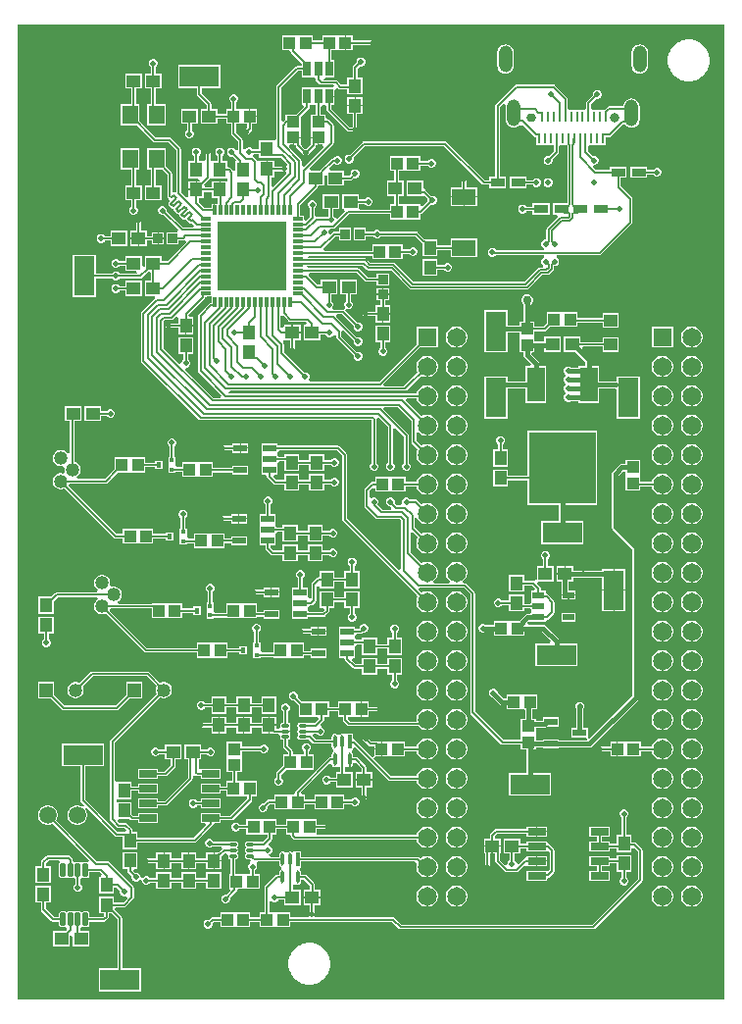
<source format=gtl>
G04*
G04 #@! TF.GenerationSoftware,Altium Limited,Altium Designer,21.6.1 (37)*
G04*
G04 Layer_Physical_Order=1*
G04 Layer_Color=255*
%FSAX25Y25*%
%MOIN*%
G70*
G04*
G04 #@! TF.SameCoordinates,E0C0A44B-B62E-4E6E-ADDB-BB2CC36F5004*
G04*
G04*
G04 #@! TF.FilePolarity,Positive*
G04*
G01*
G75*
%ADD16R,0.01772X0.01575*%
%ADD17R,0.01772X0.01968*%
%ADD18R,0.04331X0.04921*%
%ADD19R,0.03937X0.04331*%
%ADD20R,0.04528X0.02362*%
%ADD21R,0.04921X0.04331*%
%ADD22R,0.01000X0.03543*%
%ADD23R,0.13504X0.07008*%
%ADD24R,0.04134X0.02165*%
%ADD25R,0.07008X0.13504*%
%ADD26R,0.04724X0.04331*%
%ADD27R,0.06299X0.11811*%
%ADD28R,0.22835X0.24410*%
%ADD29R,0.04331X0.03937*%
%ADD30R,0.04724X0.02362*%
%ADD31R,0.06004X0.02559*%
G04:AMPARAMS|DCode=32|XSize=17.72mil|YSize=45.28mil|CornerRadius=1.95mil|HoleSize=0mil|Usage=FLASHONLY|Rotation=180.000|XOffset=0mil|YOffset=0mil|HoleType=Round|Shape=RoundedRectangle|*
%AMROUNDEDRECTD32*
21,1,0.01772,0.04138,0,0,180.0*
21,1,0.01382,0.04528,0,0,180.0*
1,1,0.00390,-0.00691,0.02069*
1,1,0.00390,0.00691,0.02069*
1,1,0.00390,0.00691,-0.02069*
1,1,0.00390,-0.00691,-0.02069*
%
%ADD32ROUNDEDRECTD32*%
%ADD33R,0.01322X0.04583*%
G04:AMPARAMS|DCode=34|XSize=45.83mil|YSize=13.22mil|CornerRadius=6.61mil|HoleSize=0mil|Usage=FLASHONLY|Rotation=270.000|XOffset=0mil|YOffset=0mil|HoleType=Round|Shape=RoundedRectangle|*
%AMROUNDEDRECTD34*
21,1,0.04583,0.00000,0,0,270.0*
21,1,0.03260,0.01322,0,0,270.0*
1,1,0.01322,0.00000,-0.01630*
1,1,0.01322,0.00000,0.01630*
1,1,0.01322,0.00000,0.01630*
1,1,0.01322,0.00000,-0.01630*
%
%ADD34ROUNDEDRECTD34*%
G04:AMPARAMS|DCode=35|XSize=26.38mil|YSize=11.81mil|CornerRadius=2.95mil|HoleSize=0mil|Usage=FLASHONLY|Rotation=0.000|XOffset=0mil|YOffset=0mil|HoleType=Round|Shape=RoundedRectangle|*
%AMROUNDEDRECTD35*
21,1,0.02638,0.00591,0,0,0.0*
21,1,0.02047,0.01181,0,0,0.0*
1,1,0.00591,0.01024,-0.00295*
1,1,0.00591,-0.01024,-0.00295*
1,1,0.00591,-0.01024,0.00295*
1,1,0.00591,0.01024,0.00295*
%
%ADD35ROUNDEDRECTD35*%
%ADD36R,0.03174X0.03379*%
%ADD37R,0.03379X0.03174*%
%ADD38R,0.23425X0.23425*%
%ADD39R,0.03347X0.01181*%
%ADD40R,0.01181X0.03347*%
%ADD41R,0.05512X0.06299*%
%ADD42R,0.02756X0.05118*%
%ADD43R,0.05000X0.02992*%
%ADD60R,0.08268X0.05512*%
%ADD64C,0.03189*%
G04:AMPARAMS|DCode=65|XSize=31.89mil|YSize=29.53mil|CornerRadius=14.76mil|HoleSize=0mil|Usage=FLASHONLY|Rotation=180.000|XOffset=0mil|YOffset=0mil|HoleType=Round|Shape=RoundedRectangle|*
%AMROUNDEDRECTD65*
21,1,0.03189,0.00000,0,0,180.0*
21,1,0.00236,0.02953,0,0,180.0*
1,1,0.02953,-0.00118,0.00000*
1,1,0.02953,0.00118,0.00000*
1,1,0.02953,0.00118,0.00000*
1,1,0.02953,-0.00118,0.00000*
%
%ADD65ROUNDEDRECTD65*%
G04:AMPARAMS|DCode=66|XSize=47.24mil|YSize=90.55mil|CornerRadius=23.62mil|HoleSize=0mil|Usage=FLASHONLY|Rotation=180.000|XOffset=0mil|YOffset=0mil|HoleType=Round|Shape=RoundedRectangle|*
%AMROUNDEDRECTD66*
21,1,0.04724,0.04331,0,0,180.0*
21,1,0.00000,0.09055,0,0,180.0*
1,1,0.04724,0.00000,0.02165*
1,1,0.04724,0.00000,0.02165*
1,1,0.04724,0.00000,-0.02165*
1,1,0.04724,0.00000,-0.02165*
%
%ADD66ROUNDEDRECTD66*%
%ADD73C,0.00800*%
%ADD74C,0.01500*%
%ADD75C,0.00689*%
%ADD76C,0.04693*%
%ADD77R,0.04693X0.04693*%
%ADD78C,0.05906*%
%ADD79R,0.06496X0.06496*%
%ADD80C,0.06496*%
%ADD81C,0.02000*%
%ADD82C,0.03000*%
G36*
X0241197Y0000803D02*
X0000803D01*
Y0332197D01*
X0241197D01*
Y0000803D01*
D02*
G37*
%LPC*%
G36*
X0109887Y0328565D02*
X0109113D01*
X0109087Y0328565D01*
X0104376D01*
Y0326816D01*
X0101124D01*
Y0328565D01*
X0096413D01*
X0096387Y0328565D01*
X0095613D01*
X0095587Y0328565D01*
X0090876D01*
Y0323435D01*
X0092914D01*
X0093581Y0323103D01*
X0093643Y0322791D01*
X0093820Y0322527D01*
X0097482Y0318865D01*
Y0318040D01*
X0095724D01*
X0095724Y0318040D01*
X0095412Y0317978D01*
X0095148Y0317801D01*
X0095148Y0317801D01*
X0088923Y0311577D01*
X0088746Y0311312D01*
X0088684Y0311000D01*
X0088684Y0311000D01*
Y0293144D01*
X0088065Y0292707D01*
X0082935D01*
Y0289816D01*
X0080786D01*
X0080772Y0289850D01*
X0080350Y0290272D01*
X0079798Y0290500D01*
X0079202D01*
X0078650Y0290272D01*
X0078228Y0289850D01*
X0078116Y0289578D01*
X0077316Y0289737D01*
Y0293000D01*
X0077316Y0293000D01*
X0077254Y0293312D01*
X0077077Y0293577D01*
X0077077Y0293577D01*
X0075060Y0295594D01*
Y0298435D01*
X0076587D01*
X0076613Y0298435D01*
X0077387D01*
X0077413Y0298435D01*
X0078940D01*
Y0297094D01*
X0077923Y0296077D01*
X0077746Y0295812D01*
X0077684Y0295500D01*
X0077746Y0295188D01*
X0077923Y0294923D01*
X0078188Y0294746D01*
X0078500Y0294684D01*
X0078812Y0294746D01*
X0079077Y0294923D01*
X0080333Y0296179D01*
X0080510Y0296444D01*
X0080572Y0296756D01*
X0080572Y0296756D01*
Y0298435D01*
X0082124D01*
Y0300800D01*
X0079756D01*
Y0301000D01*
X0079556D01*
Y0303565D01*
X0077413D01*
X0077387Y0303565D01*
X0076613D01*
X0076587Y0303565D01*
X0075060D01*
Y0305714D01*
X0075094Y0305728D01*
X0075516Y0306150D01*
X0075744Y0306702D01*
Y0307298D01*
X0075516Y0307850D01*
X0075094Y0308272D01*
X0074542Y0308500D01*
X0073946D01*
X0073394Y0308272D01*
X0072973Y0307850D01*
X0072744Y0307298D01*
Y0306702D01*
X0072973Y0306150D01*
X0073394Y0305728D01*
X0073428Y0305714D01*
Y0303565D01*
X0071876D01*
Y0301816D01*
X0068707D01*
Y0303565D01*
X0066662D01*
Y0305153D01*
X0066662Y0305153D01*
X0066600Y0305466D01*
X0066423Y0305730D01*
X0063316Y0308838D01*
Y0310596D01*
X0069652D01*
Y0318404D01*
X0055348D01*
Y0310596D01*
X0061684D01*
Y0308500D01*
X0061684Y0308500D01*
X0061746Y0308188D01*
X0061923Y0307923D01*
X0065031Y0304816D01*
Y0303565D01*
X0062986D01*
Y0298435D01*
X0068707D01*
Y0300184D01*
X0071876D01*
Y0298435D01*
X0073428D01*
Y0295256D01*
X0073428Y0295256D01*
X0073491Y0294944D01*
X0073667Y0294679D01*
X0075684Y0292662D01*
Y0289583D01*
X0074884Y0289424D01*
X0074772Y0289696D01*
X0074350Y0290118D01*
X0073798Y0290346D01*
X0073202D01*
X0072650Y0290118D01*
X0072228Y0289696D01*
X0072000Y0289145D01*
Y0288548D01*
X0072228Y0287997D01*
X0072650Y0287575D01*
X0073202Y0287346D01*
X0073798D01*
X0073832Y0287361D01*
X0075096Y0286097D01*
X0074935Y0285707D01*
X0074935D01*
Y0282677D01*
X0074135Y0282490D01*
X0074077Y0282577D01*
X0073230Y0283423D01*
X0072966Y0283600D01*
X0072654Y0283662D01*
X0072065Y0284158D01*
Y0285707D01*
X0070316D01*
Y0287561D01*
X0070350Y0287575D01*
X0070772Y0287997D01*
X0071000Y0288548D01*
Y0289145D01*
X0070772Y0289696D01*
X0070350Y0290118D01*
X0069798Y0290346D01*
X0069202D01*
X0068650Y0290118D01*
X0068228Y0289696D01*
X0068000Y0289145D01*
Y0288548D01*
X0068228Y0287997D01*
X0068650Y0287575D01*
X0068684Y0287561D01*
Y0285707D01*
X0066935D01*
X0066316Y0286144D01*
Y0288846D01*
X0066254Y0289159D01*
X0066077Y0289423D01*
X0065812Y0289600D01*
X0065500Y0289662D01*
X0065188Y0289600D01*
X0064923Y0289423D01*
X0064746Y0289159D01*
X0064684Y0288846D01*
Y0286144D01*
X0064065Y0285707D01*
X0063884Y0285707D01*
X0062316D01*
Y0287561D01*
X0062350Y0287575D01*
X0062772Y0287997D01*
X0063000Y0288548D01*
Y0289145D01*
X0062772Y0289696D01*
X0062350Y0290118D01*
X0061798Y0290346D01*
X0061202D01*
X0060650Y0290118D01*
X0060228Y0289696D01*
X0060000Y0289145D01*
Y0288548D01*
X0060228Y0287997D01*
X0060650Y0287575D01*
X0060684Y0287561D01*
Y0285707D01*
X0058935D01*
Y0279986D01*
X0062271D01*
X0062699Y0279186D01*
X0062584Y0279014D01*
X0061700D01*
Y0276153D01*
X0061500D01*
Y0275954D01*
X0058935D01*
Y0274018D01*
X0058935Y0273604D01*
X0058149Y0273259D01*
X0056316Y0275092D01*
Y0290000D01*
X0056316Y0290000D01*
X0056254Y0290312D01*
X0056077Y0290577D01*
X0053077Y0293577D01*
X0052812Y0293754D01*
X0052500Y0293816D01*
X0052500Y0293816D01*
X0047791D01*
X0042128Y0299478D01*
Y0305030D01*
X0040969D01*
Y0310435D01*
X0043014D01*
Y0315565D01*
X0037293D01*
Y0310435D01*
X0039338D01*
Y0305030D01*
X0035816D01*
Y0297931D01*
X0041368D01*
X0046876Y0292423D01*
X0047141Y0292246D01*
X0047453Y0292184D01*
X0047453Y0292184D01*
X0052162D01*
X0054684Y0289662D01*
Y0275295D01*
X0054431Y0275093D01*
X0053712Y0274839D01*
X0053316Y0275570D01*
Y0281653D01*
X0053316Y0281653D01*
X0053254Y0281966D01*
X0053077Y0282230D01*
X0053077Y0282230D01*
X0051183Y0284124D01*
Y0290069D01*
X0044872D01*
Y0282970D01*
X0046031D01*
Y0277565D01*
X0043986D01*
Y0272435D01*
X0049707D01*
Y0277565D01*
X0047662D01*
Y0282970D01*
X0050030D01*
X0051684Y0281316D01*
Y0273934D01*
X0051684Y0273934D01*
X0051746Y0273622D01*
X0051923Y0273358D01*
X0052266Y0273015D01*
X0052380Y0272218D01*
X0052328Y0271946D01*
X0052272Y0271890D01*
X0052095Y0271625D01*
X0052033Y0271313D01*
X0052095Y0271001D01*
X0052272Y0270736D01*
X0053191Y0269817D01*
X0053191Y0269817D01*
X0053456Y0269640D01*
X0053768Y0269578D01*
X0053872Y0269475D01*
X0053934Y0269163D01*
X0054110Y0268898D01*
X0055030Y0267979D01*
X0055030Y0267979D01*
X0055294Y0267802D01*
X0055607Y0267740D01*
X0055710Y0267636D01*
X0055772Y0267324D01*
X0055949Y0267059D01*
X0056868Y0266140D01*
X0056868Y0266140D01*
X0057133Y0265963D01*
X0057445Y0265901D01*
X0057757Y0265963D01*
X0058108Y0265983D01*
X0058285Y0265719D01*
X0059204Y0264799D01*
X0059204Y0264799D01*
X0059469Y0264623D01*
X0059781Y0264561D01*
X0060093Y0264623D01*
X0060172Y0264675D01*
X0060873Y0263974D01*
X0060860Y0263812D01*
X0060556Y0263174D01*
X0056980D01*
X0051486Y0268668D01*
X0051500Y0268702D01*
Y0269298D01*
X0051272Y0269850D01*
X0050850Y0270272D01*
X0050298Y0270500D01*
X0049702D01*
X0049150Y0270272D01*
X0048728Y0269850D01*
X0048500Y0269298D01*
Y0268702D01*
X0048728Y0268150D01*
X0049150Y0267728D01*
X0049702Y0267500D01*
X0050298D01*
X0050332Y0267514D01*
X0055486Y0262361D01*
X0055126Y0261589D01*
X0054737Y0261589D01*
X0051443D01*
Y0257411D01*
X0055417D01*
Y0258684D01*
X0057000D01*
X0057000Y0258684D01*
X0057312Y0258746D01*
X0057577Y0258923D01*
X0057666Y0259012D01*
X0057717Y0259002D01*
X0057977Y0258131D01*
X0051662Y0251816D01*
X0049707D01*
Y0253565D01*
X0043986D01*
Y0249916D01*
X0043814Y0249801D01*
X0043014Y0250229D01*
Y0253565D01*
X0037293D01*
Y0251816D01*
X0035439D01*
X0035425Y0251850D01*
X0035003Y0252272D01*
X0034452Y0252500D01*
X0033855D01*
X0033304Y0252272D01*
X0032882Y0251850D01*
X0032654Y0251298D01*
Y0250702D01*
X0032882Y0250150D01*
X0033304Y0249728D01*
X0033855Y0249500D01*
X0034452D01*
X0035003Y0249728D01*
X0035425Y0250150D01*
X0035439Y0250184D01*
X0037293D01*
Y0248435D01*
X0041109D01*
X0041536Y0247635D01*
X0041490Y0247566D01*
X0035439D01*
X0035425Y0247600D01*
X0035003Y0248022D01*
X0034452Y0248250D01*
X0033855D01*
X0033304Y0248022D01*
X0032882Y0247600D01*
X0032868Y0247566D01*
X0027404D01*
Y0253902D01*
X0019596D01*
Y0239598D01*
X0027404D01*
Y0245934D01*
X0032868D01*
X0032882Y0245900D01*
X0033304Y0245478D01*
X0033855Y0245250D01*
X0034452D01*
X0035003Y0245478D01*
X0035425Y0245900D01*
X0035439Y0245934D01*
X0042596D01*
X0042597Y0245934D01*
X0042909Y0245996D01*
X0043173Y0246173D01*
X0045231Y0248231D01*
X0045745Y0248111D01*
X0046031Y0247923D01*
Y0245065D01*
X0043986D01*
Y0239935D01*
X0047323D01*
X0047510Y0239135D01*
X0047423Y0239077D01*
X0042923Y0234577D01*
X0042746Y0234312D01*
X0042684Y0234000D01*
X0042684Y0234000D01*
Y0218000D01*
X0042684Y0218000D01*
X0042746Y0217688D01*
X0042923Y0217423D01*
X0062423Y0197923D01*
X0062423Y0197923D01*
X0062688Y0197746D01*
X0063000Y0197684D01*
X0121184D01*
Y0183286D01*
X0121150Y0183272D01*
X0120728Y0182850D01*
X0120500Y0182298D01*
Y0181702D01*
X0120728Y0181150D01*
X0121150Y0180728D01*
X0121702Y0180500D01*
X0122298D01*
X0122850Y0180728D01*
X0123272Y0181150D01*
X0123500Y0181702D01*
Y0182298D01*
X0123272Y0182850D01*
X0122850Y0183272D01*
X0122816Y0183286D01*
Y0198031D01*
X0122817Y0198032D01*
X0123405Y0198657D01*
X0123441Y0198674D01*
X0123632Y0198674D01*
X0123711Y0198636D01*
X0126684Y0195662D01*
Y0183286D01*
X0126650Y0183272D01*
X0126228Y0182850D01*
X0126000Y0182298D01*
Y0181702D01*
X0126228Y0181150D01*
X0126650Y0180728D01*
X0127202Y0180500D01*
X0127798D01*
X0128350Y0180728D01*
X0128772Y0181150D01*
X0129000Y0181702D01*
Y0182298D01*
X0128772Y0182850D01*
X0128350Y0183272D01*
X0128316Y0183286D01*
Y0194899D01*
X0129116Y0195231D01*
X0132184Y0192162D01*
Y0183286D01*
X0132150Y0183272D01*
X0131728Y0182850D01*
X0131500Y0182298D01*
Y0181702D01*
X0131728Y0181150D01*
X0132150Y0180728D01*
X0132702Y0180500D01*
X0133298D01*
X0133850Y0180728D01*
X0134272Y0181150D01*
X0134500Y0181702D01*
Y0182298D01*
X0134272Y0182850D01*
X0133850Y0183272D01*
X0133816Y0183286D01*
Y0192500D01*
X0133754Y0192812D01*
X0133577Y0193077D01*
X0133577Y0193077D01*
X0125269Y0201384D01*
X0125601Y0202184D01*
X0130162D01*
X0134684Y0197662D01*
Y0190500D01*
X0134684Y0190500D01*
X0134746Y0190188D01*
X0134923Y0189923D01*
X0136907Y0187939D01*
X0136601Y0187408D01*
X0136352Y0186480D01*
Y0185520D01*
X0136601Y0184592D01*
X0137081Y0183760D01*
X0137760Y0183081D01*
X0138592Y0182601D01*
X0139520Y0182352D01*
X0140480D01*
X0141408Y0182601D01*
X0142240Y0183081D01*
X0142919Y0183760D01*
X0143399Y0184592D01*
X0143648Y0185520D01*
Y0186480D01*
X0143399Y0187408D01*
X0142919Y0188240D01*
X0142240Y0188919D01*
X0141408Y0189399D01*
X0140480Y0189648D01*
X0139520D01*
X0138592Y0189399D01*
X0138061Y0189093D01*
X0136316Y0190838D01*
Y0193485D01*
X0136957Y0193715D01*
X0137116Y0193725D01*
X0137760Y0193081D01*
X0138592Y0192601D01*
X0139520Y0192352D01*
X0140480D01*
X0141408Y0192601D01*
X0142240Y0193081D01*
X0142919Y0193760D01*
X0143399Y0194592D01*
X0143648Y0195520D01*
Y0196480D01*
X0143399Y0197408D01*
X0142919Y0198240D01*
X0142240Y0198919D01*
X0141408Y0199399D01*
X0140480Y0199648D01*
X0139520D01*
X0138592Y0199399D01*
X0138061Y0199093D01*
X0132769Y0204384D01*
X0133101Y0205184D01*
X0136442D01*
X0136601Y0204592D01*
X0137081Y0203760D01*
X0137760Y0203081D01*
X0138592Y0202601D01*
X0139520Y0202352D01*
X0140480D01*
X0141408Y0202601D01*
X0142240Y0203081D01*
X0142919Y0203760D01*
X0143399Y0204592D01*
X0143648Y0205520D01*
Y0206480D01*
X0143399Y0207408D01*
X0142919Y0208240D01*
X0142240Y0208919D01*
X0141408Y0209399D01*
X0140480Y0209648D01*
X0139520D01*
X0138592Y0209399D01*
X0137760Y0208919D01*
X0137081Y0208240D01*
X0136601Y0207408D01*
X0136442Y0206816D01*
X0072607D01*
X0072561Y0206884D01*
X0072988Y0207684D01*
X0132500D01*
X0132500Y0207684D01*
X0132812Y0207746D01*
X0133077Y0207923D01*
X0138061Y0212907D01*
X0138592Y0212601D01*
X0139520Y0212352D01*
X0140480D01*
X0141408Y0212601D01*
X0142240Y0213081D01*
X0142919Y0213760D01*
X0143399Y0214592D01*
X0143648Y0215520D01*
Y0216480D01*
X0143399Y0217408D01*
X0142919Y0218240D01*
X0142240Y0218919D01*
X0141408Y0219399D01*
X0140480Y0219648D01*
X0139520D01*
X0138592Y0219399D01*
X0137760Y0218919D01*
X0137081Y0218240D01*
X0136601Y0217408D01*
X0136352Y0216480D01*
Y0215520D01*
X0136601Y0214592D01*
X0136907Y0214061D01*
X0132162Y0209316D01*
X0125601D01*
X0125269Y0210116D01*
X0137505Y0222352D01*
X0143648D01*
Y0229648D01*
X0136352D01*
Y0223505D01*
X0123662Y0210816D01*
X0100068D01*
X0099737Y0211616D01*
X0099772Y0211650D01*
X0100000Y0212202D01*
Y0212798D01*
X0099772Y0213350D01*
X0099350Y0213772D01*
X0098798Y0214000D01*
X0098202D01*
X0098168Y0213986D01*
X0091316Y0220838D01*
Y0223500D01*
X0091254Y0223812D01*
X0091077Y0224077D01*
X0091118Y0224265D01*
X0091252Y0224821D01*
X0091319Y0224899D01*
X0091956Y0224935D01*
X0092069Y0224935D01*
X0093338D01*
Y0221500D01*
X0093400Y0221188D01*
X0093577Y0220923D01*
X0093841Y0220746D01*
X0094153Y0220684D01*
X0094466Y0220746D01*
X0094730Y0220923D01*
X0094907Y0221188D01*
X0094969Y0221500D01*
Y0224935D01*
X0097014D01*
Y0227300D01*
X0094153D01*
Y0227500D01*
X0093954D01*
Y0230065D01*
X0091293D01*
Y0229551D01*
X0090493Y0229149D01*
X0090174Y0229387D01*
Y0233056D01*
X0090974Y0233372D01*
X0092923Y0231423D01*
X0092923Y0231423D01*
X0093188Y0231246D01*
X0093500Y0231184D01*
X0093500Y0231184D01*
X0098755D01*
X0098993Y0230865D01*
X0098591Y0230065D01*
X0097986D01*
Y0224935D01*
X0103707D01*
Y0226684D01*
X0105561D01*
X0105575Y0226650D01*
X0105997Y0226228D01*
X0106548Y0226000D01*
X0107145D01*
X0107696Y0226228D01*
X0108118Y0226650D01*
X0109086Y0226916D01*
X0109184Y0226850D01*
Y0226000D01*
X0109184Y0226000D01*
X0109246Y0225688D01*
X0109423Y0225423D01*
X0115014Y0219832D01*
X0115000Y0219798D01*
Y0219202D01*
X0115228Y0218650D01*
X0115650Y0218228D01*
X0116202Y0218000D01*
X0116798D01*
X0117350Y0218228D01*
X0117772Y0218650D01*
X0118000Y0219202D01*
Y0219798D01*
X0117772Y0220350D01*
X0117350Y0220772D01*
X0116798Y0221000D01*
X0116202D01*
X0116168Y0220986D01*
X0110816Y0226338D01*
Y0227899D01*
X0111053Y0228083D01*
X0111578Y0228269D01*
X0115014Y0224832D01*
X0115000Y0224798D01*
Y0224202D01*
X0115228Y0223650D01*
X0115650Y0223228D01*
X0116202Y0223000D01*
X0116798D01*
X0117350Y0223228D01*
X0117772Y0223650D01*
X0118000Y0224202D01*
Y0224798D01*
X0117772Y0225350D01*
X0117350Y0225772D01*
X0116798Y0226000D01*
X0116202D01*
X0116168Y0225986D01*
X0109269Y0232884D01*
X0109601Y0233684D01*
X0111162D01*
X0115014Y0229832D01*
X0115000Y0229798D01*
Y0229202D01*
X0115228Y0228650D01*
X0115650Y0228228D01*
X0116202Y0228000D01*
X0116798D01*
X0117350Y0228228D01*
X0117772Y0228650D01*
X0118000Y0229202D01*
Y0229798D01*
X0117772Y0230350D01*
X0117350Y0230772D01*
X0116798Y0231000D01*
X0116202D01*
X0116168Y0230986D01*
X0112388Y0234766D01*
X0112351Y0234857D01*
X0112258Y0235254D01*
X0112408Y0235493D01*
X0112698Y0235540D01*
X0112955Y0235534D01*
X0113048Y0235500D01*
X0113082Y0235500D01*
X0113645D01*
X0114196Y0235728D01*
X0114618Y0236150D01*
X0114846Y0236702D01*
Y0237298D01*
X0114618Y0237850D01*
X0114196Y0238272D01*
X0114162Y0238286D01*
Y0240435D01*
X0116207D01*
Y0245565D01*
X0110486D01*
Y0240435D01*
X0112531D01*
Y0238286D01*
X0112497Y0238272D01*
X0112075Y0237850D01*
X0111846Y0237298D01*
Y0236702D01*
X0112007Y0236313D01*
X0112054Y0236200D01*
X0111961Y0235526D01*
X0111467Y0235319D01*
X0111441Y0235316D01*
X0111337Y0235316D01*
X0108222D01*
X0107890Y0236116D01*
X0107925Y0236150D01*
X0108153Y0236702D01*
Y0237298D01*
X0107925Y0237850D01*
X0107503Y0238272D01*
X0107469Y0238286D01*
Y0240435D01*
X0109514D01*
Y0245565D01*
X0103793D01*
Y0243816D01*
X0102838D01*
X0099691Y0246963D01*
X0099991Y0247763D01*
X0116083D01*
X0118923Y0244923D01*
X0118923Y0244923D01*
X0119188Y0244746D01*
X0119500Y0244684D01*
X0119500Y0244684D01*
X0122911D01*
Y0243478D01*
X0127089D01*
Y0247452D01*
X0122911D01*
Y0246316D01*
X0119838D01*
X0116998Y0249155D01*
X0116733Y0249332D01*
X0116421Y0249394D01*
X0116421Y0249394D01*
X0099643D01*
X0099274Y0250194D01*
X0099303Y0250228D01*
X0118199D01*
X0119552Y0248874D01*
X0119799Y0248710D01*
X0120089Y0248652D01*
X0120089Y0248652D01*
X0127734D01*
X0134012Y0242374D01*
X0134258Y0242210D01*
X0134549Y0242152D01*
X0173981D01*
X0174272Y0242210D01*
X0174518Y0242374D01*
X0179173Y0247029D01*
X0181004D01*
X0181295Y0247087D01*
X0181541Y0247252D01*
X0182981Y0248692D01*
X0183146Y0248938D01*
X0183204Y0249229D01*
Y0250100D01*
X0183698D01*
X0184250Y0250328D01*
X0184672Y0250750D01*
X0184900Y0251302D01*
Y0251898D01*
X0184672Y0252450D01*
X0184250Y0252872D01*
X0183978Y0252984D01*
X0184137Y0253784D01*
X0198700D01*
X0198700Y0253784D01*
X0199012Y0253846D01*
X0199277Y0254023D01*
X0209677Y0264423D01*
X0209854Y0264688D01*
X0209916Y0265000D01*
X0209916Y0265000D01*
Y0272900D01*
X0209916Y0272900D01*
X0209854Y0273212D01*
X0209677Y0273477D01*
X0205808Y0277346D01*
Y0280104D01*
X0207892D01*
Y0283896D01*
X0202092D01*
Y0282816D01*
X0197338D01*
X0196393Y0283761D01*
X0196430Y0283907D01*
X0196785Y0284500D01*
X0197180D01*
X0197732Y0284728D01*
X0198153Y0285150D01*
X0198382Y0285702D01*
Y0286298D01*
X0198153Y0286850D01*
X0197732Y0287272D01*
X0197180Y0287500D01*
X0196583D01*
X0196549Y0287486D01*
X0194745Y0289291D01*
Y0290637D01*
X0194998Y0291332D01*
X0195629Y0291332D01*
X0196798Y0291332D01*
X0197598Y0291332D01*
X0198766Y0291332D01*
X0199566Y0291332D01*
X0200735D01*
Y0293873D01*
X0201983D01*
X0201983Y0293873D01*
X0202296Y0293935D01*
X0202560Y0294111D01*
X0206546Y0298097D01*
X0207540Y0298040D01*
X0207609Y0297951D01*
X0208186Y0297509D01*
X0208858Y0297230D01*
X0209579Y0297135D01*
X0210300Y0297230D01*
X0210972Y0297509D01*
X0211549Y0297951D01*
X0211992Y0298528D01*
X0212270Y0299200D01*
X0212365Y0299921D01*
Y0304252D01*
X0212270Y0304973D01*
X0211992Y0305645D01*
X0211549Y0306222D01*
X0210972Y0306665D01*
X0210300Y0306943D01*
X0209579Y0307038D01*
X0208858Y0306943D01*
X0208186Y0306665D01*
X0207609Y0306222D01*
X0207166Y0305645D01*
X0206888Y0304973D01*
X0206810Y0304385D01*
X0201925D01*
X0201925Y0304385D01*
X0201613Y0304323D01*
X0201349Y0304146D01*
X0201349Y0304146D01*
X0200494Y0303292D01*
X0199750Y0303156D01*
X0199119Y0303156D01*
X0197950Y0303156D01*
X0197150Y0303156D01*
X0195982Y0303156D01*
X0195729Y0303851D01*
Y0305198D01*
X0197534Y0307002D01*
X0197568Y0306988D01*
X0198164D01*
X0198716Y0307217D01*
X0199138Y0307639D01*
X0199366Y0308190D01*
Y0308787D01*
X0199138Y0309338D01*
X0198716Y0309760D01*
X0198164Y0309988D01*
X0197568D01*
X0197017Y0309760D01*
X0196595Y0309338D01*
X0196366Y0308787D01*
Y0308190D01*
X0196380Y0308156D01*
X0194337Y0306112D01*
X0194160Y0305848D01*
X0194098Y0305535D01*
X0194098Y0305535D01*
Y0303851D01*
X0193845Y0303156D01*
X0193213Y0303156D01*
X0192045Y0303156D01*
X0191245Y0303156D01*
X0190076Y0303156D01*
X0189276Y0303156D01*
X0188108Y0303156D01*
X0187855Y0303851D01*
Y0306961D01*
X0187793Y0307273D01*
X0187616Y0307537D01*
X0187616Y0307537D01*
X0183577Y0311577D01*
X0183312Y0311754D01*
X0183000Y0311816D01*
X0183000Y0311816D01*
X0170500D01*
X0170500Y0311816D01*
X0170188Y0311754D01*
X0169923Y0311577D01*
X0169923Y0311577D01*
X0163415Y0305069D01*
X0163239Y0304804D01*
X0163176Y0304492D01*
X0163176Y0304492D01*
Y0280396D01*
X0161092D01*
Y0279316D01*
X0159638D01*
X0146777Y0292177D01*
X0146512Y0292354D01*
X0146200Y0292416D01*
X0146200Y0292416D01*
X0118600D01*
X0118600Y0292416D01*
X0118288Y0292354D01*
X0118023Y0292177D01*
X0113832Y0287986D01*
X0113798Y0288000D01*
X0113202D01*
X0112650Y0287772D01*
X0112228Y0287350D01*
X0112000Y0286798D01*
Y0286202D01*
X0112228Y0285650D01*
X0112650Y0285228D01*
X0113202Y0285000D01*
X0113798D01*
X0114350Y0285228D01*
X0114772Y0285650D01*
X0115000Y0286202D01*
Y0286798D01*
X0114986Y0286832D01*
X0118938Y0290784D01*
X0145862D01*
X0158723Y0277923D01*
X0158723Y0277923D01*
X0158988Y0277746D01*
X0159300Y0277684D01*
X0159300Y0277684D01*
X0161092D01*
Y0276604D01*
X0166892D01*
Y0280396D01*
X0164808D01*
Y0304154D01*
X0166032Y0305379D01*
X0166673Y0305006D01*
X0166726Y0304941D01*
X0166635Y0304252D01*
Y0299921D01*
X0166730Y0299200D01*
X0167008Y0298528D01*
X0167451Y0297951D01*
X0168028Y0297509D01*
X0168700Y0297230D01*
X0169421Y0297135D01*
X0170142Y0297230D01*
X0170814Y0297509D01*
X0171391Y0297951D01*
X0171416Y0297984D01*
X0172473Y0298058D01*
X0176420Y0294111D01*
X0176685Y0293935D01*
X0176997Y0293873D01*
X0177281Y0293174D01*
Y0291332D01*
X0179081Y0291332D01*
X0179881Y0291332D01*
X0181050Y0291332D01*
X0181850Y0291332D01*
X0183018Y0291332D01*
X0183271Y0290637D01*
Y0289291D01*
X0181466Y0287486D01*
X0181432Y0287500D01*
X0180835D01*
X0180284Y0287272D01*
X0179862Y0286850D01*
X0179634Y0286298D01*
Y0285702D01*
X0179862Y0285150D01*
X0180284Y0284728D01*
X0180835Y0284500D01*
X0181432D01*
X0181984Y0284728D01*
X0182405Y0285150D01*
X0182634Y0285702D01*
Y0286298D01*
X0182620Y0286332D01*
X0184663Y0288376D01*
X0184663Y0288376D01*
X0184840Y0288641D01*
X0184902Y0288953D01*
Y0290637D01*
X0185155Y0291332D01*
X0185787Y0291332D01*
X0186717Y0291332D01*
X0186989Y0291318D01*
X0187639Y0291052D01*
X0187642Y0291047D01*
X0187704Y0290985D01*
Y0274211D01*
X0187704Y0274211D01*
Y0271411D01*
X0186913D01*
X0186913Y0271411D01*
X0186840Y0271396D01*
X0182862D01*
Y0267604D01*
X0184137D01*
X0184468Y0266804D01*
X0180819Y0263154D01*
X0180654Y0262908D01*
X0180596Y0262618D01*
Y0259100D01*
X0180102D01*
X0179550Y0258872D01*
X0179128Y0258450D01*
X0178900Y0257898D01*
Y0257302D01*
X0179128Y0256750D01*
X0179550Y0256328D01*
X0179822Y0256216D01*
X0179663Y0255416D01*
X0163569D01*
X0163472Y0255650D01*
X0163050Y0256072D01*
X0162498Y0256300D01*
X0161902D01*
X0161350Y0256072D01*
X0160928Y0255650D01*
X0160700Y0255098D01*
Y0254502D01*
X0160928Y0253950D01*
X0161350Y0253528D01*
X0161902Y0253300D01*
X0162498D01*
X0163050Y0253528D01*
X0163306Y0253784D01*
X0179663D01*
X0179822Y0252984D01*
X0179550Y0252872D01*
X0179128Y0252450D01*
X0178900Y0251898D01*
Y0251302D01*
X0179128Y0250750D01*
X0179442Y0250437D01*
X0179344Y0249925D01*
X0179197Y0249637D01*
X0178408D01*
X0178408Y0249637D01*
X0178117Y0249579D01*
X0177871Y0249414D01*
X0173215Y0244759D01*
X0135314D01*
X0129037Y0251037D01*
X0128790Y0251201D01*
X0128500Y0251259D01*
X0120854D01*
X0119501Y0252613D01*
X0119255Y0252777D01*
X0118964Y0252835D01*
X0099303D01*
X0099274Y0252869D01*
X0099643Y0253669D01*
X0121376D01*
Y0252435D01*
X0126087D01*
X0126113Y0252435D01*
X0126887D01*
X0126913Y0252435D01*
X0131624D01*
Y0254184D01*
X0133970D01*
X0133984Y0254150D01*
X0134406Y0253728D01*
X0134958Y0253500D01*
X0135554D01*
X0136106Y0253728D01*
X0136528Y0254150D01*
X0136756Y0254702D01*
Y0255298D01*
X0136528Y0255850D01*
X0136106Y0256272D01*
X0135554Y0256500D01*
X0134958D01*
X0134406Y0256272D01*
X0133984Y0255850D01*
X0133970Y0255816D01*
X0131624D01*
Y0257565D01*
X0126913D01*
X0126887Y0257565D01*
X0126113D01*
X0126087Y0257565D01*
X0121376D01*
Y0255300D01*
X0105070D01*
X0104753Y0256100D01*
X0108838Y0260184D01*
X0110083D01*
Y0258911D01*
X0114057D01*
Y0263089D01*
X0110083D01*
Y0261816D01*
X0108500D01*
X0108500Y0261816D01*
X0108188Y0261754D01*
X0107923Y0261577D01*
X0107923Y0261577D01*
X0107237Y0260891D01*
X0106714Y0261111D01*
X0106500Y0261285D01*
Y0261798D01*
X0106464Y0261884D01*
X0106982Y0262684D01*
X0108000D01*
X0108000Y0262684D01*
X0108312Y0262746D01*
X0108577Y0262923D01*
X0113338Y0267684D01*
X0127376D01*
Y0265935D01*
X0132087D01*
X0132113Y0265935D01*
X0132887D01*
X0132913Y0265935D01*
X0137624D01*
Y0267126D01*
X0137956Y0267794D01*
X0138268Y0267856D01*
X0138532Y0268033D01*
X0141514Y0271014D01*
X0141548Y0271000D01*
X0142145D01*
X0142696Y0271228D01*
X0143118Y0271650D01*
X0143346Y0272202D01*
Y0272798D01*
X0143118Y0273350D01*
X0142696Y0273772D01*
X0142145Y0274000D01*
X0141548D01*
X0141514Y0273986D01*
X0139615Y0275885D01*
X0139351Y0276062D01*
X0139039Y0276124D01*
X0138707Y0276791D01*
Y0279065D01*
X0132986D01*
Y0273935D01*
X0138707D01*
Y0273935D01*
X0139097Y0274096D01*
X0140265Y0272928D01*
Y0272072D01*
X0138364Y0270171D01*
X0137624Y0270477D01*
Y0271065D01*
X0132913D01*
X0132887Y0271065D01*
X0132113D01*
X0132087Y0271065D01*
X0130560D01*
Y0273935D01*
X0132014D01*
Y0279065D01*
X0130560D01*
Y0282435D01*
X0132087D01*
X0132113Y0282435D01*
X0132887D01*
X0132913Y0282435D01*
X0137624D01*
Y0284184D01*
X0140224D01*
X0140238Y0284150D01*
X0140660Y0283728D01*
X0141211Y0283500D01*
X0141808D01*
X0142359Y0283728D01*
X0142781Y0284150D01*
X0143010Y0284702D01*
Y0285298D01*
X0142781Y0285850D01*
X0142359Y0286272D01*
X0141808Y0286500D01*
X0141211D01*
X0140660Y0286272D01*
X0140238Y0285850D01*
X0140224Y0285816D01*
X0137624D01*
Y0287565D01*
X0132913D01*
X0132887Y0287565D01*
X0132113D01*
X0132087Y0287565D01*
X0127376D01*
Y0282435D01*
X0128928D01*
Y0279065D01*
X0126293D01*
Y0273935D01*
X0128928D01*
Y0271065D01*
X0127376D01*
Y0269316D01*
X0117611D01*
X0116861Y0269435D01*
X0116861Y0271184D01*
X0118714D01*
X0118728Y0271150D01*
X0119150Y0270728D01*
X0119702Y0270500D01*
X0120298D01*
X0120850Y0270728D01*
X0121272Y0271150D01*
X0121500Y0271702D01*
Y0272298D01*
X0121272Y0272850D01*
X0120850Y0273272D01*
X0120298Y0273500D01*
X0119702D01*
X0119150Y0273272D01*
X0118728Y0272850D01*
X0118714Y0272816D01*
X0116861D01*
Y0274565D01*
X0111139D01*
Y0269435D01*
X0111650D01*
X0111981Y0268635D01*
X0109607Y0266261D01*
X0109349Y0266273D01*
X0108721Y0266506D01*
X0108579Y0266850D01*
X0108157Y0267272D01*
X0108123Y0267286D01*
Y0269435D01*
X0110168D01*
Y0274565D01*
X0104446D01*
Y0269435D01*
X0106491D01*
Y0267286D01*
X0106457Y0267272D01*
X0106035Y0266850D01*
X0106021Y0266816D01*
X0102500D01*
X0102500Y0266816D01*
X0101856Y0267360D01*
X0101816Y0267433D01*
Y0269714D01*
X0101850Y0269728D01*
X0102272Y0270150D01*
X0102500Y0270702D01*
Y0271298D01*
X0102272Y0271850D01*
X0101850Y0272272D01*
X0101298Y0272500D01*
X0100702D01*
X0100150Y0272272D01*
X0099728Y0271850D01*
X0099500Y0271298D01*
Y0270702D01*
X0099728Y0270150D01*
X0100150Y0269728D01*
X0100184Y0269714D01*
Y0266838D01*
X0098924Y0265578D01*
X0098124Y0265909D01*
Y0267286D01*
X0096867D01*
Y0270713D01*
X0102680Y0276526D01*
X0102680Y0276526D01*
X0102857Y0276791D01*
X0102919Y0277103D01*
X0103586Y0277435D01*
X0105014D01*
Y0281084D01*
X0105186Y0281199D01*
X0105986Y0280771D01*
Y0277435D01*
X0111707D01*
Y0279184D01*
X0114000D01*
X0114000Y0279184D01*
X0114312Y0279246D01*
X0114577Y0279423D01*
X0115168Y0280014D01*
X0115202Y0280000D01*
X0115798D01*
X0116350Y0280228D01*
X0116772Y0280650D01*
X0117000Y0281202D01*
Y0281798D01*
X0116772Y0282350D01*
X0116350Y0282772D01*
X0115798Y0283000D01*
X0115202D01*
X0114650Y0282772D01*
X0114228Y0282350D01*
X0114000Y0281798D01*
Y0281202D01*
X0113321Y0280816D01*
X0111707D01*
Y0282565D01*
X0107004D01*
X0106672Y0283365D01*
X0108343Y0285036D01*
X0108650Y0284728D01*
X0109202Y0284500D01*
X0109798D01*
X0110350Y0284728D01*
X0110772Y0285150D01*
X0111000Y0285702D01*
Y0286298D01*
X0110772Y0286850D01*
X0110350Y0287272D01*
X0109798Y0287500D01*
X0109202D01*
X0108650Y0287272D01*
X0108228Y0286850D01*
X0108180Y0286733D01*
X0108071D01*
X0108071Y0286733D01*
X0107759Y0286671D01*
X0107494Y0286494D01*
X0103637Y0282637D01*
X0103589Y0282565D01*
X0100350D01*
X0100019Y0283365D01*
X0108077Y0291423D01*
X0108077Y0291423D01*
X0108254Y0291688D01*
X0108316Y0292000D01*
X0108316Y0292000D01*
Y0298000D01*
X0108316Y0298000D01*
X0108254Y0298312D01*
X0108077Y0298577D01*
X0106821Y0299833D01*
X0106556Y0300009D01*
X0106244Y0300072D01*
X0105565Y0300448D01*
Y0301624D01*
X0103816D01*
Y0304251D01*
X0104381Y0304817D01*
X0105359Y0304817D01*
X0105924Y0304251D01*
Y0303260D01*
X0105924Y0303260D01*
X0105987Y0302948D01*
X0106163Y0302683D01*
X0112923Y0295923D01*
X0112923Y0295923D01*
X0113188Y0295746D01*
X0113500Y0295684D01*
X0113500Y0295684D01*
X0115500D01*
X0115812Y0295746D01*
X0116077Y0295923D01*
X0116254Y0296188D01*
X0116316Y0296500D01*
X0116277Y0296693D01*
Y0301793D01*
X0118065D01*
Y0304453D01*
X0112935D01*
Y0301793D01*
X0114646D01*
Y0297316D01*
X0113838D01*
X0107556Y0303598D01*
Y0304817D01*
X0108518D01*
Y0307576D01*
X0106740D01*
Y0307776D01*
X0106540D01*
Y0310735D01*
X0104962D01*
X0104162Y0310735D01*
X0101222D01*
Y0310735D01*
X0101038D01*
Y0310735D01*
X0097482D01*
Y0304817D01*
X0097776D01*
X0098107Y0304016D01*
X0095715Y0301624D01*
X0091935D01*
Y0300003D01*
X0091679Y0299833D01*
X0091116Y0299269D01*
X0090316Y0299601D01*
Y0310662D01*
X0096062Y0316409D01*
X0097482D01*
Y0314265D01*
X0100422D01*
X0101038Y0314265D01*
X0101619Y0314265D01*
X0102184Y0313700D01*
Y0313500D01*
X0102184Y0313500D01*
X0102246Y0313188D01*
X0102423Y0312923D01*
X0103423Y0311923D01*
X0103423Y0311923D01*
X0103688Y0311746D01*
X0104000Y0311684D01*
X0108263D01*
X0108329Y0311535D01*
X0107808Y0310735D01*
X0107803Y0310735D01*
X0106940D01*
Y0307976D01*
X0108518D01*
X0108518Y0309992D01*
X0109292Y0310761D01*
X0109586Y0310761D01*
X0109923Y0310423D01*
X0110188Y0310246D01*
X0110500Y0310184D01*
X0110500Y0310184D01*
X0112935D01*
Y0308486D01*
X0118065D01*
Y0314207D01*
X0116316D01*
Y0317162D01*
X0117168Y0318014D01*
X0117202Y0318000D01*
X0117798D01*
X0118350Y0318228D01*
X0118772Y0318650D01*
X0119000Y0319202D01*
Y0319798D01*
X0118772Y0320350D01*
X0118350Y0320772D01*
X0117798Y0321000D01*
X0117202D01*
X0116650Y0320772D01*
X0116228Y0320350D01*
X0116000Y0319798D01*
Y0319202D01*
X0116014Y0319168D01*
X0114923Y0318077D01*
X0114746Y0317812D01*
X0114684Y0317500D01*
X0114684Y0317500D01*
Y0314207D01*
X0112935D01*
Y0311816D01*
X0110838D01*
X0109577Y0313077D01*
X0109312Y0313254D01*
X0109000Y0313316D01*
X0109000Y0313316D01*
X0104992D01*
X0104892Y0313465D01*
X0105320Y0314265D01*
X0108518D01*
Y0320183D01*
X0107556D01*
Y0323435D01*
X0109087D01*
X0109113Y0323435D01*
X0109887D01*
X0109913Y0323435D01*
X0112056D01*
Y0326000D01*
Y0328565D01*
X0109913D01*
X0109887Y0328565D01*
D02*
G37*
G36*
X0112456Y0328565D02*
Y0326000D01*
Y0323435D01*
X0114624D01*
Y0325184D01*
X0121500D01*
X0121812Y0325246D01*
X0122077Y0325423D01*
X0122254Y0325688D01*
X0122316Y0326000D01*
X0122254Y0326312D01*
X0122077Y0326577D01*
X0121812Y0326754D01*
X0121500Y0326816D01*
X0114624D01*
Y0328565D01*
X0112456D01*
D02*
G37*
G36*
X0212335Y0325424D02*
X0211614Y0325329D01*
X0210942Y0325051D01*
X0210365Y0324608D01*
X0209922Y0324031D01*
X0209644Y0323359D01*
X0209549Y0322638D01*
Y0318307D01*
X0209644Y0317586D01*
X0209922Y0316914D01*
X0210365Y0316337D01*
X0210942Y0315894D01*
X0211614Y0315616D01*
X0212335Y0315521D01*
X0213056Y0315616D01*
X0213728Y0315894D01*
X0214305Y0316337D01*
X0214747Y0316914D01*
X0215026Y0317586D01*
X0215121Y0318307D01*
Y0322638D01*
X0215026Y0323359D01*
X0214747Y0324031D01*
X0214305Y0324608D01*
X0213728Y0325051D01*
X0213056Y0325329D01*
X0212335Y0325424D01*
D02*
G37*
G36*
X0166665D02*
X0165944Y0325329D01*
X0165272Y0325051D01*
X0164695Y0324608D01*
X0164253Y0324031D01*
X0163974Y0323359D01*
X0163879Y0322638D01*
Y0318307D01*
X0163974Y0317586D01*
X0164253Y0316914D01*
X0164695Y0316337D01*
X0165272Y0315894D01*
X0165944Y0315616D01*
X0166665Y0315521D01*
X0167386Y0315616D01*
X0168058Y0315894D01*
X0168635Y0316337D01*
X0169078Y0316914D01*
X0169356Y0317586D01*
X0169451Y0318307D01*
Y0322638D01*
X0169356Y0323359D01*
X0169078Y0324031D01*
X0168635Y0324608D01*
X0168058Y0325051D01*
X0167386Y0325329D01*
X0166665Y0325424D01*
D02*
G37*
G36*
X0229620Y0327102D02*
X0228380D01*
X0228302Y0327087D01*
X0228223D01*
X0227006Y0326845D01*
X0226933Y0326814D01*
X0226855Y0326799D01*
X0225709Y0326324D01*
X0225643Y0326280D01*
X0225570Y0326250D01*
X0224538Y0325560D01*
X0224482Y0325504D01*
X0224417Y0325461D01*
X0223539Y0324583D01*
X0223495Y0324517D01*
X0223440Y0324462D01*
X0222750Y0323430D01*
X0222720Y0323357D01*
X0222676Y0323291D01*
X0222201Y0322145D01*
X0222186Y0322067D01*
X0222155Y0321994D01*
X0221913Y0320777D01*
Y0320698D01*
X0221898Y0320620D01*
Y0319380D01*
X0221913Y0319302D01*
Y0319223D01*
X0222155Y0318006D01*
X0222186Y0317933D01*
X0222201Y0317855D01*
X0222676Y0316709D01*
X0222720Y0316643D01*
X0222750Y0316570D01*
X0223440Y0315539D01*
X0223495Y0315482D01*
X0223539Y0315417D01*
X0224417Y0314539D01*
X0224482Y0314495D01*
X0224538Y0314440D01*
X0225570Y0313750D01*
X0225643Y0313720D01*
X0225709Y0313676D01*
X0226855Y0313201D01*
X0226933Y0313186D01*
X0227006Y0313156D01*
X0228223Y0312913D01*
X0228302D01*
X0228380Y0312898D01*
X0229620D01*
X0229698Y0312913D01*
X0229777D01*
X0230994Y0313156D01*
X0231067Y0313186D01*
X0231145Y0313201D01*
X0232291Y0313676D01*
X0232357Y0313720D01*
X0232430Y0313750D01*
X0233461Y0314440D01*
X0233517Y0314495D01*
X0233583Y0314539D01*
X0234461Y0315417D01*
X0234505Y0315482D01*
X0234560Y0315539D01*
X0235250Y0316570D01*
X0235280Y0316643D01*
X0235324Y0316709D01*
X0235799Y0317855D01*
X0235814Y0317933D01*
X0235844Y0318006D01*
X0236087Y0319223D01*
Y0319302D01*
X0236102Y0319380D01*
Y0320620D01*
X0236087Y0320698D01*
Y0320777D01*
X0235844Y0321994D01*
X0235814Y0322067D01*
X0235799Y0322145D01*
X0235324Y0323291D01*
X0235280Y0323357D01*
X0235250Y0323430D01*
X0234560Y0324462D01*
X0234505Y0324517D01*
X0234461Y0324583D01*
X0233583Y0325461D01*
X0233517Y0325504D01*
X0233461Y0325560D01*
X0232430Y0326250D01*
X0232357Y0326280D01*
X0232291Y0326324D01*
X0231145Y0326799D01*
X0231067Y0326814D01*
X0230994Y0326845D01*
X0229777Y0327087D01*
X0229698D01*
X0229620Y0327102D01*
D02*
G37*
G36*
X0118065Y0307514D02*
X0115700D01*
Y0304854D01*
X0118065D01*
Y0307514D01*
D02*
G37*
G36*
X0115300D02*
X0112935D01*
Y0304854D01*
X0115300D01*
Y0307514D01*
D02*
G37*
G36*
X0079956Y0303565D02*
Y0301200D01*
X0082124D01*
Y0303565D01*
X0079956D01*
D02*
G37*
G36*
X0047145Y0320500D02*
X0046548D01*
X0045997Y0320272D01*
X0045575Y0319850D01*
X0045347Y0319298D01*
Y0318702D01*
X0045575Y0318150D01*
X0045997Y0317728D01*
X0046031Y0317714D01*
Y0315565D01*
X0043986D01*
Y0310435D01*
X0046031D01*
Y0305030D01*
X0044872D01*
Y0297931D01*
X0051183D01*
Y0305030D01*
X0047662D01*
Y0310435D01*
X0049707D01*
Y0315565D01*
X0047662D01*
Y0317714D01*
X0047696Y0317728D01*
X0048118Y0318150D01*
X0048346Y0318702D01*
Y0319298D01*
X0048118Y0319850D01*
X0047696Y0320272D01*
X0047145Y0320500D01*
D02*
G37*
G36*
X0062014Y0303565D02*
X0056293D01*
Y0298435D01*
X0058338D01*
Y0296286D01*
X0058304Y0296272D01*
X0057882Y0295850D01*
X0057653Y0295298D01*
Y0294702D01*
X0057882Y0294150D01*
X0058304Y0293728D01*
X0058855Y0293500D01*
X0059452D01*
X0060003Y0293728D01*
X0060425Y0294150D01*
X0060654Y0294702D01*
Y0295298D01*
X0060425Y0295850D01*
X0060003Y0296272D01*
X0059969Y0296286D01*
Y0298435D01*
X0062014D01*
Y0303565D01*
D02*
G37*
G36*
X0214900Y0283896D02*
X0209100D01*
Y0280104D01*
X0214900D01*
Y0281184D01*
X0216968D01*
X0216982Y0281150D01*
X0217404Y0280728D01*
X0217955Y0280500D01*
X0218552D01*
X0219104Y0280728D01*
X0219526Y0281150D01*
X0219754Y0281702D01*
Y0282298D01*
X0219526Y0282850D01*
X0219104Y0283272D01*
X0218552Y0283500D01*
X0217955D01*
X0217404Y0283272D01*
X0216982Y0282850D01*
X0216968Y0282816D01*
X0214900D01*
Y0283896D01*
D02*
G37*
G36*
X0181432Y0280000D02*
X0180835D01*
X0180284Y0279772D01*
X0179862Y0279350D01*
X0179634Y0278798D01*
Y0278202D01*
X0179862Y0277650D01*
X0180284Y0277228D01*
X0180835Y0277000D01*
X0181432D01*
X0181984Y0277228D01*
X0182405Y0277650D01*
X0182634Y0278202D01*
Y0278798D01*
X0182405Y0279350D01*
X0181984Y0279772D01*
X0181432Y0280000D01*
D02*
G37*
G36*
X0173900Y0280396D02*
X0168100D01*
Y0276604D01*
X0173900D01*
Y0277684D01*
X0175968D01*
X0175982Y0277650D01*
X0176404Y0277228D01*
X0176955Y0277000D01*
X0177552D01*
X0178104Y0277228D01*
X0178525Y0277650D01*
X0178754Y0278202D01*
Y0278798D01*
X0178525Y0279350D01*
X0178104Y0279772D01*
X0177552Y0280000D01*
X0176955D01*
X0176404Y0279772D01*
X0175982Y0279350D01*
X0175968Y0279316D01*
X0173900D01*
Y0280396D01*
D02*
G37*
G36*
X0061300Y0279014D02*
X0058935D01*
Y0276354D01*
X0061300D01*
Y0279014D01*
D02*
G37*
G36*
X0152500Y0280477D02*
X0152188Y0280415D01*
X0151923Y0280238D01*
X0151746Y0279974D01*
X0151684Y0279661D01*
Y0276817D01*
X0147966D01*
Y0273861D01*
X0152500D01*
X0157034D01*
Y0276817D01*
X0153316D01*
Y0279661D01*
X0153254Y0279974D01*
X0153077Y0280238D01*
X0152812Y0280415D01*
X0152500Y0280477D01*
D02*
G37*
G36*
X0157034Y0273461D02*
X0152700D01*
Y0270505D01*
X0157034D01*
Y0273461D01*
D02*
G37*
G36*
X0152300D02*
X0147966D01*
Y0270505D01*
X0152300D01*
Y0273461D01*
D02*
G37*
G36*
X0181654Y0271396D02*
X0175854D01*
Y0270316D01*
X0173786D01*
X0173772Y0270350D01*
X0173350Y0270772D01*
X0172798Y0271000D01*
X0172202D01*
X0171650Y0270772D01*
X0171228Y0270350D01*
X0171000Y0269798D01*
Y0269202D01*
X0171228Y0268650D01*
X0171650Y0268228D01*
X0172202Y0268000D01*
X0172798D01*
X0173350Y0268228D01*
X0173772Y0268650D01*
X0173786Y0268684D01*
X0175854D01*
Y0267604D01*
X0181654D01*
Y0271396D01*
D02*
G37*
G36*
X0042128Y0290069D02*
X0035816D01*
Y0282970D01*
X0039338D01*
Y0277565D01*
X0037293D01*
Y0272435D01*
X0039338D01*
Y0270286D01*
X0039304Y0270272D01*
X0038882Y0269850D01*
X0038653Y0269298D01*
Y0268702D01*
X0038882Y0268150D01*
X0039304Y0267728D01*
X0039855Y0267500D01*
X0040452D01*
X0041003Y0267728D01*
X0041425Y0268150D01*
X0041653Y0268702D01*
Y0269298D01*
X0041425Y0269850D01*
X0041003Y0270272D01*
X0040969Y0270286D01*
Y0272435D01*
X0043014D01*
Y0277565D01*
X0040969D01*
Y0282970D01*
X0042128D01*
Y0290069D01*
D02*
G37*
G36*
X0038014Y0262065D02*
X0032293D01*
Y0260316D01*
X0030439D01*
X0030425Y0260350D01*
X0030003Y0260772D01*
X0029452Y0261000D01*
X0028855D01*
X0028304Y0260772D01*
X0027882Y0260350D01*
X0027654Y0259798D01*
Y0259202D01*
X0027882Y0258650D01*
X0028304Y0258228D01*
X0028855Y0258000D01*
X0029452D01*
X0030003Y0258228D01*
X0030425Y0258650D01*
X0030439Y0258684D01*
X0032293D01*
Y0256935D01*
X0038014D01*
Y0262065D01*
D02*
G37*
G36*
X0050487Y0261589D02*
X0048700D01*
Y0259700D01*
X0050487D01*
Y0261589D01*
D02*
G37*
G36*
Y0259300D02*
X0048700D01*
Y0257411D01*
X0050487D01*
Y0259300D01*
D02*
G37*
G36*
X0041846Y0266316D02*
X0041534Y0266254D01*
X0041270Y0266077D01*
X0041093Y0265812D01*
X0041031Y0265500D01*
Y0262065D01*
X0038986D01*
Y0259700D01*
X0041846D01*
Y0259500D01*
X0042046D01*
Y0256935D01*
X0044707D01*
Y0258684D01*
X0046513D01*
Y0257411D01*
X0048300D01*
Y0259500D01*
Y0261589D01*
X0046513D01*
Y0260316D01*
X0044707D01*
Y0262065D01*
X0042662D01*
Y0265500D01*
X0042600Y0265812D01*
X0042423Y0266077D01*
X0042159Y0266254D01*
X0041846Y0266316D01*
D02*
G37*
G36*
X0041647Y0259300D02*
X0038986D01*
Y0256935D01*
X0041647D01*
Y0259300D01*
D02*
G37*
G36*
X0118987Y0263089D02*
X0115013D01*
Y0258911D01*
X0118987D01*
Y0260184D01*
X0121714D01*
X0121728Y0260150D01*
X0122150Y0259728D01*
X0122702Y0259500D01*
X0123298D01*
X0123850Y0259728D01*
X0124272Y0260150D01*
X0124286Y0260184D01*
X0136009D01*
X0138363Y0257830D01*
X0138363Y0257830D01*
X0138435Y0257782D01*
Y0253486D01*
X0143565D01*
Y0255531D01*
X0147966D01*
Y0253183D01*
X0157034D01*
Y0259494D01*
X0147966D01*
Y0257162D01*
X0143565D01*
Y0259207D01*
X0139313D01*
X0139288Y0259212D01*
X0136923Y0261577D01*
X0136659Y0261754D01*
X0136346Y0261816D01*
X0136346Y0261816D01*
X0124286D01*
X0124272Y0261850D01*
X0123850Y0262272D01*
X0123298Y0262500D01*
X0122702D01*
X0122150Y0262272D01*
X0121728Y0261850D01*
X0121714Y0261816D01*
X0118987D01*
Y0263089D01*
D02*
G37*
G36*
X0143565Y0252514D02*
X0138435D01*
Y0246793D01*
X0143565D01*
Y0248838D01*
X0145714D01*
X0145728Y0248804D01*
X0146150Y0248382D01*
X0146702Y0248153D01*
X0147298D01*
X0147850Y0248382D01*
X0148272Y0248804D01*
X0148500Y0249355D01*
Y0249952D01*
X0148272Y0250503D01*
X0147850Y0250925D01*
X0147298Y0251153D01*
X0146702D01*
X0146150Y0250925D01*
X0145728Y0250503D01*
X0145714Y0250469D01*
X0143565D01*
Y0252514D01*
D02*
G37*
G36*
X0043014Y0245065D02*
X0037293D01*
Y0243316D01*
X0035439D01*
X0035425Y0243350D01*
X0035003Y0243772D01*
X0034452Y0244000D01*
X0033855D01*
X0033304Y0243772D01*
X0032882Y0243350D01*
X0032654Y0242798D01*
Y0242202D01*
X0032882Y0241650D01*
X0033304Y0241228D01*
X0033855Y0241000D01*
X0034452D01*
X0035003Y0241228D01*
X0035425Y0241650D01*
X0035439Y0241684D01*
X0037293D01*
Y0239935D01*
X0043014D01*
Y0245065D01*
D02*
G37*
G36*
X0127089Y0242522D02*
X0125200D01*
Y0240735D01*
X0127089D01*
Y0242522D01*
D02*
G37*
G36*
X0124800D02*
X0122911D01*
Y0240735D01*
X0124800D01*
Y0242522D01*
D02*
G37*
G36*
X0127565Y0233646D02*
X0125200D01*
Y0230986D01*
X0127565D01*
Y0233646D01*
D02*
G37*
G36*
X0127089Y0240335D02*
X0125000D01*
X0122911D01*
Y0238548D01*
X0124184D01*
Y0236707D01*
X0122435D01*
Y0234662D01*
X0119000D01*
X0118688Y0234600D01*
X0118423Y0234423D01*
X0118246Y0234159D01*
X0118184Y0233846D01*
X0118246Y0233534D01*
X0118423Y0233270D01*
X0118688Y0233093D01*
X0119000Y0233031D01*
X0122435D01*
Y0230986D01*
X0124800D01*
Y0233846D01*
X0125000D01*
Y0234047D01*
X0127565D01*
Y0236707D01*
X0125816D01*
Y0238548D01*
X0127089D01*
Y0240335D01*
D02*
G37*
G36*
X0174398Y0240500D02*
X0173602D01*
X0172867Y0240195D01*
X0172304Y0239633D01*
X0172000Y0238898D01*
Y0238102D01*
X0172304Y0237367D01*
X0172827Y0236844D01*
Y0231124D01*
X0171435D01*
Y0229928D01*
X0167404D01*
Y0235152D01*
X0159596D01*
Y0220848D01*
X0167404D01*
Y0227583D01*
X0171435D01*
Y0226413D01*
X0171435Y0226387D01*
Y0225613D01*
X0171435Y0225587D01*
Y0220876D01*
X0172827D01*
Y0220000D01*
X0172917Y0219551D01*
X0173171Y0219171D01*
X0175469Y0216873D01*
X0175137Y0216073D01*
X0173454D01*
Y0210940D01*
X0167404D01*
Y0212652D01*
X0159596D01*
Y0198348D01*
X0167404D01*
Y0208595D01*
X0173454D01*
Y0203462D01*
X0180553D01*
Y0216073D01*
X0178176D01*
Y0216996D01*
X0178087Y0217445D01*
X0177833Y0217825D01*
X0175583Y0220076D01*
X0175914Y0220876D01*
X0176565D01*
Y0222072D01*
X0179793D01*
Y0220935D01*
X0185514D01*
Y0226065D01*
X0179793D01*
Y0224417D01*
X0176565D01*
Y0225587D01*
X0176565Y0225613D01*
Y0226387D01*
X0176565Y0226413D01*
Y0227940D01*
X0180000D01*
X0180000Y0227940D01*
X0180312Y0228002D01*
X0180577Y0228179D01*
X0181832Y0229435D01*
X0185587D01*
X0185613Y0229435D01*
X0186387D01*
X0186413Y0229435D01*
X0191124D01*
Y0230818D01*
X0199738D01*
Y0229068D01*
X0205262D01*
Y0234199D01*
X0199738D01*
Y0232450D01*
X0191124D01*
Y0234565D01*
X0186413D01*
X0186387Y0234565D01*
X0185613D01*
X0185587Y0234565D01*
X0180876D01*
Y0230785D01*
X0179662Y0229572D01*
X0176565D01*
Y0231124D01*
X0175172D01*
Y0236844D01*
X0175696Y0237367D01*
X0176000Y0238102D01*
Y0238898D01*
X0175696Y0239633D01*
X0175133Y0240195D01*
X0174398Y0240500D01*
D02*
G37*
G36*
X0097014Y0230065D02*
X0094353D01*
Y0227700D01*
X0097014D01*
Y0230065D01*
D02*
G37*
G36*
X0230480Y0229648D02*
X0229520D01*
X0228592Y0229399D01*
X0227760Y0228919D01*
X0227081Y0228240D01*
X0226601Y0227408D01*
X0226352Y0226480D01*
Y0225520D01*
X0226601Y0224592D01*
X0227081Y0223760D01*
X0227760Y0223081D01*
X0228592Y0222601D01*
X0229520Y0222352D01*
X0230480D01*
X0231408Y0222601D01*
X0232240Y0223081D01*
X0232919Y0223760D01*
X0233399Y0224592D01*
X0233648Y0225520D01*
Y0226480D01*
X0233399Y0227408D01*
X0232919Y0228240D01*
X0232240Y0228919D01*
X0231408Y0229399D01*
X0230480Y0229648D01*
D02*
G37*
G36*
X0223648D02*
X0216352D01*
Y0222352D01*
X0223648D01*
Y0229648D01*
D02*
G37*
G36*
X0150480D02*
X0149520D01*
X0148592Y0229399D01*
X0147760Y0228919D01*
X0147081Y0228240D01*
X0146601Y0227408D01*
X0146352Y0226480D01*
Y0225520D01*
X0146601Y0224592D01*
X0147081Y0223760D01*
X0147760Y0223081D01*
X0148592Y0222601D01*
X0149520Y0222352D01*
X0150480D01*
X0151408Y0222601D01*
X0152240Y0223081D01*
X0152919Y0223760D01*
X0153399Y0224592D01*
X0153648Y0225520D01*
Y0226480D01*
X0153399Y0227408D01*
X0152919Y0228240D01*
X0152240Y0228919D01*
X0151408Y0229399D01*
X0150480Y0229648D01*
D02*
G37*
G36*
X0192207Y0226065D02*
X0186486D01*
Y0220935D01*
X0190549D01*
X0193824Y0217660D01*
Y0216073D01*
X0191446D01*
Y0215672D01*
X0188949D01*
X0188850Y0215772D01*
X0188298Y0216000D01*
X0187702D01*
X0187150Y0215772D01*
X0186728Y0215350D01*
X0186500Y0214798D01*
Y0214202D01*
X0186728Y0213650D01*
X0186861Y0213518D01*
X0187062Y0213000D01*
X0186861Y0212482D01*
X0186728Y0212350D01*
X0186500Y0211798D01*
Y0211202D01*
X0186728Y0210650D01*
X0186861Y0210518D01*
X0187062Y0210000D01*
X0186861Y0209482D01*
X0186728Y0209350D01*
X0186500Y0208798D01*
Y0208202D01*
X0186728Y0207650D01*
X0186861Y0207518D01*
X0187062Y0207000D01*
X0186861Y0206482D01*
X0186728Y0206350D01*
X0186500Y0205798D01*
Y0205202D01*
X0186728Y0204650D01*
X0187150Y0204228D01*
X0187702Y0204000D01*
X0188298D01*
X0188850Y0204228D01*
X0188949Y0204328D01*
X0191446D01*
Y0203462D01*
X0198546D01*
Y0208595D01*
X0204232D01*
X0204596Y0208297D01*
Y0198348D01*
X0212404D01*
Y0212652D01*
X0204596D01*
Y0211239D01*
X0204232Y0210940D01*
X0198546D01*
Y0216073D01*
X0196169D01*
Y0218146D01*
X0196079Y0218594D01*
X0195825Y0218975D01*
X0192916Y0221884D01*
X0193247Y0222684D01*
X0199738D01*
Y0220801D01*
X0205262D01*
Y0225932D01*
X0199738D01*
Y0224316D01*
X0192207D01*
Y0226065D01*
D02*
G37*
G36*
X0127565Y0230014D02*
X0122435D01*
Y0224293D01*
X0124184D01*
Y0222439D01*
X0124150Y0222425D01*
X0123728Y0222003D01*
X0123500Y0221452D01*
Y0220855D01*
X0123728Y0220304D01*
X0124150Y0219882D01*
X0124702Y0219654D01*
X0125298D01*
X0125850Y0219882D01*
X0126272Y0220304D01*
X0126500Y0220855D01*
Y0221452D01*
X0126272Y0222003D01*
X0125850Y0222425D01*
X0125816Y0222439D01*
Y0224293D01*
X0127565D01*
Y0230014D01*
D02*
G37*
G36*
X0230480Y0219648D02*
X0229520D01*
X0228592Y0219399D01*
X0227760Y0218919D01*
X0227081Y0218240D01*
X0226601Y0217408D01*
X0226352Y0216480D01*
Y0215520D01*
X0226601Y0214592D01*
X0227081Y0213760D01*
X0227760Y0213081D01*
X0228592Y0212601D01*
X0229520Y0212352D01*
X0230480D01*
X0231408Y0212601D01*
X0232240Y0213081D01*
X0232919Y0213760D01*
X0233399Y0214592D01*
X0233648Y0215520D01*
Y0216480D01*
X0233399Y0217408D01*
X0232919Y0218240D01*
X0232240Y0218919D01*
X0231408Y0219399D01*
X0230480Y0219648D01*
D02*
G37*
G36*
X0220480D02*
X0219520D01*
X0218592Y0219399D01*
X0217760Y0218919D01*
X0217081Y0218240D01*
X0216601Y0217408D01*
X0216352Y0216480D01*
Y0215520D01*
X0216601Y0214592D01*
X0217081Y0213760D01*
X0217760Y0213081D01*
X0218592Y0212601D01*
X0219520Y0212352D01*
X0220480D01*
X0221408Y0212601D01*
X0222240Y0213081D01*
X0222919Y0213760D01*
X0223399Y0214592D01*
X0223648Y0215520D01*
Y0216480D01*
X0223399Y0217408D01*
X0222919Y0218240D01*
X0222240Y0218919D01*
X0221408Y0219399D01*
X0220480Y0219648D01*
D02*
G37*
G36*
X0150480D02*
X0149520D01*
X0148592Y0219399D01*
X0147760Y0218919D01*
X0147081Y0218240D01*
X0146601Y0217408D01*
X0146352Y0216480D01*
Y0215520D01*
X0146601Y0214592D01*
X0147081Y0213760D01*
X0147760Y0213081D01*
X0148592Y0212601D01*
X0149520Y0212352D01*
X0150480D01*
X0151408Y0212601D01*
X0152240Y0213081D01*
X0152919Y0213760D01*
X0153399Y0214592D01*
X0153648Y0215520D01*
Y0216480D01*
X0153399Y0217408D01*
X0152919Y0218240D01*
X0152240Y0218919D01*
X0151408Y0219399D01*
X0150480Y0219648D01*
D02*
G37*
G36*
X0230480Y0209648D02*
X0229520D01*
X0228592Y0209399D01*
X0227760Y0208919D01*
X0227081Y0208240D01*
X0226601Y0207408D01*
X0226352Y0206480D01*
Y0205520D01*
X0226601Y0204592D01*
X0227081Y0203760D01*
X0227760Y0203081D01*
X0228592Y0202601D01*
X0229520Y0202352D01*
X0230480D01*
X0231408Y0202601D01*
X0232240Y0203081D01*
X0232919Y0203760D01*
X0233399Y0204592D01*
X0233648Y0205520D01*
Y0206480D01*
X0233399Y0207408D01*
X0232919Y0208240D01*
X0232240Y0208919D01*
X0231408Y0209399D01*
X0230480Y0209648D01*
D02*
G37*
G36*
X0220480D02*
X0219520D01*
X0218592Y0209399D01*
X0217760Y0208919D01*
X0217081Y0208240D01*
X0216601Y0207408D01*
X0216352Y0206480D01*
Y0205520D01*
X0216601Y0204592D01*
X0217081Y0203760D01*
X0217760Y0203081D01*
X0218592Y0202601D01*
X0219520Y0202352D01*
X0220480D01*
X0221408Y0202601D01*
X0222240Y0203081D01*
X0222919Y0203760D01*
X0223399Y0204592D01*
X0223648Y0205520D01*
Y0206480D01*
X0223399Y0207408D01*
X0222919Y0208240D01*
X0222240Y0208919D01*
X0221408Y0209399D01*
X0220480Y0209648D01*
D02*
G37*
G36*
X0150480D02*
X0149520D01*
X0148592Y0209399D01*
X0147760Y0208919D01*
X0147081Y0208240D01*
X0146601Y0207408D01*
X0146352Y0206480D01*
Y0205520D01*
X0146601Y0204592D01*
X0147081Y0203760D01*
X0147760Y0203081D01*
X0148592Y0202601D01*
X0149520Y0202352D01*
X0150480D01*
X0151408Y0202601D01*
X0152240Y0203081D01*
X0152919Y0203760D01*
X0153399Y0204592D01*
X0153648Y0205520D01*
Y0206480D01*
X0153399Y0207408D01*
X0152919Y0208240D01*
X0152240Y0208919D01*
X0151408Y0209399D01*
X0150480Y0209648D01*
D02*
G37*
G36*
X0029207Y0202565D02*
X0023486D01*
Y0197435D01*
X0029207D01*
Y0199184D01*
X0031061D01*
X0031075Y0199150D01*
X0031497Y0198728D01*
X0032048Y0198500D01*
X0032645D01*
X0033196Y0198728D01*
X0033618Y0199150D01*
X0033846Y0199702D01*
Y0200298D01*
X0033618Y0200850D01*
X0033196Y0201272D01*
X0032645Y0201500D01*
X0032048D01*
X0031497Y0201272D01*
X0031075Y0200850D01*
X0031061Y0200816D01*
X0029207D01*
Y0202565D01*
D02*
G37*
G36*
X0230480Y0199648D02*
X0229520D01*
X0228592Y0199399D01*
X0227760Y0198919D01*
X0227081Y0198240D01*
X0226601Y0197408D01*
X0226352Y0196480D01*
Y0195520D01*
X0226601Y0194592D01*
X0227081Y0193760D01*
X0227760Y0193081D01*
X0228592Y0192601D01*
X0229520Y0192352D01*
X0230480D01*
X0231408Y0192601D01*
X0232240Y0193081D01*
X0232919Y0193760D01*
X0233399Y0194592D01*
X0233648Y0195520D01*
Y0196480D01*
X0233399Y0197408D01*
X0232919Y0198240D01*
X0232240Y0198919D01*
X0231408Y0199399D01*
X0230480Y0199648D01*
D02*
G37*
G36*
X0220480D02*
X0219520D01*
X0218592Y0199399D01*
X0217760Y0198919D01*
X0217081Y0198240D01*
X0216601Y0197408D01*
X0216352Y0196480D01*
Y0195520D01*
X0216601Y0194592D01*
X0217081Y0193760D01*
X0217760Y0193081D01*
X0218592Y0192601D01*
X0219520Y0192352D01*
X0220480D01*
X0221408Y0192601D01*
X0222240Y0193081D01*
X0222919Y0193760D01*
X0223399Y0194592D01*
X0223648Y0195520D01*
Y0196480D01*
X0223399Y0197408D01*
X0222919Y0198240D01*
X0222240Y0198919D01*
X0221408Y0199399D01*
X0220480Y0199648D01*
D02*
G37*
G36*
X0150480D02*
X0149520D01*
X0148592Y0199399D01*
X0147760Y0198919D01*
X0147081Y0198240D01*
X0146601Y0197408D01*
X0146352Y0196480D01*
Y0195520D01*
X0146601Y0194592D01*
X0147081Y0193760D01*
X0147760Y0193081D01*
X0148592Y0192601D01*
X0149520Y0192352D01*
X0150480D01*
X0151408Y0192601D01*
X0152240Y0193081D01*
X0152919Y0193760D01*
X0153399Y0194592D01*
X0153648Y0195520D01*
Y0196480D01*
X0153399Y0197408D01*
X0152919Y0198240D01*
X0152240Y0198919D01*
X0151408Y0199399D01*
X0150480Y0199648D01*
D02*
G37*
G36*
X0079242Y0189821D02*
X0076779D01*
Y0188440D01*
X0079242D01*
Y0189821D01*
D02*
G37*
G36*
Y0188040D02*
X0076779D01*
Y0186659D01*
X0079242D01*
Y0188040D01*
D02*
G37*
G36*
X0076379Y0189821D02*
X0073915D01*
Y0189056D01*
X0070579D01*
X0070267Y0188994D01*
X0070002Y0188817D01*
X0069825Y0188552D01*
X0069763Y0188240D01*
X0069825Y0187928D01*
X0070002Y0187663D01*
X0070267Y0187487D01*
X0070579Y0187425D01*
X0073915D01*
Y0186659D01*
X0076379D01*
Y0188240D01*
Y0189821D01*
D02*
G37*
G36*
X0022514Y0202565D02*
X0016793D01*
Y0197435D01*
X0018621D01*
Y0186561D01*
X0017821Y0186346D01*
X0017698Y0186560D01*
X0017186Y0187072D01*
X0016560Y0187433D01*
X0015862Y0187620D01*
X0015138D01*
X0014440Y0187433D01*
X0013814Y0187072D01*
X0013302Y0186560D01*
X0012941Y0185934D01*
X0012754Y0185236D01*
Y0184512D01*
X0012941Y0183814D01*
X0013302Y0183188D01*
X0013814Y0182676D01*
X0014440Y0182315D01*
X0015138Y0182128D01*
X0015862D01*
X0016102Y0182192D01*
X0016755Y0181539D01*
X0016691Y0181299D01*
Y0180575D01*
X0016755Y0180335D01*
X0016102Y0179682D01*
X0015862Y0179746D01*
X0015138D01*
X0014440Y0179559D01*
X0013814Y0179198D01*
X0013302Y0178686D01*
X0012941Y0178060D01*
X0012754Y0177362D01*
Y0176638D01*
X0012941Y0175940D01*
X0013302Y0175314D01*
X0013814Y0174802D01*
X0014440Y0174441D01*
X0015138Y0174253D01*
X0015862D01*
X0016560Y0174441D01*
X0016779Y0174567D01*
X0033673Y0157673D01*
X0033673Y0157673D01*
X0033938Y0157496D01*
X0034250Y0157434D01*
X0036620D01*
Y0155685D01*
X0041331D01*
X0041357Y0155685D01*
X0042132D01*
X0042157Y0155685D01*
X0046869D01*
Y0157434D01*
X0051214D01*
Y0156866D01*
X0053786D01*
Y0159634D01*
X0051214D01*
Y0159066D01*
X0046869D01*
Y0160815D01*
X0042157D01*
X0042132Y0160815D01*
X0041357D01*
X0041331Y0160815D01*
X0036620D01*
Y0159066D01*
X0034588D01*
X0018269Y0175384D01*
X0018601Y0176184D01*
X0030744D01*
X0030744Y0176184D01*
X0031056Y0176246D01*
X0031321Y0176423D01*
X0034832Y0179935D01*
X0038587D01*
X0038613Y0179935D01*
X0039387D01*
X0039413Y0179935D01*
X0044124D01*
Y0181684D01*
X0047450D01*
Y0181116D01*
X0050022D01*
Y0183884D01*
X0047450D01*
Y0183316D01*
X0044124D01*
Y0185065D01*
X0039413D01*
X0039387Y0185065D01*
X0038613D01*
X0038587Y0185065D01*
X0033876D01*
Y0181285D01*
X0030406Y0177816D01*
X0021124D01*
X0020909Y0178616D01*
X0021123Y0178739D01*
X0021635Y0179251D01*
X0021996Y0179877D01*
X0022184Y0180575D01*
Y0181299D01*
X0021996Y0181997D01*
X0021635Y0182623D01*
X0021123Y0183135D01*
X0020497Y0183496D01*
X0020253Y0183562D01*
Y0197435D01*
X0022514D01*
Y0202565D01*
D02*
G37*
G36*
X0230480Y0189648D02*
X0229520D01*
X0228592Y0189399D01*
X0227760Y0188919D01*
X0227081Y0188240D01*
X0226601Y0187408D01*
X0226352Y0186480D01*
Y0185520D01*
X0226601Y0184592D01*
X0227081Y0183760D01*
X0227760Y0183081D01*
X0228592Y0182601D01*
X0229520Y0182352D01*
X0230480D01*
X0231408Y0182601D01*
X0232240Y0183081D01*
X0232919Y0183760D01*
X0233399Y0184592D01*
X0233648Y0185520D01*
Y0186480D01*
X0233399Y0187408D01*
X0232919Y0188240D01*
X0232240Y0188919D01*
X0231408Y0189399D01*
X0230480Y0189648D01*
D02*
G37*
G36*
X0220480D02*
X0219520D01*
X0218592Y0189399D01*
X0217760Y0188919D01*
X0217081Y0188240D01*
X0216601Y0187408D01*
X0216352Y0186480D01*
Y0185520D01*
X0216601Y0184592D01*
X0217081Y0183760D01*
X0217760Y0183081D01*
X0218592Y0182601D01*
X0219520Y0182352D01*
X0220480D01*
X0221408Y0182601D01*
X0222240Y0183081D01*
X0222919Y0183760D01*
X0223399Y0184592D01*
X0223648Y0185520D01*
Y0186480D01*
X0223399Y0187408D01*
X0222919Y0188240D01*
X0222240Y0188919D01*
X0221408Y0189399D01*
X0220480Y0189648D01*
D02*
G37*
G36*
X0150480D02*
X0149520D01*
X0148592Y0189399D01*
X0147760Y0188919D01*
X0147081Y0188240D01*
X0146601Y0187408D01*
X0146352Y0186480D01*
Y0185520D01*
X0146601Y0184592D01*
X0147081Y0183760D01*
X0147760Y0183081D01*
X0148592Y0182601D01*
X0149520Y0182352D01*
X0150480D01*
X0151408Y0182601D01*
X0152240Y0183081D01*
X0152919Y0183760D01*
X0153399Y0184592D01*
X0153648Y0185520D01*
Y0186480D01*
X0153399Y0187408D01*
X0152919Y0188240D01*
X0152240Y0188919D01*
X0151408Y0189399D01*
X0150480Y0189648D01*
D02*
G37*
G36*
X0165298Y0192346D02*
X0164702D01*
X0164150Y0192118D01*
X0163728Y0191696D01*
X0163500Y0191145D01*
Y0190548D01*
X0163728Y0189997D01*
X0164150Y0189575D01*
X0164184Y0189561D01*
Y0187707D01*
X0162435D01*
Y0181986D01*
X0167565D01*
Y0187707D01*
X0165816D01*
Y0189561D01*
X0165850Y0189575D01*
X0166272Y0189997D01*
X0166500Y0190548D01*
Y0191145D01*
X0166272Y0191696D01*
X0165850Y0192118D01*
X0165298Y0192346D01*
D02*
G37*
G36*
X0053562Y0191575D02*
X0052965D01*
X0052414Y0191346D01*
X0051992Y0190924D01*
X0051764Y0190373D01*
Y0189776D01*
X0051992Y0189225D01*
X0052414Y0188803D01*
X0052448Y0188789D01*
Y0185262D01*
X0051978D01*
Y0182913D01*
X0051978Y0182887D01*
Y0182113D01*
X0051978Y0182087D01*
Y0179738D01*
X0054550D01*
Y0180184D01*
X0056876D01*
Y0178435D01*
X0061587D01*
X0061613Y0178435D01*
X0062387D01*
X0062413Y0178435D01*
X0067124D01*
Y0179944D01*
X0073915D01*
Y0179179D01*
X0079242D01*
Y0182341D01*
X0073915D01*
Y0181576D01*
X0067124D01*
Y0183565D01*
X0062413D01*
X0062387Y0183565D01*
X0061613D01*
X0061587Y0183565D01*
X0056876D01*
Y0181816D01*
X0055237D01*
X0054550Y0182113D01*
Y0182887D01*
X0054550Y0182913D01*
Y0185262D01*
X0054079D01*
Y0188789D01*
X0054114Y0188803D01*
X0054535Y0189225D01*
X0054764Y0189776D01*
Y0190373D01*
X0054535Y0190924D01*
X0054114Y0191346D01*
X0053562Y0191575D01*
D02*
G37*
G36*
X0197817Y0194105D02*
X0174183D01*
Y0178969D01*
X0167565D01*
Y0181014D01*
X0162435D01*
Y0175293D01*
X0167565D01*
Y0177338D01*
X0174183D01*
Y0168895D01*
X0184827D01*
Y0163404D01*
X0178848D01*
Y0155596D01*
X0193152D01*
Y0163404D01*
X0187172D01*
Y0168895D01*
X0197817D01*
Y0194105D01*
D02*
G37*
G36*
X0230480Y0179648D02*
X0229520D01*
X0228592Y0179399D01*
X0227760Y0178919D01*
X0227081Y0178240D01*
X0226601Y0177408D01*
X0226352Y0176480D01*
Y0175520D01*
X0226601Y0174592D01*
X0227081Y0173760D01*
X0227760Y0173081D01*
X0228592Y0172601D01*
X0229520Y0172352D01*
X0230480D01*
X0231408Y0172601D01*
X0232240Y0173081D01*
X0232919Y0173760D01*
X0233399Y0174592D01*
X0233648Y0175520D01*
Y0176480D01*
X0233399Y0177408D01*
X0232919Y0178240D01*
X0232240Y0178919D01*
X0231408Y0179399D01*
X0230480Y0179648D01*
D02*
G37*
G36*
X0089085Y0189821D02*
X0083758D01*
Y0186881D01*
X0083758Y0186659D01*
Y0186081D01*
X0083758Y0185859D01*
Y0183141D01*
X0083758Y0182919D01*
Y0182341D01*
X0083758Y0182119D01*
Y0179179D01*
X0085118D01*
X0085606Y0178579D01*
X0085668Y0178267D01*
X0085844Y0178002D01*
X0087770Y0176077D01*
X0088034Y0175900D01*
X0088346Y0175838D01*
X0088346Y0175838D01*
X0091435D01*
Y0173793D01*
X0096565D01*
Y0175838D01*
X0099935D01*
Y0173793D01*
X0105065D01*
Y0175838D01*
X0107214D01*
X0107228Y0175804D01*
X0107650Y0175382D01*
X0108202Y0175154D01*
X0108798D01*
X0109350Y0175382D01*
X0109772Y0175804D01*
X0110000Y0176355D01*
Y0176952D01*
X0109772Y0177503D01*
X0109350Y0177925D01*
X0108798Y0178154D01*
X0108202D01*
X0107650Y0177925D01*
X0107228Y0177503D01*
X0107214Y0177469D01*
X0105065D01*
Y0179514D01*
X0099935D01*
Y0177469D01*
X0096565D01*
Y0179514D01*
X0091435D01*
Y0177469D01*
X0088684D01*
X0087775Y0178379D01*
X0088106Y0179179D01*
X0089085D01*
Y0182119D01*
X0089085Y0182341D01*
Y0182919D01*
X0089660Y0183684D01*
X0091435D01*
Y0180486D01*
X0096565D01*
Y0182531D01*
X0099935D01*
Y0180486D01*
X0105065D01*
Y0182531D01*
X0107214D01*
X0107228Y0182497D01*
X0107650Y0182075D01*
X0108202Y0181846D01*
X0108798D01*
X0109350Y0182075D01*
X0109772Y0182497D01*
X0110000Y0183048D01*
Y0183645D01*
X0109772Y0184196D01*
X0109350Y0184618D01*
X0108798Y0184846D01*
X0108202D01*
X0107650Y0184618D01*
X0107228Y0184196D01*
X0107214Y0184162D01*
X0105065D01*
Y0186207D01*
X0099935D01*
Y0184162D01*
X0096565D01*
Y0186207D01*
X0091435D01*
Y0185316D01*
X0089651D01*
X0089085Y0185881D01*
X0089085Y0186659D01*
X0089660Y0187425D01*
X0109422D01*
X0111184Y0185662D01*
Y0164000D01*
X0111184Y0164000D01*
X0111246Y0163688D01*
X0111423Y0163423D01*
X0136907Y0137939D01*
X0136601Y0137408D01*
X0136352Y0136480D01*
Y0135520D01*
X0136601Y0134592D01*
X0137081Y0133760D01*
X0137760Y0133081D01*
X0138592Y0132601D01*
X0139520Y0132352D01*
X0140480D01*
X0141408Y0132601D01*
X0142240Y0133081D01*
X0142919Y0133760D01*
X0143399Y0134592D01*
X0143648Y0135520D01*
Y0136480D01*
X0143399Y0137408D01*
X0142919Y0138240D01*
X0142240Y0138919D01*
X0141408Y0139399D01*
X0140480Y0139648D01*
X0139520D01*
X0138592Y0139399D01*
X0138061Y0139093D01*
X0137269Y0139884D01*
X0137601Y0140684D01*
X0152662D01*
X0154684Y0138662D01*
Y0098500D01*
X0154684Y0098500D01*
X0154746Y0098188D01*
X0154923Y0097923D01*
X0165179Y0087667D01*
X0165179Y0087667D01*
X0165444Y0087490D01*
X0165756Y0087428D01*
X0171935D01*
Y0085876D01*
X0173828D01*
Y0077904D01*
X0167848D01*
Y0070096D01*
X0182152D01*
Y0077904D01*
X0176172D01*
Y0085876D01*
X0177065D01*
Y0086587D01*
X0179316D01*
Y0086179D01*
X0184841D01*
Y0086587D01*
X0195260D01*
X0195709Y0086677D01*
X0196089Y0086931D01*
X0211829Y0102671D01*
X0212083Y0103051D01*
X0212173Y0103500D01*
Y0154500D01*
X0212083Y0154949D01*
X0211829Y0155329D01*
X0205172Y0161986D01*
Y0179014D01*
X0206635Y0180476D01*
X0207435Y0180325D01*
Y0179413D01*
X0207435Y0179387D01*
Y0178613D01*
X0207435Y0178587D01*
Y0173876D01*
X0212565D01*
Y0175184D01*
X0216442D01*
X0216601Y0174592D01*
X0217081Y0173760D01*
X0217760Y0173081D01*
X0218592Y0172601D01*
X0219520Y0172352D01*
X0220480D01*
X0221408Y0172601D01*
X0222240Y0173081D01*
X0222919Y0173760D01*
X0223399Y0174592D01*
X0223648Y0175520D01*
Y0176480D01*
X0223399Y0177408D01*
X0222919Y0178240D01*
X0222240Y0178919D01*
X0221408Y0179399D01*
X0220480Y0179648D01*
X0219520D01*
X0218592Y0179399D01*
X0217760Y0178919D01*
X0217081Y0178240D01*
X0216601Y0177408D01*
X0216442Y0176816D01*
X0212565D01*
Y0178587D01*
X0212565Y0178613D01*
Y0179387D01*
X0212565Y0179413D01*
Y0184124D01*
X0207435D01*
Y0182928D01*
X0206256D01*
X0205807Y0182839D01*
X0205427Y0182585D01*
X0203171Y0180329D01*
X0202917Y0179949D01*
X0202828Y0179500D01*
Y0161500D01*
X0202917Y0161051D01*
X0203171Y0160671D01*
X0209827Y0154014D01*
Y0103986D01*
X0195287Y0089446D01*
X0194775Y0089893D01*
X0194684Y0090467D01*
X0194684Y0090697D01*
Y0093081D01*
X0193094D01*
Y0099472D01*
X0193272Y0099650D01*
X0193500Y0100202D01*
Y0100798D01*
X0193272Y0101350D01*
X0192850Y0101772D01*
X0192298Y0102000D01*
X0191702D01*
X0191150Y0101772D01*
X0190728Y0101350D01*
X0190500Y0100798D01*
Y0100202D01*
X0190728Y0099650D01*
X0190749Y0099630D01*
Y0093081D01*
X0189159D01*
Y0089919D01*
X0193885D01*
X0194011Y0089919D01*
X0194517Y0089119D01*
X0194429Y0088932D01*
X0184841D01*
Y0089341D01*
X0179316D01*
Y0088932D01*
X0177065D01*
Y0090587D01*
X0177065Y0090613D01*
Y0091387D01*
X0177065Y0091413D01*
Y0093326D01*
X0180156D01*
X0180604Y0093415D01*
X0180970Y0093659D01*
X0184841D01*
Y0096821D01*
X0179316D01*
Y0095671D01*
X0177065D01*
Y0096124D01*
X0175672D01*
Y0099435D01*
X0177368D01*
Y0104565D01*
X0172657D01*
X0172632Y0104565D01*
X0171857D01*
X0171832Y0104565D01*
X0167120D01*
Y0103173D01*
X0165986D01*
X0164000Y0105158D01*
Y0105298D01*
X0163772Y0105850D01*
X0163350Y0106272D01*
X0162798Y0106500D01*
X0162202D01*
X0161650Y0106272D01*
X0161228Y0105850D01*
X0161000Y0105298D01*
Y0104702D01*
X0161228Y0104150D01*
X0161650Y0103728D01*
X0162202Y0103500D01*
X0162342D01*
X0164671Y0101171D01*
X0165051Y0100917D01*
X0165500Y0100828D01*
X0167120D01*
Y0099435D01*
X0171832D01*
X0171857Y0099435D01*
X0172632D01*
X0173328Y0099123D01*
Y0096124D01*
X0171935D01*
Y0091413D01*
X0171935Y0091387D01*
Y0090613D01*
X0171935Y0090587D01*
Y0089060D01*
X0166094D01*
X0156316Y0098838D01*
Y0139000D01*
X0156254Y0139312D01*
X0156077Y0139577D01*
X0156077Y0139577D01*
X0153811Y0141842D01*
X0153577Y0142077D01*
X0153577Y0142077D01*
X0153312Y0142254D01*
X0153000Y0142316D01*
X0153000Y0142316D01*
X0152515D01*
X0152285Y0142957D01*
X0152275Y0143116D01*
X0152919Y0143760D01*
X0153399Y0144592D01*
X0153648Y0145520D01*
Y0146480D01*
X0153399Y0147408D01*
X0152919Y0148240D01*
X0152240Y0148919D01*
X0151408Y0149399D01*
X0150480Y0149648D01*
X0149520D01*
X0148592Y0149399D01*
X0147760Y0148919D01*
X0147081Y0148240D01*
X0146601Y0147408D01*
X0146352Y0146480D01*
Y0145520D01*
X0146601Y0144592D01*
X0147081Y0143760D01*
X0147725Y0143116D01*
X0147715Y0142957D01*
X0147485Y0142316D01*
X0142515D01*
X0142285Y0142957D01*
X0142275Y0143116D01*
X0142919Y0143760D01*
X0143399Y0144592D01*
X0143648Y0145520D01*
Y0146480D01*
X0143399Y0147408D01*
X0142919Y0148240D01*
X0142240Y0148919D01*
X0141408Y0149399D01*
X0140480Y0149648D01*
X0139520D01*
X0138592Y0149399D01*
X0138061Y0149093D01*
X0134316Y0152838D01*
Y0159399D01*
X0135116Y0159731D01*
X0136907Y0157939D01*
X0136601Y0157408D01*
X0136352Y0156480D01*
Y0155520D01*
X0136601Y0154592D01*
X0137081Y0153760D01*
X0137760Y0153081D01*
X0138592Y0152601D01*
X0139520Y0152352D01*
X0140480D01*
X0141408Y0152601D01*
X0142240Y0153081D01*
X0142919Y0153760D01*
X0143399Y0154592D01*
X0143648Y0155520D01*
Y0156480D01*
X0143399Y0157408D01*
X0142919Y0158240D01*
X0142240Y0158919D01*
X0141408Y0159399D01*
X0140480Y0159648D01*
X0139520D01*
X0138592Y0159399D01*
X0138061Y0159093D01*
X0135816Y0161338D01*
Y0164430D01*
X0136601Y0164592D01*
X0137081Y0163760D01*
X0137760Y0163081D01*
X0138592Y0162601D01*
X0139520Y0162352D01*
X0140480D01*
X0141408Y0162601D01*
X0142240Y0163081D01*
X0142919Y0163760D01*
X0143399Y0164592D01*
X0143648Y0165520D01*
Y0166480D01*
X0143399Y0167408D01*
X0142919Y0168240D01*
X0142240Y0168919D01*
X0141408Y0169399D01*
X0140480Y0169648D01*
X0139520D01*
X0138592Y0169399D01*
X0138061Y0169093D01*
X0136577Y0170577D01*
X0136312Y0170754D01*
X0136000Y0170816D01*
X0136000Y0170816D01*
X0134286D01*
X0134272Y0170850D01*
X0133850Y0171272D01*
X0133298Y0171500D01*
X0132702D01*
X0132150Y0171272D01*
X0131728Y0170850D01*
X0131500Y0170298D01*
Y0169702D01*
X0131536Y0169616D01*
X0131018Y0168816D01*
X0129838D01*
X0128986Y0169668D01*
X0129000Y0169702D01*
Y0170298D01*
X0128772Y0170850D01*
X0128350Y0171272D01*
X0127798Y0171500D01*
X0127202D01*
X0126650Y0171272D01*
X0126228Y0170850D01*
X0126000Y0170298D01*
Y0169702D01*
X0126228Y0169150D01*
X0126650Y0168728D01*
X0127202Y0168500D01*
X0127570D01*
X0127881Y0168116D01*
X0127737Y0167626D01*
X0127487Y0167316D01*
X0124838D01*
X0123137Y0169016D01*
X0123272Y0169150D01*
X0123500Y0169702D01*
Y0170298D01*
X0123272Y0170850D01*
X0122850Y0171272D01*
X0122298Y0171500D01*
X0121702D01*
X0121150Y0171272D01*
X0121116Y0171237D01*
X0120316Y0171568D01*
Y0173662D01*
X0121576Y0174922D01*
X0122376Y0174591D01*
Y0173435D01*
X0127087D01*
X0127113Y0173435D01*
X0127887D01*
X0127913Y0173435D01*
X0132624D01*
Y0175184D01*
X0136442D01*
X0136601Y0174592D01*
X0137081Y0173760D01*
X0137760Y0173081D01*
X0138592Y0172601D01*
X0139520Y0172352D01*
X0140480D01*
X0141408Y0172601D01*
X0142240Y0173081D01*
X0142919Y0173760D01*
X0143399Y0174592D01*
X0143648Y0175520D01*
Y0176480D01*
X0143399Y0177408D01*
X0142919Y0178240D01*
X0142240Y0178919D01*
X0141408Y0179399D01*
X0140480Y0179648D01*
X0139520D01*
X0138592Y0179399D01*
X0137760Y0178919D01*
X0137081Y0178240D01*
X0136601Y0177408D01*
X0136442Y0176816D01*
X0132624D01*
Y0178565D01*
X0127913D01*
X0127887Y0178565D01*
X0127113D01*
X0127087Y0178565D01*
X0122376D01*
Y0176816D01*
X0121500D01*
X0121500Y0176816D01*
X0121188Y0176754D01*
X0120923Y0176577D01*
X0120923Y0176577D01*
X0118923Y0174577D01*
X0118746Y0174312D01*
X0118684Y0174000D01*
X0118684Y0174000D01*
Y0168500D01*
X0118684Y0168500D01*
X0118746Y0168188D01*
X0118923Y0167923D01*
X0122423Y0164423D01*
X0122423Y0164423D01*
X0122688Y0164246D01*
X0123000Y0164184D01*
X0123000Y0164184D01*
X0130662D01*
X0131184Y0163662D01*
Y0147101D01*
X0130384Y0146769D01*
X0112816Y0164338D01*
Y0186000D01*
X0112754Y0186312D01*
X0112577Y0186577D01*
X0112577Y0186577D01*
X0110337Y0188817D01*
X0110072Y0188994D01*
X0109760Y0189056D01*
X0109760Y0189056D01*
X0089085D01*
Y0189821D01*
D02*
G37*
G36*
X0150480Y0179648D02*
X0149520D01*
X0148592Y0179399D01*
X0147760Y0178919D01*
X0147081Y0178240D01*
X0146601Y0177408D01*
X0146352Y0176480D01*
Y0175520D01*
X0146601Y0174592D01*
X0147081Y0173760D01*
X0147760Y0173081D01*
X0148592Y0172601D01*
X0149520Y0172352D01*
X0150480D01*
X0151408Y0172601D01*
X0152240Y0173081D01*
X0152919Y0173760D01*
X0153399Y0174592D01*
X0153648Y0175520D01*
Y0176480D01*
X0153399Y0177408D01*
X0152919Y0178240D01*
X0152240Y0178919D01*
X0151408Y0179399D01*
X0150480Y0179648D01*
D02*
G37*
G36*
X0078742Y0165821D02*
X0076279D01*
Y0164440D01*
X0078742D01*
Y0165821D01*
D02*
G37*
G36*
Y0164040D02*
X0076279D01*
Y0162659D01*
X0078742D01*
Y0164040D01*
D02*
G37*
G36*
X0075879Y0165821D02*
X0073415D01*
Y0165056D01*
X0070079D01*
X0069767Y0164994D01*
X0069502Y0164817D01*
X0069325Y0164552D01*
X0069263Y0164240D01*
X0069325Y0163928D01*
X0069502Y0163663D01*
X0069767Y0163487D01*
X0070079Y0163425D01*
X0073415D01*
Y0162659D01*
X0075879D01*
Y0164240D01*
Y0165821D01*
D02*
G37*
G36*
X0230480Y0169648D02*
X0229520D01*
X0228592Y0169399D01*
X0227760Y0168919D01*
X0227081Y0168240D01*
X0226601Y0167408D01*
X0226352Y0166480D01*
Y0165520D01*
X0226601Y0164592D01*
X0227081Y0163760D01*
X0227760Y0163081D01*
X0228592Y0162601D01*
X0229520Y0162352D01*
X0230480D01*
X0231408Y0162601D01*
X0232240Y0163081D01*
X0232919Y0163760D01*
X0233399Y0164592D01*
X0233648Y0165520D01*
Y0166480D01*
X0233399Y0167408D01*
X0232919Y0168240D01*
X0232240Y0168919D01*
X0231408Y0169399D01*
X0230480Y0169648D01*
D02*
G37*
G36*
X0220480D02*
X0219520D01*
X0218592Y0169399D01*
X0217760Y0168919D01*
X0217081Y0168240D01*
X0216601Y0167408D01*
X0216352Y0166480D01*
Y0165520D01*
X0216601Y0164592D01*
X0217081Y0163760D01*
X0217760Y0163081D01*
X0218592Y0162601D01*
X0219520Y0162352D01*
X0220480D01*
X0221408Y0162601D01*
X0222240Y0163081D01*
X0222919Y0163760D01*
X0223399Y0164592D01*
X0223648Y0165520D01*
Y0166480D01*
X0223399Y0167408D01*
X0222919Y0168240D01*
X0222240Y0168919D01*
X0221408Y0169399D01*
X0220480Y0169648D01*
D02*
G37*
G36*
X0150480D02*
X0149520D01*
X0148592Y0169399D01*
X0147760Y0168919D01*
X0147081Y0168240D01*
X0146601Y0167408D01*
X0146352Y0166480D01*
Y0165520D01*
X0146601Y0164592D01*
X0147081Y0163760D01*
X0147760Y0163081D01*
X0148592Y0162601D01*
X0149520Y0162352D01*
X0150480D01*
X0151408Y0162601D01*
X0152240Y0163081D01*
X0152919Y0163760D01*
X0153399Y0164592D01*
X0153648Y0165520D01*
Y0166480D01*
X0153399Y0167408D01*
X0152919Y0168240D01*
X0152240Y0168919D01*
X0151408Y0169399D01*
X0150480Y0169648D01*
D02*
G37*
G36*
X0086220Y0171740D02*
X0085623D01*
X0085072Y0171512D01*
X0084650Y0171090D01*
X0084421Y0170538D01*
Y0169942D01*
X0084650Y0169390D01*
X0085072Y0168968D01*
X0085106Y0168954D01*
Y0165821D01*
X0083258D01*
Y0162881D01*
X0083258Y0162659D01*
Y0162081D01*
X0083258Y0161859D01*
Y0159141D01*
X0083258Y0158919D01*
Y0158341D01*
X0083258Y0158119D01*
Y0155179D01*
X0085106D01*
Y0154079D01*
X0085106Y0154079D01*
X0085168Y0153767D01*
X0085344Y0153502D01*
X0086770Y0152077D01*
X0086770Y0152077D01*
X0087034Y0151900D01*
X0087347Y0151838D01*
X0090935D01*
Y0149793D01*
X0096065D01*
Y0151838D01*
X0099435D01*
Y0149793D01*
X0104565D01*
Y0151838D01*
X0106714D01*
X0106728Y0151804D01*
X0107150Y0151382D01*
X0107702Y0151154D01*
X0108298D01*
X0108850Y0151382D01*
X0109272Y0151804D01*
X0109500Y0152355D01*
Y0152952D01*
X0109272Y0153503D01*
X0108850Y0153925D01*
X0108298Y0154154D01*
X0107702D01*
X0107150Y0153925D01*
X0106728Y0153503D01*
X0106714Y0153469D01*
X0104565D01*
Y0155514D01*
X0099435D01*
Y0153469D01*
X0096065D01*
Y0155514D01*
X0090935D01*
Y0153469D01*
X0087684D01*
X0086775Y0154379D01*
X0086828Y0155179D01*
X0088585D01*
Y0158119D01*
X0088585Y0158341D01*
Y0158919D01*
X0089160Y0159684D01*
X0090935D01*
Y0156486D01*
X0096065D01*
Y0158531D01*
X0099435D01*
Y0156486D01*
X0104565D01*
Y0158531D01*
X0106714D01*
X0106728Y0158497D01*
X0107150Y0158075D01*
X0107702Y0157846D01*
X0108298D01*
X0108850Y0158075D01*
X0109272Y0158497D01*
X0109500Y0159048D01*
Y0159645D01*
X0109272Y0160196D01*
X0108850Y0160618D01*
X0108298Y0160846D01*
X0107702D01*
X0107150Y0160618D01*
X0106728Y0160196D01*
X0106714Y0160162D01*
X0104565D01*
Y0162207D01*
X0099435D01*
Y0160162D01*
X0096065D01*
Y0162207D01*
X0090935D01*
Y0161316D01*
X0089151D01*
X0088585Y0161881D01*
X0088585Y0162659D01*
X0088585Y0162881D01*
Y0165821D01*
X0086737D01*
Y0168954D01*
X0086771Y0168968D01*
X0087193Y0169390D01*
X0087421Y0169942D01*
Y0170538D01*
X0087193Y0171090D01*
X0086771Y0171512D01*
X0086220Y0171740D01*
D02*
G37*
G36*
X0057326Y0167325D02*
X0056729D01*
X0056178Y0167096D01*
X0055756Y0166674D01*
X0055528Y0166123D01*
Y0165526D01*
X0055756Y0164975D01*
X0056178Y0164553D01*
X0056212Y0164539D01*
Y0161012D01*
X0055742D01*
Y0158663D01*
X0055742Y0158637D01*
Y0157863D01*
X0055742Y0157837D01*
Y0155488D01*
X0058313D01*
Y0155859D01*
X0060876D01*
Y0154185D01*
X0065587D01*
X0065613Y0154185D01*
X0066387D01*
X0066413Y0154185D01*
X0071124D01*
Y0155934D01*
X0073415D01*
Y0155179D01*
X0078742D01*
Y0158341D01*
X0073415D01*
Y0157566D01*
X0071124D01*
Y0159315D01*
X0066413D01*
X0066387Y0159315D01*
X0065613D01*
X0065587Y0159315D01*
X0060876D01*
Y0157491D01*
X0058970D01*
X0058313Y0157863D01*
Y0158637D01*
X0058313Y0158663D01*
Y0161012D01*
X0057843D01*
Y0164539D01*
X0057877Y0164553D01*
X0058299Y0164975D01*
X0058528Y0165526D01*
Y0166123D01*
X0058299Y0166674D01*
X0057877Y0167096D01*
X0057326Y0167325D01*
D02*
G37*
G36*
X0230480Y0159648D02*
X0229520D01*
X0228592Y0159399D01*
X0227760Y0158919D01*
X0227081Y0158240D01*
X0226601Y0157408D01*
X0226352Y0156480D01*
Y0155520D01*
X0226601Y0154592D01*
X0227081Y0153760D01*
X0227760Y0153081D01*
X0228592Y0152601D01*
X0229520Y0152352D01*
X0230480D01*
X0231408Y0152601D01*
X0232240Y0153081D01*
X0232919Y0153760D01*
X0233399Y0154592D01*
X0233648Y0155520D01*
Y0156480D01*
X0233399Y0157408D01*
X0232919Y0158240D01*
X0232240Y0158919D01*
X0231408Y0159399D01*
X0230480Y0159648D01*
D02*
G37*
G36*
X0220480D02*
X0219520D01*
X0218592Y0159399D01*
X0217760Y0158919D01*
X0217081Y0158240D01*
X0216601Y0157408D01*
X0216352Y0156480D01*
Y0155520D01*
X0216601Y0154592D01*
X0217081Y0153760D01*
X0217760Y0153081D01*
X0218592Y0152601D01*
X0219520Y0152352D01*
X0220480D01*
X0221408Y0152601D01*
X0222240Y0153081D01*
X0222919Y0153760D01*
X0223399Y0154592D01*
X0223648Y0155520D01*
Y0156480D01*
X0223399Y0157408D01*
X0222919Y0158240D01*
X0222240Y0158919D01*
X0221408Y0159399D01*
X0220480Y0159648D01*
D02*
G37*
G36*
X0150480D02*
X0149520D01*
X0148592Y0159399D01*
X0147760Y0158919D01*
X0147081Y0158240D01*
X0146601Y0157408D01*
X0146352Y0156480D01*
Y0155520D01*
X0146601Y0154592D01*
X0147081Y0153760D01*
X0147760Y0153081D01*
X0148592Y0152601D01*
X0149520Y0152352D01*
X0150480D01*
X0151408Y0152601D01*
X0152240Y0153081D01*
X0152919Y0153760D01*
X0153399Y0154592D01*
X0153648Y0155520D01*
Y0156480D01*
X0153399Y0157408D01*
X0152919Y0158240D01*
X0152240Y0158919D01*
X0151408Y0159399D01*
X0150480Y0159648D01*
D02*
G37*
G36*
X0186646Y0148065D02*
X0183986D01*
Y0145700D01*
X0186646D01*
Y0148065D01*
D02*
G37*
G36*
X0114798Y0151000D02*
X0114202D01*
X0113650Y0150772D01*
X0113228Y0150350D01*
X0113000Y0149798D01*
Y0149202D01*
X0113228Y0148650D01*
X0113650Y0148228D01*
X0113684Y0148214D01*
Y0146361D01*
X0111935D01*
Y0144316D01*
X0108565D01*
Y0146361D01*
X0103435D01*
Y0144914D01*
X0103000Y0144316D01*
X0102688Y0144254D01*
X0102423Y0144077D01*
X0100923Y0142577D01*
X0100746Y0142312D01*
X0100684Y0142000D01*
X0100684Y0142000D01*
Y0137277D01*
X0100385Y0137053D01*
X0100341Y0137055D01*
X0099585Y0137453D01*
X0099585Y0137881D01*
Y0140821D01*
X0097737D01*
Y0143954D01*
X0097771Y0143968D01*
X0098193Y0144390D01*
X0098421Y0144942D01*
Y0145538D01*
X0098193Y0146090D01*
X0097771Y0146512D01*
X0097220Y0146740D01*
X0096623D01*
X0096072Y0146512D01*
X0095650Y0146090D01*
X0095421Y0145538D01*
Y0144942D01*
X0095650Y0144390D01*
X0096072Y0143968D01*
X0096106Y0143954D01*
Y0140821D01*
X0094257D01*
Y0137881D01*
X0094257Y0137659D01*
Y0137081D01*
X0094257Y0136859D01*
Y0134141D01*
X0094257Y0133919D01*
Y0133341D01*
X0094257Y0133119D01*
Y0130179D01*
X0099585D01*
Y0130944D01*
X0104760D01*
X0104760Y0130944D01*
X0105072Y0131006D01*
X0105337Y0131183D01*
X0106577Y0132423D01*
X0106754Y0132688D01*
X0106816Y0133000D01*
X0106816Y0133000D01*
Y0133947D01*
X0108565D01*
Y0135991D01*
X0111935D01*
Y0133947D01*
X0113684D01*
Y0132093D01*
X0113650Y0132079D01*
X0113228Y0131657D01*
X0113000Y0131105D01*
Y0130509D01*
X0113228Y0129957D01*
X0113650Y0129535D01*
X0114202Y0129307D01*
X0114798D01*
X0115350Y0129535D01*
X0115772Y0129957D01*
X0116000Y0130509D01*
Y0131105D01*
X0115772Y0131657D01*
X0115350Y0132079D01*
X0115316Y0132093D01*
Y0133947D01*
X0117065D01*
Y0139668D01*
X0111935D01*
Y0137623D01*
X0108565D01*
Y0139668D01*
X0103435D01*
Y0133947D01*
X0104722D01*
X0104993Y0133147D01*
X0104422Y0132576D01*
X0100151D01*
X0099585Y0133141D01*
X0099585Y0133919D01*
X0100160Y0134684D01*
X0100500D01*
X0100500Y0134684D01*
X0100812Y0134746D01*
X0101077Y0134923D01*
X0102077Y0135923D01*
X0102077Y0135923D01*
X0102254Y0136188D01*
X0102316Y0136500D01*
Y0141255D01*
X0102635Y0141493D01*
X0103435Y0141091D01*
Y0140639D01*
X0108565D01*
Y0142684D01*
X0111935D01*
Y0140639D01*
X0117065D01*
Y0146361D01*
X0115316D01*
Y0148214D01*
X0115350Y0148228D01*
X0115772Y0148650D01*
X0116000Y0149202D01*
Y0149798D01*
X0115772Y0150350D01*
X0115350Y0150772D01*
X0114798Y0151000D01*
D02*
G37*
G36*
X0180533Y0153254D02*
X0179936D01*
X0179385Y0153025D01*
X0178963Y0152604D01*
X0178735Y0152052D01*
Y0151455D01*
X0178963Y0150904D01*
X0179385Y0150482D01*
X0179419Y0150468D01*
Y0148065D01*
X0177293D01*
Y0143504D01*
X0177293Y0143490D01*
X0177271Y0143468D01*
X0176613Y0143131D01*
X0176493Y0143082D01*
X0176466Y0143100D01*
X0176154Y0143162D01*
X0176154Y0143162D01*
X0173065D01*
Y0145207D01*
X0167935D01*
Y0139486D01*
X0173065D01*
Y0141531D01*
X0175816D01*
X0176824Y0140523D01*
X0176492Y0139723D01*
X0175415D01*
Y0136783D01*
X0175415Y0136758D01*
Y0135983D01*
X0175033Y0135316D01*
X0173065D01*
Y0138514D01*
X0167935D01*
Y0136469D01*
X0165532D01*
X0165518Y0136503D01*
X0165096Y0136925D01*
X0164544Y0137153D01*
X0163948D01*
X0163396Y0136925D01*
X0162975Y0136503D01*
X0162746Y0135952D01*
Y0135355D01*
X0162975Y0134804D01*
X0163396Y0134382D01*
X0163948Y0134153D01*
X0164544D01*
X0165096Y0134382D01*
X0165518Y0134804D01*
X0165532Y0134838D01*
X0167935D01*
Y0132793D01*
X0173065D01*
Y0133684D01*
X0175033D01*
X0175415Y0133017D01*
Y0132243D01*
X0174733Y0131932D01*
X0174260D01*
X0173811Y0131843D01*
X0173431Y0131589D01*
X0171407Y0129565D01*
X0168413D01*
X0168387Y0129565D01*
X0167613D01*
X0167587Y0129565D01*
X0162876D01*
Y0128173D01*
X0159939D01*
X0159840Y0128272D01*
X0159289Y0128500D01*
X0158692D01*
X0158141Y0128272D01*
X0157719Y0127850D01*
X0157490Y0127298D01*
Y0126702D01*
X0157719Y0126150D01*
X0158141Y0125728D01*
X0158692Y0125500D01*
X0159289D01*
X0159840Y0125728D01*
X0159939Y0125828D01*
X0162876D01*
Y0124435D01*
X0167587D01*
X0167613Y0124435D01*
X0168387D01*
X0168413Y0124435D01*
X0173124D01*
Y0125828D01*
X0179014D01*
X0182138Y0122704D01*
X0181807Y0121904D01*
X0176848D01*
Y0114096D01*
X0191152D01*
Y0121904D01*
X0185172D01*
Y0122500D01*
X0185083Y0122949D01*
X0184829Y0123329D01*
X0180329Y0127829D01*
X0179949Y0128083D01*
X0179500Y0128173D01*
X0174376D01*
X0174070Y0128912D01*
X0174615Y0129457D01*
X0175415Y0129277D01*
Y0129277D01*
X0180349D01*
Y0129330D01*
X0180760Y0129944D01*
X0181072Y0130006D01*
X0181337Y0130183D01*
X0183077Y0131923D01*
X0183077Y0131923D01*
X0183254Y0132188D01*
X0183316Y0132500D01*
X0183316Y0132500D01*
Y0136000D01*
X0183316Y0136000D01*
X0183254Y0136312D01*
X0183077Y0136577D01*
X0181257Y0138397D01*
X0180992Y0138573D01*
X0180680Y0138636D01*
X0180349Y0139303D01*
Y0139723D01*
X0178698D01*
Y0140618D01*
X0178636Y0140930D01*
X0178459Y0141195D01*
X0178459Y0141195D01*
X0177519Y0142135D01*
X0177850Y0142935D01*
X0177864Y0142935D01*
X0181921D01*
X0182000Y0142919D01*
X0182079Y0142935D01*
X0183014D01*
Y0148065D01*
X0181050D01*
Y0150468D01*
X0181084Y0150482D01*
X0181506Y0150904D01*
X0181735Y0151455D01*
Y0152052D01*
X0181506Y0152604D01*
X0181084Y0153025D01*
X0180533Y0153254D01*
D02*
G37*
G36*
X0230480Y0149648D02*
X0229520D01*
X0228592Y0149399D01*
X0227760Y0148919D01*
X0227081Y0148240D01*
X0226601Y0147408D01*
X0226352Y0146480D01*
Y0145520D01*
X0226601Y0144592D01*
X0227081Y0143760D01*
X0227760Y0143081D01*
X0228592Y0142601D01*
X0229520Y0142352D01*
X0230480D01*
X0231408Y0142601D01*
X0232240Y0143081D01*
X0232919Y0143760D01*
X0233399Y0144592D01*
X0233648Y0145520D01*
Y0146480D01*
X0233399Y0147408D01*
X0232919Y0148240D01*
X0232240Y0148919D01*
X0231408Y0149399D01*
X0230480Y0149648D01*
D02*
G37*
G36*
X0220480D02*
X0219520D01*
X0218592Y0149399D01*
X0217760Y0148919D01*
X0217081Y0148240D01*
X0216601Y0147408D01*
X0216352Y0146480D01*
Y0145520D01*
X0216601Y0144592D01*
X0217081Y0143760D01*
X0217760Y0143081D01*
X0218592Y0142601D01*
X0219520Y0142352D01*
X0220480D01*
X0221408Y0142601D01*
X0222240Y0143081D01*
X0222919Y0143760D01*
X0223399Y0144592D01*
X0223648Y0145520D01*
Y0146480D01*
X0223399Y0147408D01*
X0222919Y0148240D01*
X0222240Y0148919D01*
X0221408Y0149399D01*
X0220480Y0149648D01*
D02*
G37*
G36*
X0207404Y0147152D02*
X0203700D01*
Y0140200D01*
X0207404D01*
Y0143268D01*
X0207420Y0143347D01*
X0207404Y0143425D01*
Y0147152D01*
D02*
G37*
G36*
X0189707Y0148065D02*
X0187046D01*
Y0145500D01*
X0186846D01*
Y0145300D01*
X0183986D01*
Y0142935D01*
X0185674D01*
Y0139723D01*
X0185651D01*
Y0138440D01*
X0190585D01*
Y0139723D01*
X0188019D01*
Y0142935D01*
X0189707D01*
Y0144327D01*
X0199596D01*
Y0140200D01*
X0203300D01*
Y0147152D01*
X0199596D01*
Y0146672D01*
X0189707D01*
Y0148065D01*
D02*
G37*
G36*
X0089742Y0140821D02*
X0087279D01*
Y0139440D01*
X0089742D01*
Y0140821D01*
D02*
G37*
G36*
Y0139040D02*
X0087279D01*
Y0137659D01*
X0089742D01*
Y0139040D01*
D02*
G37*
G36*
X0086879Y0140821D02*
X0084415D01*
Y0140056D01*
X0081079D01*
X0080767Y0139994D01*
X0080502Y0139817D01*
X0080325Y0139552D01*
X0080263Y0139240D01*
X0080325Y0138928D01*
X0080502Y0138663D01*
X0080767Y0138487D01*
X0081079Y0138425D01*
X0084415D01*
Y0137659D01*
X0086879D01*
Y0139240D01*
Y0140821D01*
D02*
G37*
G36*
X0190585Y0138040D02*
X0188318D01*
Y0136758D01*
X0190585D01*
Y0138040D01*
D02*
G37*
G36*
X0187918D02*
X0185651D01*
Y0136758D01*
X0187918D01*
Y0138040D01*
D02*
G37*
G36*
X0207404Y0139800D02*
X0203700D01*
Y0132848D01*
X0207404D01*
Y0139800D01*
D02*
G37*
G36*
X0203300D02*
X0199596D01*
Y0132848D01*
X0203300D01*
Y0139800D01*
D02*
G37*
G36*
X0230480Y0139648D02*
X0229520D01*
X0228592Y0139399D01*
X0227760Y0138919D01*
X0227081Y0138240D01*
X0226601Y0137408D01*
X0226352Y0136480D01*
Y0135520D01*
X0226601Y0134592D01*
X0227081Y0133760D01*
X0227760Y0133081D01*
X0228592Y0132601D01*
X0229520Y0132352D01*
X0230480D01*
X0231408Y0132601D01*
X0232240Y0133081D01*
X0232919Y0133760D01*
X0233399Y0134592D01*
X0233648Y0135520D01*
Y0136480D01*
X0233399Y0137408D01*
X0232919Y0138240D01*
X0232240Y0138919D01*
X0231408Y0139399D01*
X0230480Y0139648D01*
D02*
G37*
G36*
X0220480D02*
X0219520D01*
X0218592Y0139399D01*
X0217760Y0138919D01*
X0217081Y0138240D01*
X0216601Y0137408D01*
X0216352Y0136480D01*
Y0135520D01*
X0216601Y0134592D01*
X0217081Y0133760D01*
X0217760Y0133081D01*
X0218592Y0132601D01*
X0219520Y0132352D01*
X0220480D01*
X0221408Y0132601D01*
X0222240Y0133081D01*
X0222919Y0133760D01*
X0223399Y0134592D01*
X0223648Y0135520D01*
Y0136480D01*
X0223399Y0137408D01*
X0222919Y0138240D01*
X0222240Y0138919D01*
X0221408Y0139399D01*
X0220480Y0139648D01*
D02*
G37*
G36*
X0150480D02*
X0149520D01*
X0148592Y0139399D01*
X0147760Y0138919D01*
X0147081Y0138240D01*
X0146601Y0137408D01*
X0146352Y0136480D01*
Y0135520D01*
X0146601Y0134592D01*
X0147081Y0133760D01*
X0147760Y0133081D01*
X0148592Y0132601D01*
X0149520Y0132352D01*
X0150480D01*
X0151408Y0132601D01*
X0152240Y0133081D01*
X0152919Y0133760D01*
X0153399Y0134592D01*
X0153648Y0135520D01*
Y0136480D01*
X0153399Y0137408D01*
X0152919Y0138240D01*
X0152240Y0138919D01*
X0151408Y0139399D01*
X0150480Y0139648D01*
D02*
G37*
G36*
X0029862Y0145121D02*
X0029138D01*
X0028440Y0144933D01*
X0027814Y0144572D01*
X0027302Y0144060D01*
X0026941Y0143434D01*
X0026754Y0142736D01*
Y0142012D01*
X0026941Y0141314D01*
X0027302Y0140688D01*
X0027814Y0140176D01*
X0028028Y0140053D01*
X0027813Y0139253D01*
X0014090D01*
X0013778Y0139191D01*
X0013514Y0139014D01*
X0013514Y0139014D01*
X0012212Y0137712D01*
X0012186Y0137707D01*
X0007935D01*
Y0131986D01*
X0013065D01*
Y0136282D01*
X0013137Y0136330D01*
X0014428Y0137621D01*
X0027813D01*
X0028028Y0136821D01*
X0027814Y0136698D01*
X0027302Y0136186D01*
X0026941Y0135560D01*
X0026754Y0134862D01*
Y0134138D01*
X0026941Y0133440D01*
X0027302Y0132814D01*
X0027814Y0132302D01*
X0028440Y0131941D01*
X0029138Y0131754D01*
X0029862D01*
X0030560Y0131941D01*
X0030779Y0132067D01*
X0043923Y0118923D01*
X0043923Y0118923D01*
X0044188Y0118746D01*
X0044500Y0118684D01*
X0061876D01*
Y0116935D01*
X0066587D01*
X0066613Y0116935D01*
X0067387D01*
X0067413Y0116935D01*
X0072124D01*
Y0118684D01*
X0076214D01*
Y0118116D01*
X0078786D01*
Y0120884D01*
X0076214D01*
Y0120316D01*
X0072124D01*
Y0122065D01*
X0067413D01*
X0067387Y0122065D01*
X0066613D01*
X0066587Y0122065D01*
X0061876D01*
Y0120316D01*
X0044838D01*
X0032269Y0132884D01*
X0032601Y0133684D01*
X0046376D01*
Y0130435D01*
X0051087D01*
X0051113Y0130435D01*
X0051887D01*
X0051913Y0130435D01*
X0056624D01*
Y0132184D01*
X0060450D01*
Y0131616D01*
X0063022D01*
Y0134384D01*
X0060450D01*
Y0133816D01*
X0056624D01*
Y0135565D01*
X0051913D01*
X0051887Y0135565D01*
X0051113D01*
X0051087Y0135565D01*
X0046376D01*
Y0135316D01*
X0035124D01*
X0034909Y0136116D01*
X0035123Y0136239D01*
X0035635Y0136751D01*
X0035996Y0137377D01*
X0036184Y0138075D01*
Y0138799D01*
X0035996Y0139497D01*
X0035635Y0140123D01*
X0035123Y0140635D01*
X0034497Y0140996D01*
X0033799Y0141183D01*
X0033075D01*
X0032835Y0141119D01*
X0032182Y0141772D01*
X0032246Y0142012D01*
Y0142736D01*
X0032059Y0143434D01*
X0031698Y0144060D01*
X0031186Y0144572D01*
X0030560Y0144933D01*
X0029862Y0145121D01*
D02*
G37*
G36*
X0066562Y0142075D02*
X0065965D01*
X0065414Y0141846D01*
X0064992Y0141424D01*
X0064764Y0140873D01*
Y0140276D01*
X0064992Y0139725D01*
X0065414Y0139303D01*
X0065448Y0139289D01*
Y0135762D01*
X0064978D01*
Y0133413D01*
X0064978Y0133387D01*
Y0132613D01*
X0064978Y0132587D01*
Y0130238D01*
X0067550D01*
Y0130610D01*
X0071876D01*
Y0130435D01*
X0076587D01*
X0076613Y0130435D01*
X0077387D01*
X0077413Y0130435D01*
X0082124D01*
Y0130944D01*
X0084415D01*
Y0130179D01*
X0089742D01*
Y0133341D01*
X0084415D01*
Y0132576D01*
X0082124D01*
Y0135565D01*
X0077413D01*
X0077387Y0135565D01*
X0076613D01*
X0076587Y0135565D01*
X0071876D01*
Y0132241D01*
X0068206D01*
X0067550Y0132613D01*
Y0133387D01*
X0067550Y0133413D01*
Y0135762D01*
X0067079D01*
Y0139289D01*
X0067114Y0139303D01*
X0067535Y0139725D01*
X0067764Y0140276D01*
Y0140873D01*
X0067535Y0141424D01*
X0067114Y0141846D01*
X0066562Y0142075D01*
D02*
G37*
G36*
X0190585Y0132243D02*
X0185651D01*
Y0129277D01*
X0190585D01*
Y0132243D01*
D02*
G37*
G36*
X0118798Y0128500D02*
X0118202D01*
X0117650Y0128272D01*
X0117228Y0127850D01*
X0117000Y0127298D01*
Y0126796D01*
X0115506D01*
Y0127561D01*
X0110179D01*
Y0124621D01*
X0110179Y0124399D01*
Y0123821D01*
X0110179Y0123599D01*
Y0120881D01*
X0110179Y0120659D01*
Y0120081D01*
X0110179Y0119859D01*
Y0116919D01*
X0111429D01*
X0112097Y0116587D01*
X0112159Y0116275D01*
X0112336Y0116011D01*
X0114770Y0113577D01*
X0114770Y0113577D01*
X0115034Y0113400D01*
X0115347Y0113338D01*
X0115347Y0113338D01*
X0117935D01*
Y0111293D01*
X0123065D01*
Y0113338D01*
X0126435D01*
Y0111293D01*
X0128184D01*
Y0109439D01*
X0128150Y0109425D01*
X0127728Y0109003D01*
X0127500Y0108452D01*
Y0107855D01*
X0127728Y0107304D01*
X0128150Y0106882D01*
X0128702Y0106654D01*
X0129298D01*
X0129850Y0106882D01*
X0130272Y0107304D01*
X0130500Y0107855D01*
Y0108452D01*
X0130272Y0109003D01*
X0129850Y0109425D01*
X0129816Y0109439D01*
Y0111293D01*
X0131565D01*
Y0117014D01*
X0126435D01*
Y0114969D01*
X0123065D01*
Y0117014D01*
X0117935D01*
Y0114969D01*
X0115684D01*
X0114474Y0116180D01*
X0114780Y0116919D01*
X0115506D01*
Y0119859D01*
X0115506Y0120081D01*
Y0120659D01*
X0116081Y0121424D01*
X0117935D01*
Y0117986D01*
X0123065D01*
Y0120031D01*
X0126435D01*
Y0117986D01*
X0131565D01*
Y0123707D01*
X0129816D01*
Y0125561D01*
X0129850Y0125575D01*
X0130272Y0125997D01*
X0130500Y0126548D01*
Y0127145D01*
X0130272Y0127696D01*
X0129850Y0128118D01*
X0129298Y0128346D01*
X0128702D01*
X0128150Y0128118D01*
X0127728Y0127696D01*
X0127500Y0127145D01*
Y0126548D01*
X0127728Y0125997D01*
X0128150Y0125575D01*
X0128184Y0125561D01*
Y0123707D01*
X0126435D01*
Y0121662D01*
X0123065D01*
Y0123707D01*
X0117935D01*
Y0123056D01*
X0116072D01*
X0115506Y0123621D01*
X0115506Y0124399D01*
X0116081Y0125165D01*
X0117431D01*
X0117431Y0125165D01*
X0117744Y0125227D01*
X0118008Y0125403D01*
X0118133Y0125528D01*
X0118202Y0125500D01*
X0118798D01*
X0119350Y0125728D01*
X0119772Y0126150D01*
X0120000Y0126702D01*
Y0127298D01*
X0119772Y0127850D01*
X0119350Y0128272D01*
X0118798Y0128500D01*
D02*
G37*
G36*
X0105664Y0127561D02*
X0103200D01*
Y0126180D01*
X0105664D01*
Y0127561D01*
D02*
G37*
G36*
Y0125780D02*
X0103200D01*
Y0124399D01*
X0105664D01*
Y0125780D01*
D02*
G37*
G36*
X0102800Y0127561D02*
X0100336D01*
Y0126796D01*
X0097000D01*
X0096688Y0126734D01*
X0096423Y0126557D01*
X0096246Y0126293D01*
X0096184Y0125980D01*
X0096246Y0125668D01*
X0096423Y0125403D01*
X0096688Y0125227D01*
X0097000Y0125165D01*
X0100336D01*
Y0124399D01*
X0102800D01*
Y0125980D01*
Y0127561D01*
D02*
G37*
G36*
X0230480Y0129648D02*
X0229520D01*
X0228592Y0129399D01*
X0227760Y0128919D01*
X0227081Y0128240D01*
X0226601Y0127408D01*
X0226352Y0126480D01*
Y0125520D01*
X0226601Y0124592D01*
X0227081Y0123760D01*
X0227760Y0123081D01*
X0228592Y0122601D01*
X0229520Y0122352D01*
X0230480D01*
X0231408Y0122601D01*
X0232240Y0123081D01*
X0232919Y0123760D01*
X0233399Y0124592D01*
X0233648Y0125520D01*
Y0126480D01*
X0233399Y0127408D01*
X0232919Y0128240D01*
X0232240Y0128919D01*
X0231408Y0129399D01*
X0230480Y0129648D01*
D02*
G37*
G36*
X0220480D02*
X0219520D01*
X0218592Y0129399D01*
X0217760Y0128919D01*
X0217081Y0128240D01*
X0216601Y0127408D01*
X0216352Y0126480D01*
Y0125520D01*
X0216601Y0124592D01*
X0217081Y0123760D01*
X0217760Y0123081D01*
X0218592Y0122601D01*
X0219520Y0122352D01*
X0220480D01*
X0221408Y0122601D01*
X0222240Y0123081D01*
X0222919Y0123760D01*
X0223399Y0124592D01*
X0223648Y0125520D01*
Y0126480D01*
X0223399Y0127408D01*
X0222919Y0128240D01*
X0222240Y0128919D01*
X0221408Y0129399D01*
X0220480Y0129648D01*
D02*
G37*
G36*
X0150480D02*
X0149520D01*
X0148592Y0129399D01*
X0147760Y0128919D01*
X0147081Y0128240D01*
X0146601Y0127408D01*
X0146352Y0126480D01*
Y0125520D01*
X0146601Y0124592D01*
X0147081Y0123760D01*
X0147760Y0123081D01*
X0148592Y0122601D01*
X0149520Y0122352D01*
X0150480D01*
X0151408Y0122601D01*
X0152240Y0123081D01*
X0152919Y0123760D01*
X0153399Y0124592D01*
X0153648Y0125520D01*
Y0126480D01*
X0153399Y0127408D01*
X0152919Y0128240D01*
X0152240Y0128919D01*
X0151408Y0129399D01*
X0150480Y0129648D01*
D02*
G37*
G36*
X0140480D02*
X0139520D01*
X0138592Y0129399D01*
X0137760Y0128919D01*
X0137081Y0128240D01*
X0136601Y0127408D01*
X0136352Y0126480D01*
Y0125520D01*
X0136601Y0124592D01*
X0137081Y0123760D01*
X0137760Y0123081D01*
X0138592Y0122601D01*
X0139520Y0122352D01*
X0140480D01*
X0141408Y0122601D01*
X0142240Y0123081D01*
X0142919Y0123760D01*
X0143399Y0124592D01*
X0143648Y0125520D01*
Y0126480D01*
X0143399Y0127408D01*
X0142919Y0128240D01*
X0142240Y0128919D01*
X0141408Y0129399D01*
X0140480Y0129648D01*
D02*
G37*
G36*
X0013065Y0131014D02*
X0007935D01*
Y0125293D01*
X0009684D01*
Y0123439D01*
X0009650Y0123425D01*
X0009228Y0123003D01*
X0009000Y0122452D01*
Y0121855D01*
X0009228Y0121304D01*
X0009650Y0120882D01*
X0010202Y0120654D01*
X0010798D01*
X0011350Y0120882D01*
X0011772Y0121304D01*
X0012000Y0121855D01*
Y0122452D01*
X0011772Y0123003D01*
X0011350Y0123425D01*
X0011316Y0123439D01*
Y0125293D01*
X0013065D01*
Y0131014D01*
D02*
G37*
G36*
X0082326Y0128575D02*
X0081729D01*
X0081178Y0128346D01*
X0080756Y0127924D01*
X0080528Y0127373D01*
Y0126776D01*
X0080756Y0126225D01*
X0081178Y0125803D01*
X0081212Y0125789D01*
Y0122262D01*
X0080742D01*
Y0119913D01*
X0080742Y0119887D01*
Y0119113D01*
X0080742Y0119087D01*
Y0116738D01*
X0083313D01*
Y0117110D01*
X0087876D01*
Y0116935D01*
X0092587D01*
X0092613Y0116935D01*
X0093387D01*
X0093413Y0116935D01*
X0098124D01*
Y0117684D01*
X0100336D01*
Y0116919D01*
X0105664D01*
Y0120081D01*
X0100336D01*
Y0119316D01*
X0098124D01*
Y0122065D01*
X0093413D01*
X0093387Y0122065D01*
X0092613D01*
X0092587Y0122065D01*
X0087876D01*
Y0118741D01*
X0083970D01*
X0083313Y0119113D01*
Y0119887D01*
X0083313Y0119913D01*
Y0122262D01*
X0082843D01*
Y0125789D01*
X0082877Y0125803D01*
X0083299Y0126225D01*
X0083528Y0126776D01*
Y0127373D01*
X0083299Y0127924D01*
X0082877Y0128346D01*
X0082326Y0128575D01*
D02*
G37*
G36*
X0230480Y0119648D02*
X0229520D01*
X0228592Y0119399D01*
X0227760Y0118919D01*
X0227081Y0118240D01*
X0226601Y0117408D01*
X0226352Y0116480D01*
Y0115520D01*
X0226601Y0114592D01*
X0227081Y0113760D01*
X0227760Y0113081D01*
X0228592Y0112601D01*
X0229520Y0112352D01*
X0230480D01*
X0231408Y0112601D01*
X0232240Y0113081D01*
X0232919Y0113760D01*
X0233399Y0114592D01*
X0233648Y0115520D01*
Y0116480D01*
X0233399Y0117408D01*
X0232919Y0118240D01*
X0232240Y0118919D01*
X0231408Y0119399D01*
X0230480Y0119648D01*
D02*
G37*
G36*
X0220480D02*
X0219520D01*
X0218592Y0119399D01*
X0217760Y0118919D01*
X0217081Y0118240D01*
X0216601Y0117408D01*
X0216352Y0116480D01*
Y0115520D01*
X0216601Y0114592D01*
X0217081Y0113760D01*
X0217760Y0113081D01*
X0218592Y0112601D01*
X0219520Y0112352D01*
X0220480D01*
X0221408Y0112601D01*
X0222240Y0113081D01*
X0222919Y0113760D01*
X0223399Y0114592D01*
X0223648Y0115520D01*
Y0116480D01*
X0223399Y0117408D01*
X0222919Y0118240D01*
X0222240Y0118919D01*
X0221408Y0119399D01*
X0220480Y0119648D01*
D02*
G37*
G36*
X0150480D02*
X0149520D01*
X0148592Y0119399D01*
X0147760Y0118919D01*
X0147081Y0118240D01*
X0146601Y0117408D01*
X0146352Y0116480D01*
Y0115520D01*
X0146601Y0114592D01*
X0147081Y0113760D01*
X0147760Y0113081D01*
X0148592Y0112601D01*
X0149520Y0112352D01*
X0150480D01*
X0151408Y0112601D01*
X0152240Y0113081D01*
X0152919Y0113760D01*
X0153399Y0114592D01*
X0153648Y0115520D01*
Y0116480D01*
X0153399Y0117408D01*
X0152919Y0118240D01*
X0152240Y0118919D01*
X0151408Y0119399D01*
X0150480Y0119648D01*
D02*
G37*
G36*
X0140480D02*
X0139520D01*
X0138592Y0119399D01*
X0137760Y0118919D01*
X0137081Y0118240D01*
X0136601Y0117408D01*
X0136352Y0116480D01*
Y0115520D01*
X0136601Y0114592D01*
X0137081Y0113760D01*
X0137760Y0113081D01*
X0138592Y0112601D01*
X0139520Y0112352D01*
X0140480D01*
X0141408Y0112601D01*
X0142240Y0113081D01*
X0142919Y0113760D01*
X0143399Y0114592D01*
X0143648Y0115520D01*
Y0116480D01*
X0143399Y0117408D01*
X0142919Y0118240D01*
X0142240Y0118919D01*
X0141408Y0119399D01*
X0140480Y0119648D01*
D02*
G37*
G36*
X0045000Y0112316D02*
X0045000Y0112316D01*
X0026000D01*
X0025688Y0112254D01*
X0025423Y0112077D01*
X0025423Y0112077D01*
X0021779Y0108433D01*
X0021560Y0108559D01*
X0020862Y0108747D01*
X0020138D01*
X0019440Y0108559D01*
X0018814Y0108198D01*
X0018302Y0107686D01*
X0017941Y0107060D01*
X0017754Y0106362D01*
Y0105638D01*
X0017941Y0104940D01*
X0018302Y0104314D01*
X0018814Y0103802D01*
X0019440Y0103441D01*
X0020138Y0103253D01*
X0020862D01*
X0021560Y0103441D01*
X0022186Y0103802D01*
X0022698Y0104314D01*
X0023059Y0104940D01*
X0023246Y0105638D01*
Y0106362D01*
X0023059Y0107060D01*
X0022933Y0107279D01*
X0026338Y0110684D01*
X0044662D01*
X0048067Y0107279D01*
X0047941Y0107060D01*
X0047754Y0106362D01*
Y0105638D01*
X0047941Y0104940D01*
X0048067Y0104721D01*
X0032423Y0089077D01*
X0032246Y0088812D01*
X0032184Y0088500D01*
X0032184Y0088500D01*
Y0062154D01*
X0032184Y0062154D01*
X0032246Y0061841D01*
X0032423Y0061577D01*
X0034577Y0059423D01*
X0034577Y0059423D01*
X0034841Y0059246D01*
X0035153Y0059184D01*
X0035154Y0059184D01*
X0037162D01*
X0037839Y0058507D01*
X0037508Y0057707D01*
X0037314D01*
X0037235Y0057723D01*
X0037235Y0057723D01*
X0034931D01*
X0023816Y0068838D01*
Y0080096D01*
X0030152D01*
Y0087904D01*
X0015848D01*
Y0080096D01*
X0022184D01*
Y0068500D01*
X0022184Y0068500D01*
X0022246Y0068188D01*
X0022423Y0067923D01*
X0023579Y0066767D01*
X0023059Y0066183D01*
X0022294Y0066624D01*
X0021441Y0066853D01*
X0020559D01*
X0019706Y0066624D01*
X0018941Y0066183D01*
X0018317Y0065559D01*
X0017876Y0064794D01*
X0017647Y0063941D01*
Y0063059D01*
X0017876Y0062206D01*
X0018317Y0061441D01*
X0018941Y0060817D01*
X0019706Y0060376D01*
X0020559Y0060147D01*
X0021441D01*
X0022294Y0060376D01*
X0023059Y0060817D01*
X0023683Y0061441D01*
X0024124Y0062206D01*
X0024353Y0063059D01*
Y0063941D01*
X0024124Y0064794D01*
X0023683Y0065559D01*
X0024267Y0066079D01*
X0034016Y0056330D01*
X0034016Y0056330D01*
X0034281Y0056154D01*
X0034593Y0056091D01*
X0036435D01*
Y0051986D01*
X0041565D01*
Y0054184D01*
X0061000D01*
X0061000Y0054184D01*
X0061312Y0054246D01*
X0061577Y0054423D01*
X0067066Y0059912D01*
X0067243Y0060177D01*
X0067305Y0060489D01*
X0067972Y0060821D01*
X0069902D01*
Y0061684D01*
X0073500D01*
X0073500Y0061684D01*
X0073812Y0061746D01*
X0074077Y0061923D01*
X0080333Y0068179D01*
X0080333Y0068179D01*
X0080510Y0068444D01*
X0080572Y0068756D01*
Y0069935D01*
X0082124D01*
Y0075065D01*
X0077413D01*
X0077387Y0075065D01*
X0076613D01*
X0076587Y0075065D01*
X0075316D01*
Y0078120D01*
X0077065D01*
Y0082832D01*
X0077065Y0082857D01*
Y0083631D01*
X0077065Y0083657D01*
Y0085184D01*
X0083214D01*
X0083228Y0085150D01*
X0083650Y0084728D01*
X0084202Y0084500D01*
X0084798D01*
X0085350Y0084728D01*
X0085772Y0085150D01*
X0086000Y0085702D01*
Y0086298D01*
X0085772Y0086850D01*
X0085350Y0087272D01*
X0084798Y0087500D01*
X0084202D01*
X0083650Y0087272D01*
X0083228Y0086850D01*
X0083214Y0086816D01*
X0077065D01*
Y0088368D01*
X0071935D01*
Y0083657D01*
X0071935Y0083631D01*
Y0082857D01*
X0071935Y0082832D01*
Y0078120D01*
X0073684D01*
Y0075065D01*
X0071876D01*
Y0073316D01*
X0069902D01*
Y0074180D01*
X0063098D01*
Y0070820D01*
X0069902D01*
Y0071684D01*
X0071876D01*
Y0069935D01*
X0076587D01*
X0076613Y0069935D01*
X0077387D01*
X0077413Y0069935D01*
X0078940D01*
Y0069094D01*
X0073162Y0063316D01*
X0069902D01*
Y0064179D01*
X0063098D01*
Y0060821D01*
X0064622D01*
X0064928Y0060081D01*
X0060662Y0055816D01*
X0041565D01*
Y0057707D01*
X0039816D01*
Y0058500D01*
X0039816Y0058500D01*
X0039754Y0058812D01*
X0039577Y0059077D01*
X0038077Y0060577D01*
X0037812Y0060754D01*
X0037500Y0060816D01*
X0037500Y0060816D01*
X0035491D01*
X0034814Y0061493D01*
X0035146Y0062293D01*
X0038686D01*
X0038712Y0062288D01*
X0039077Y0061923D01*
X0039077Y0061923D01*
X0039341Y0061746D01*
X0039654Y0061684D01*
X0041744D01*
Y0060821D01*
X0048548D01*
Y0064179D01*
X0041744D01*
Y0063316D01*
X0039991D01*
X0039637Y0063670D01*
X0039565Y0063718D01*
Y0068014D01*
X0034616D01*
X0034435Y0068014D01*
Y0068986D01*
X0034616Y0068986D01*
X0039565D01*
Y0071684D01*
X0041744D01*
Y0070820D01*
X0048548D01*
Y0074180D01*
X0041744D01*
Y0073316D01*
X0039565D01*
Y0074707D01*
X0034616D01*
X0034435Y0074707D01*
X0033816Y0075144D01*
Y0088162D01*
X0049221Y0103567D01*
X0049440Y0103441D01*
X0050138Y0103253D01*
X0050862D01*
X0051560Y0103441D01*
X0052186Y0103802D01*
X0052698Y0104314D01*
X0053059Y0104940D01*
X0053246Y0105638D01*
Y0106362D01*
X0053059Y0107060D01*
X0052698Y0107686D01*
X0052186Y0108198D01*
X0051560Y0108559D01*
X0050862Y0108747D01*
X0050138D01*
X0049440Y0108559D01*
X0049221Y0108433D01*
X0045577Y0112077D01*
X0045312Y0112254D01*
X0045000Y0112316D01*
D02*
G37*
G36*
X0230480Y0109648D02*
X0229520D01*
X0228592Y0109399D01*
X0227760Y0108919D01*
X0227081Y0108240D01*
X0226601Y0107408D01*
X0226352Y0106480D01*
Y0105520D01*
X0226601Y0104592D01*
X0227081Y0103760D01*
X0227760Y0103081D01*
X0228592Y0102601D01*
X0229520Y0102352D01*
X0230480D01*
X0231408Y0102601D01*
X0232240Y0103081D01*
X0232919Y0103760D01*
X0233399Y0104592D01*
X0233648Y0105520D01*
Y0106480D01*
X0233399Y0107408D01*
X0232919Y0108240D01*
X0232240Y0108919D01*
X0231408Y0109399D01*
X0230480Y0109648D01*
D02*
G37*
G36*
X0220480D02*
X0219520D01*
X0218592Y0109399D01*
X0217760Y0108919D01*
X0217081Y0108240D01*
X0216601Y0107408D01*
X0216352Y0106480D01*
Y0105520D01*
X0216601Y0104592D01*
X0217081Y0103760D01*
X0217760Y0103081D01*
X0218592Y0102601D01*
X0219520Y0102352D01*
X0220480D01*
X0221408Y0102601D01*
X0222240Y0103081D01*
X0222919Y0103760D01*
X0223399Y0104592D01*
X0223648Y0105520D01*
Y0106480D01*
X0223399Y0107408D01*
X0222919Y0108240D01*
X0222240Y0108919D01*
X0221408Y0109399D01*
X0220480Y0109648D01*
D02*
G37*
G36*
X0150480D02*
X0149520D01*
X0148592Y0109399D01*
X0147760Y0108919D01*
X0147081Y0108240D01*
X0146601Y0107408D01*
X0146352Y0106480D01*
Y0105520D01*
X0146601Y0104592D01*
X0147081Y0103760D01*
X0147760Y0103081D01*
X0148592Y0102601D01*
X0149520Y0102352D01*
X0150480D01*
X0151408Y0102601D01*
X0152240Y0103081D01*
X0152919Y0103760D01*
X0153399Y0104592D01*
X0153648Y0105520D01*
Y0106480D01*
X0153399Y0107408D01*
X0152919Y0108240D01*
X0152240Y0108919D01*
X0151408Y0109399D01*
X0150480Y0109648D01*
D02*
G37*
G36*
X0140480D02*
X0139520D01*
X0138592Y0109399D01*
X0137760Y0108919D01*
X0137081Y0108240D01*
X0136601Y0107408D01*
X0136352Y0106480D01*
Y0105520D01*
X0136601Y0104592D01*
X0137081Y0103760D01*
X0137760Y0103081D01*
X0138592Y0102601D01*
X0139520Y0102352D01*
X0140480D01*
X0141408Y0102601D01*
X0142240Y0103081D01*
X0142919Y0103760D01*
X0143399Y0104592D01*
X0143648Y0105520D01*
Y0106480D01*
X0143399Y0107408D01*
X0142919Y0108240D01*
X0142240Y0108919D01*
X0141408Y0109399D01*
X0140480Y0109648D01*
D02*
G37*
G36*
X0088821Y0103707D02*
X0083691D01*
Y0101662D01*
X0080321D01*
Y0103707D01*
X0075191D01*
Y0101662D01*
X0071821D01*
Y0103707D01*
X0066691D01*
Y0101662D01*
X0064542D01*
X0064528Y0101696D01*
X0064106Y0102118D01*
X0063554Y0102347D01*
X0062958D01*
X0062406Y0102118D01*
X0061984Y0101696D01*
X0061756Y0101145D01*
Y0100548D01*
X0061984Y0099997D01*
X0062406Y0099575D01*
X0062958Y0099347D01*
X0063554D01*
X0064106Y0099575D01*
X0064528Y0099997D01*
X0064542Y0100031D01*
X0066691D01*
Y0097986D01*
X0071821D01*
Y0100031D01*
X0075191D01*
Y0097986D01*
X0080321D01*
Y0100031D01*
X0083691D01*
Y0097986D01*
X0088821D01*
Y0103707D01*
D02*
G37*
G36*
X0043246Y0108747D02*
X0037754D01*
Y0104407D01*
X0034162Y0100816D01*
X0016838D01*
X0013246Y0104407D01*
Y0108747D01*
X0007754D01*
Y0103253D01*
X0012093D01*
X0015923Y0099423D01*
X0015923Y0099423D01*
X0016188Y0099246D01*
X0016500Y0099184D01*
X0034500D01*
X0034500Y0099184D01*
X0034812Y0099246D01*
X0035077Y0099423D01*
X0038907Y0103253D01*
X0043246D01*
Y0108747D01*
D02*
G37*
G36*
X0117956Y0102065D02*
Y0099500D01*
Y0096935D01*
X0120124D01*
Y0098684D01*
X0123756D01*
X0124068Y0098746D01*
X0124333Y0098923D01*
X0124509Y0099188D01*
X0124572Y0099500D01*
X0124509Y0099812D01*
X0124333Y0100077D01*
X0124068Y0100254D01*
X0123756Y0100316D01*
X0120124D01*
Y0102065D01*
X0117956D01*
D02*
G37*
G36*
X0086056Y0097014D02*
X0083691D01*
Y0094969D01*
X0080321D01*
Y0097014D01*
X0077956D01*
Y0094153D01*
Y0091293D01*
X0080321D01*
Y0093338D01*
X0083691D01*
Y0091293D01*
X0086056D01*
Y0094153D01*
Y0097014D01*
D02*
G37*
G36*
X0077556D02*
X0075191D01*
Y0094969D01*
X0071821D01*
Y0097014D01*
X0069456D01*
Y0094153D01*
Y0091293D01*
X0071821D01*
Y0093338D01*
X0075191D01*
Y0091293D01*
X0077556D01*
Y0094153D01*
Y0097014D01*
D02*
G37*
G36*
X0088821D02*
X0086456D01*
Y0094353D01*
X0088821D01*
Y0097014D01*
D02*
G37*
G36*
X0092141Y0101469D02*
X0091544D01*
X0090993Y0101240D01*
X0090571Y0100818D01*
X0090342Y0100267D01*
Y0099670D01*
X0090571Y0099119D01*
X0090993Y0098697D01*
X0091027Y0098683D01*
Y0094973D01*
X0090819D01*
X0090548Y0094919D01*
X0090318Y0094765D01*
X0090164Y0094535D01*
X0090110Y0094264D01*
Y0093673D01*
X0090122Y0093616D01*
X0089770Y0092997D01*
X0089621Y0092844D01*
X0088821Y0092874D01*
Y0093954D01*
X0086456D01*
Y0091293D01*
X0087732D01*
X0087802Y0091246D01*
X0088114Y0091184D01*
X0089593D01*
X0089770Y0091003D01*
X0090122Y0090384D01*
X0090110Y0090327D01*
Y0089736D01*
X0090164Y0089465D01*
X0090318Y0089235D01*
X0090548Y0089081D01*
X0090819Y0089027D01*
X0091027D01*
Y0086913D01*
X0091027Y0086913D01*
X0091089Y0086601D01*
X0091266Y0086337D01*
X0092684Y0084918D01*
Y0084065D01*
X0091132D01*
Y0080285D01*
X0088923Y0078077D01*
X0088746Y0077812D01*
X0088684Y0077500D01*
X0088684Y0077500D01*
Y0076286D01*
X0088650Y0076272D01*
X0088228Y0075850D01*
X0088000Y0075298D01*
Y0074702D01*
X0088228Y0074150D01*
X0088650Y0073728D01*
X0089202Y0073500D01*
X0089798D01*
X0090350Y0073728D01*
X0090772Y0074150D01*
X0091000Y0074702D01*
Y0075298D01*
X0090772Y0075850D01*
X0090350Y0076272D01*
X0090316Y0076286D01*
Y0077162D01*
X0092088Y0078935D01*
X0095843D01*
X0095868Y0078935D01*
X0096643D01*
X0096668Y0078935D01*
X0101380D01*
Y0084065D01*
X0099827D01*
Y0085214D01*
X0099862Y0085228D01*
X0100284Y0085650D01*
X0100512Y0086202D01*
Y0086798D01*
X0100284Y0087350D01*
X0099862Y0087772D01*
X0099310Y0088000D01*
X0098713D01*
X0098162Y0087772D01*
X0097740Y0087350D01*
X0097512Y0086798D01*
Y0086202D01*
X0097740Y0085650D01*
X0098162Y0085228D01*
X0098196Y0085214D01*
Y0084065D01*
X0096668D01*
X0096643Y0084065D01*
X0095868D01*
X0095843Y0084065D01*
X0094316D01*
Y0085256D01*
X0094254Y0085568D01*
X0094077Y0085833D01*
X0094077Y0085833D01*
X0092658Y0087251D01*
Y0089027D01*
X0092866D01*
X0093137Y0089081D01*
X0093367Y0089235D01*
X0093521Y0089465D01*
X0093575Y0089736D01*
Y0090327D01*
X0093521Y0090598D01*
X0093367Y0090828D01*
Y0091203D01*
X0093521Y0091434D01*
X0093575Y0091705D01*
Y0091800D01*
X0091843D01*
Y0092200D01*
X0093575D01*
Y0092295D01*
X0093521Y0092567D01*
X0093367Y0092796D01*
Y0093172D01*
X0093521Y0093402D01*
X0093575Y0093673D01*
Y0094264D01*
X0093521Y0094535D01*
X0093367Y0094765D01*
X0093137Y0094919D01*
X0092866Y0094973D01*
X0092658D01*
Y0098683D01*
X0092692Y0098697D01*
X0093114Y0099119D01*
X0093343Y0099670D01*
Y0100267D01*
X0093114Y0100818D01*
X0092692Y0101240D01*
X0092141Y0101469D01*
D02*
G37*
G36*
X0230480Y0099648D02*
X0229520D01*
X0228592Y0099399D01*
X0227760Y0098919D01*
X0227081Y0098240D01*
X0226601Y0097408D01*
X0226352Y0096480D01*
Y0095520D01*
X0226601Y0094592D01*
X0227081Y0093760D01*
X0227760Y0093081D01*
X0228592Y0092601D01*
X0229520Y0092352D01*
X0230480D01*
X0231408Y0092601D01*
X0232240Y0093081D01*
X0232919Y0093760D01*
X0233399Y0094592D01*
X0233648Y0095520D01*
Y0096480D01*
X0233399Y0097408D01*
X0232919Y0098240D01*
X0232240Y0098919D01*
X0231408Y0099399D01*
X0230480Y0099648D01*
D02*
G37*
G36*
X0220480D02*
X0219520D01*
X0218592Y0099399D01*
X0217760Y0098919D01*
X0217081Y0098240D01*
X0216601Y0097408D01*
X0216352Y0096480D01*
Y0095520D01*
X0216601Y0094592D01*
X0217081Y0093760D01*
X0217760Y0093081D01*
X0218592Y0092601D01*
X0219520Y0092352D01*
X0220480D01*
X0221408Y0092601D01*
X0222240Y0093081D01*
X0222919Y0093760D01*
X0223399Y0094592D01*
X0223648Y0095520D01*
Y0096480D01*
X0223399Y0097408D01*
X0222919Y0098240D01*
X0222240Y0098919D01*
X0221408Y0099399D01*
X0220480Y0099648D01*
D02*
G37*
G36*
X0150480D02*
X0149520D01*
X0148592Y0099399D01*
X0147760Y0098919D01*
X0147081Y0098240D01*
X0146601Y0097408D01*
X0146352Y0096480D01*
Y0095520D01*
X0146601Y0094592D01*
X0147081Y0093760D01*
X0147760Y0093081D01*
X0148592Y0092601D01*
X0149520Y0092352D01*
X0150480D01*
X0151408Y0092601D01*
X0152240Y0093081D01*
X0152919Y0093760D01*
X0153399Y0094592D01*
X0153648Y0095520D01*
Y0096480D01*
X0153399Y0097408D01*
X0152919Y0098240D01*
X0152240Y0098919D01*
X0151408Y0099399D01*
X0150480Y0099648D01*
D02*
G37*
G36*
X0094798Y0105500D02*
X0094202D01*
X0093650Y0105272D01*
X0093228Y0104850D01*
X0093000Y0104298D01*
Y0103702D01*
X0093228Y0103150D01*
X0093650Y0102728D01*
X0094202Y0102500D01*
X0094591D01*
X0096376Y0100715D01*
Y0096935D01*
X0101087D01*
X0101113Y0096935D01*
X0101887D01*
X0101913Y0096935D01*
X0102950D01*
X0103237Y0096135D01*
X0101886Y0094784D01*
X0099166D01*
X0098964Y0094919D01*
X0098693Y0094973D01*
X0096646D01*
X0096374Y0094919D01*
X0096144Y0094765D01*
X0095991Y0094535D01*
X0095937Y0094264D01*
Y0093673D01*
X0095991Y0093402D01*
X0096144Y0093172D01*
Y0092796D01*
X0095991Y0092567D01*
X0095937Y0092295D01*
Y0091705D01*
X0095991Y0091434D01*
X0096144Y0091203D01*
Y0090828D01*
X0095991Y0090598D01*
X0095937Y0090327D01*
Y0089736D01*
X0095991Y0089465D01*
X0096144Y0089235D01*
X0096374Y0089081D01*
X0096646Y0089027D01*
X0098693D01*
X0098964Y0089081D01*
X0099166Y0089216D01*
X0099887D01*
X0101147Y0087955D01*
X0101147Y0087955D01*
X0101412Y0087778D01*
X0101724Y0087716D01*
X0107615D01*
Y0086902D01*
X0107697Y0086488D01*
X0107932Y0086137D01*
X0108270Y0085911D01*
X0108283Y0085838D01*
Y0085162D01*
X0108270Y0085089D01*
X0107932Y0084863D01*
X0107697Y0084512D01*
X0107615Y0084098D01*
Y0083284D01*
X0107224D01*
X0106912Y0083222D01*
X0106647Y0083045D01*
X0106647Y0083045D01*
X0095435Y0071833D01*
X0095258Y0071568D01*
X0095196Y0071256D01*
X0094879Y0070565D01*
X0093669D01*
X0093643Y0070565D01*
X0092869D01*
X0092843Y0070565D01*
X0088131D01*
Y0068816D01*
X0086256D01*
X0086256Y0068816D01*
X0085944Y0068754D01*
X0085679Y0068577D01*
X0085679Y0068577D01*
X0084588Y0067486D01*
X0084554Y0067500D01*
X0083957D01*
X0083406Y0067272D01*
X0082984Y0066850D01*
X0082756Y0066298D01*
Y0065702D01*
X0082984Y0065150D01*
X0083406Y0064728D01*
X0083957Y0064500D01*
X0084554D01*
X0085106Y0064728D01*
X0085527Y0065150D01*
X0085756Y0065702D01*
Y0066298D01*
X0085742Y0066332D01*
X0086594Y0067184D01*
X0088131D01*
Y0065435D01*
X0092843D01*
X0092869Y0065435D01*
X0093643D01*
X0093669Y0065435D01*
X0098380D01*
Y0067184D01*
X0101631D01*
Y0065435D01*
X0106343D01*
X0106369Y0065435D01*
X0107143D01*
X0107168Y0065435D01*
X0111880D01*
Y0067184D01*
X0114226D01*
X0114240Y0067150D01*
X0114662Y0066728D01*
X0115213Y0066500D01*
X0115810D01*
X0116361Y0066728D01*
X0116783Y0067150D01*
X0117012Y0067702D01*
Y0068298D01*
X0116783Y0068850D01*
X0116361Y0069272D01*
X0115810Y0069500D01*
X0115213D01*
X0114662Y0069272D01*
X0114240Y0068850D01*
X0114226Y0068816D01*
X0111880D01*
Y0070565D01*
X0107168D01*
X0107143Y0070565D01*
X0106369D01*
X0106343Y0070565D01*
X0101631D01*
Y0068816D01*
X0098380D01*
Y0070565D01*
X0097606D01*
X0097275Y0071365D01*
X0106815Y0080905D01*
X0107099Y0080882D01*
X0107659Y0080618D01*
X0107697Y0080424D01*
X0107932Y0080073D01*
X0108283Y0079838D01*
X0108697Y0079756D01*
X0109111Y0079838D01*
X0109462Y0080073D01*
X0110296Y0079882D01*
X0110440Y0079771D01*
Y0078065D01*
X0109049D01*
Y0076316D01*
X0107195D01*
X0107181Y0076350D01*
X0106759Y0076772D01*
X0106208Y0077000D01*
X0105611D01*
X0105060Y0076772D01*
X0104638Y0076350D01*
X0104410Y0075798D01*
Y0075202D01*
X0104638Y0074650D01*
X0105060Y0074228D01*
X0105611Y0074000D01*
X0106208D01*
X0106759Y0074228D01*
X0107181Y0074650D01*
X0107195Y0074684D01*
X0109049D01*
Y0072935D01*
X0114770D01*
Y0078065D01*
X0112072D01*
Y0079771D01*
X0112216Y0079882D01*
X0113050Y0080073D01*
X0113401Y0079838D01*
X0113615Y0079796D01*
Y0082468D01*
X0114015D01*
Y0079796D01*
X0114229Y0079838D01*
X0114580Y0080073D01*
X0114814Y0080424D01*
X0114897Y0080838D01*
Y0081074D01*
X0115697Y0081406D01*
X0117787Y0079316D01*
Y0078065D01*
X0115742D01*
Y0075700D01*
X0118602D01*
X0121463D01*
Y0078065D01*
X0119418D01*
Y0079654D01*
X0119356Y0079966D01*
X0119179Y0080230D01*
X0119179Y0080230D01*
X0116365Y0083045D01*
X0116100Y0083222D01*
X0115788Y0083284D01*
X0115788Y0083284D01*
X0114897D01*
Y0084098D01*
X0114814Y0084512D01*
X0114580Y0084863D01*
X0114769Y0085699D01*
X0114876Y0085841D01*
X0114876D01*
X0115136Y0086533D01*
X0115615Y0086731D01*
X0126923Y0075423D01*
X0126923Y0075423D01*
X0127188Y0075246D01*
X0127500Y0075184D01*
X0136442D01*
X0136601Y0074592D01*
X0137081Y0073760D01*
X0137760Y0073081D01*
X0138592Y0072601D01*
X0139520Y0072352D01*
X0140480D01*
X0141408Y0072601D01*
X0142240Y0073081D01*
X0142919Y0073760D01*
X0143399Y0074592D01*
X0143648Y0075520D01*
Y0076480D01*
X0143399Y0077408D01*
X0142919Y0078240D01*
X0142240Y0078919D01*
X0141408Y0079399D01*
X0140480Y0079648D01*
X0139520D01*
X0138592Y0079399D01*
X0137760Y0078919D01*
X0137081Y0078240D01*
X0136601Y0077408D01*
X0136442Y0076816D01*
X0127838D01*
X0121939Y0082714D01*
X0122350Y0083435D01*
X0122841Y0083435D01*
X0124300D01*
Y0085800D01*
X0122132D01*
Y0084200D01*
X0122132Y0083653D01*
X0121411Y0083242D01*
X0115784Y0088869D01*
X0115520Y0089046D01*
X0115207Y0089108D01*
X0114876Y0089776D01*
Y0091223D01*
X0112785D01*
X0112754Y0091223D01*
X0112381Y0091073D01*
X0111954Y0090972D01*
X0111670Y0091162D01*
X0111256Y0091244D01*
X0110842Y0091162D01*
X0110491Y0090927D01*
X0110421Y0090822D01*
X0110354Y0090799D01*
X0109599D01*
X0109532Y0090822D01*
X0109462Y0090927D01*
X0109111Y0091162D01*
X0108697Y0091244D01*
X0108283Y0091162D01*
X0107932Y0090927D01*
X0107697Y0090576D01*
X0107615Y0090162D01*
Y0089348D01*
X0102062D01*
X0101025Y0090384D01*
X0101342Y0091184D01*
X0102383D01*
X0102398Y0091150D01*
X0102820Y0090728D01*
X0103371Y0090500D01*
X0103968D01*
X0104519Y0090728D01*
X0104941Y0091150D01*
X0105169Y0091702D01*
Y0092298D01*
X0104941Y0092850D01*
X0104519Y0093272D01*
X0103968Y0093500D01*
X0103709Y0094300D01*
X0104833Y0095423D01*
X0104833Y0095423D01*
X0105009Y0095688D01*
X0105072Y0096000D01*
Y0096935D01*
X0106624D01*
Y0098684D01*
X0109876D01*
Y0096935D01*
X0111428D01*
Y0095756D01*
X0111428Y0095756D01*
X0111490Y0095444D01*
X0111667Y0095179D01*
X0112923Y0093923D01*
X0113188Y0093746D01*
X0113500Y0093684D01*
X0113500Y0093684D01*
X0136959D01*
X0136959Y0093684D01*
X0137124Y0093717D01*
X0137760Y0093081D01*
X0138592Y0092601D01*
X0139520Y0092352D01*
X0140480D01*
X0141408Y0092601D01*
X0142240Y0093081D01*
X0142919Y0093760D01*
X0143399Y0094592D01*
X0143648Y0095520D01*
Y0096480D01*
X0143399Y0097408D01*
X0142919Y0098240D01*
X0142240Y0098919D01*
X0141408Y0099399D01*
X0140480Y0099648D01*
X0139520D01*
X0138592Y0099399D01*
X0137760Y0098919D01*
X0137081Y0098240D01*
X0136601Y0097408D01*
X0136352Y0096480D01*
Y0095520D01*
X0136195Y0095316D01*
X0113838D01*
X0113060Y0096094D01*
Y0096935D01*
X0114587D01*
X0114613Y0096935D01*
X0115387D01*
X0115413Y0096935D01*
X0117556D01*
Y0099500D01*
Y0102065D01*
X0115413D01*
X0115387Y0102065D01*
X0114613D01*
X0114587Y0102065D01*
X0109876D01*
Y0100316D01*
X0106624D01*
Y0102065D01*
X0101913D01*
X0101887Y0102065D01*
X0101113D01*
X0101087Y0102065D01*
X0097332D01*
X0095911Y0103487D01*
X0096000Y0103702D01*
Y0104298D01*
X0095772Y0104850D01*
X0095350Y0105272D01*
X0094798Y0105500D01*
D02*
G37*
G36*
X0069056Y0097014D02*
X0066691D01*
Y0094969D01*
X0063256D01*
X0062944Y0094907D01*
X0062679Y0094730D01*
X0062502Y0094466D01*
X0062440Y0094153D01*
X0062502Y0093841D01*
X0062679Y0093577D01*
X0062944Y0093400D01*
X0063256Y0093338D01*
X0066691D01*
Y0091293D01*
X0069056D01*
Y0094153D01*
Y0097014D01*
D02*
G37*
G36*
X0220480Y0089648D02*
X0219520D01*
X0218592Y0089399D01*
X0217760Y0088919D01*
X0217081Y0088240D01*
X0216601Y0087408D01*
X0216442Y0086816D01*
X0212624D01*
Y0088565D01*
X0207913D01*
X0207887Y0088565D01*
X0207113D01*
X0207087Y0088565D01*
X0204944D01*
Y0086000D01*
Y0083435D01*
X0207087D01*
X0207113Y0083435D01*
X0207887D01*
X0207913Y0083435D01*
X0212624D01*
Y0085184D01*
X0216442D01*
X0216601Y0084592D01*
X0217081Y0083760D01*
X0217760Y0083081D01*
X0218592Y0082601D01*
X0219520Y0082352D01*
X0220480D01*
X0221408Y0082601D01*
X0222240Y0083081D01*
X0222919Y0083760D01*
X0223399Y0084592D01*
X0223648Y0085520D01*
Y0086480D01*
X0223399Y0087408D01*
X0222919Y0088240D01*
X0222240Y0088919D01*
X0221408Y0089399D01*
X0220480Y0089648D01*
D02*
G37*
G36*
X0140480D02*
X0139520D01*
X0138592Y0089399D01*
X0137760Y0088919D01*
X0137081Y0088240D01*
X0136601Y0087408D01*
X0136442Y0086816D01*
X0132380D01*
Y0088565D01*
X0127668D01*
X0127643Y0088565D01*
X0126868D01*
X0126843Y0088565D01*
X0124700D01*
Y0086000D01*
Y0083435D01*
X0126843D01*
X0126868Y0083435D01*
X0127643D01*
X0127668Y0083435D01*
X0132380D01*
Y0085184D01*
X0136442D01*
X0136601Y0084592D01*
X0137081Y0083760D01*
X0137760Y0083081D01*
X0138592Y0082601D01*
X0139520Y0082352D01*
X0140480D01*
X0141408Y0082601D01*
X0142240Y0083081D01*
X0142919Y0083760D01*
X0143399Y0084592D01*
X0143648Y0085520D01*
Y0086480D01*
X0143399Y0087408D01*
X0142919Y0088240D01*
X0142240Y0088919D01*
X0141408Y0089399D01*
X0140480Y0089648D01*
D02*
G37*
G36*
X0119000Y0090316D02*
X0118688Y0090254D01*
X0118423Y0090077D01*
X0118246Y0089812D01*
X0118184Y0089500D01*
X0118246Y0089188D01*
X0118423Y0088923D01*
X0120158Y0087189D01*
X0120158Y0087189D01*
X0120422Y0087012D01*
X0120735Y0086950D01*
X0122132D01*
Y0086200D01*
X0124300D01*
Y0088565D01*
X0123010D01*
X0122932Y0088581D01*
X0122931Y0088581D01*
X0121072D01*
X0119577Y0090077D01*
X0119312Y0090254D01*
X0119000Y0090316D01*
D02*
G37*
G36*
X0056514Y0087565D02*
X0050793D01*
Y0085816D01*
X0048939D01*
X0048925Y0085850D01*
X0048503Y0086272D01*
X0047952Y0086500D01*
X0047355D01*
X0046804Y0086272D01*
X0046382Y0085850D01*
X0046154Y0085298D01*
Y0084702D01*
X0046382Y0084150D01*
X0046804Y0083728D01*
X0047355Y0083500D01*
X0047952D01*
X0048503Y0083728D01*
X0048925Y0084150D01*
X0048939Y0084184D01*
X0050793D01*
Y0082435D01*
X0052838D01*
Y0080491D01*
X0050662Y0078316D01*
X0048548D01*
Y0079180D01*
X0041744D01*
Y0075820D01*
X0048548D01*
Y0076684D01*
X0051000D01*
X0051000Y0076684D01*
X0051312Y0076746D01*
X0051577Y0076923D01*
X0054230Y0079577D01*
X0054230Y0079577D01*
X0054407Y0079841D01*
X0054469Y0080154D01*
X0054469Y0080154D01*
Y0082435D01*
X0056514D01*
Y0087565D01*
D02*
G37*
G36*
X0063207D02*
X0057486D01*
Y0082435D01*
X0058684D01*
Y0076338D01*
X0050662Y0068316D01*
X0048548D01*
Y0069179D01*
X0041744D01*
Y0065820D01*
X0048548D01*
Y0066684D01*
X0051000D01*
X0051000Y0066684D01*
X0051312Y0066746D01*
X0051577Y0066923D01*
X0060077Y0075423D01*
X0060077Y0075423D01*
X0060254Y0075688D01*
X0060316Y0076000D01*
X0060316Y0076000D01*
Y0076909D01*
X0060356Y0076941D01*
X0061116Y0077199D01*
X0061392Y0076923D01*
X0061392Y0076923D01*
X0061656Y0076746D01*
X0061969Y0076684D01*
X0063098D01*
Y0075820D01*
X0069902D01*
Y0079180D01*
X0063098D01*
Y0079180D01*
X0062316Y0079222D01*
Y0082435D01*
X0063207D01*
Y0084184D01*
X0065061D01*
X0065075Y0084150D01*
X0065497Y0083728D01*
X0066048Y0083500D01*
X0066645D01*
X0067196Y0083728D01*
X0067618Y0084150D01*
X0067846Y0084702D01*
Y0085298D01*
X0067618Y0085850D01*
X0067196Y0086272D01*
X0066645Y0086500D01*
X0066048D01*
X0065497Y0086272D01*
X0065075Y0085850D01*
X0065061Y0085816D01*
X0063207D01*
Y0087565D01*
D02*
G37*
G36*
X0204544Y0088565D02*
X0202376D01*
Y0086816D01*
X0198744D01*
X0198432Y0086754D01*
X0198167Y0086577D01*
X0197991Y0086312D01*
X0197929Y0086000D01*
X0197991Y0085688D01*
X0198167Y0085423D01*
X0198432Y0085246D01*
X0198744Y0085184D01*
X0202376D01*
Y0083435D01*
X0204544D01*
Y0086000D01*
Y0088565D01*
D02*
G37*
G36*
X0230480Y0089648D02*
X0229520D01*
X0228592Y0089399D01*
X0227760Y0088919D01*
X0227081Y0088240D01*
X0226601Y0087408D01*
X0226352Y0086480D01*
Y0085520D01*
X0226601Y0084592D01*
X0227081Y0083760D01*
X0227760Y0083081D01*
X0228592Y0082601D01*
X0229520Y0082352D01*
X0230480D01*
X0231408Y0082601D01*
X0232240Y0083081D01*
X0232919Y0083760D01*
X0233399Y0084592D01*
X0233648Y0085520D01*
Y0086480D01*
X0233399Y0087408D01*
X0232919Y0088240D01*
X0232240Y0088919D01*
X0231408Y0089399D01*
X0230480Y0089648D01*
D02*
G37*
G36*
X0150480D02*
X0149520D01*
X0148592Y0089399D01*
X0147760Y0088919D01*
X0147081Y0088240D01*
X0146601Y0087408D01*
X0146352Y0086480D01*
Y0085520D01*
X0146601Y0084592D01*
X0147081Y0083760D01*
X0147760Y0083081D01*
X0148592Y0082601D01*
X0149520Y0082352D01*
X0150480D01*
X0151408Y0082601D01*
X0152240Y0083081D01*
X0152919Y0083760D01*
X0153399Y0084592D01*
X0153648Y0085520D01*
Y0086480D01*
X0153399Y0087408D01*
X0152919Y0088240D01*
X0152240Y0088919D01*
X0151408Y0089399D01*
X0150480Y0089648D01*
D02*
G37*
G36*
X0230480Y0079648D02*
X0229520D01*
X0228592Y0079399D01*
X0227760Y0078919D01*
X0227081Y0078240D01*
X0226601Y0077408D01*
X0226352Y0076480D01*
Y0075520D01*
X0226601Y0074592D01*
X0227081Y0073760D01*
X0227760Y0073081D01*
X0228592Y0072601D01*
X0229520Y0072352D01*
X0230480D01*
X0231408Y0072601D01*
X0232240Y0073081D01*
X0232919Y0073760D01*
X0233399Y0074592D01*
X0233648Y0075520D01*
Y0076480D01*
X0233399Y0077408D01*
X0232919Y0078240D01*
X0232240Y0078919D01*
X0231408Y0079399D01*
X0230480Y0079648D01*
D02*
G37*
G36*
X0220480D02*
X0219520D01*
X0218592Y0079399D01*
X0217760Y0078919D01*
X0217081Y0078240D01*
X0216601Y0077408D01*
X0216352Y0076480D01*
Y0075520D01*
X0216601Y0074592D01*
X0217081Y0073760D01*
X0217760Y0073081D01*
X0218592Y0072601D01*
X0219520Y0072352D01*
X0220480D01*
X0221408Y0072601D01*
X0222240Y0073081D01*
X0222919Y0073760D01*
X0223399Y0074592D01*
X0223648Y0075520D01*
Y0076480D01*
X0223399Y0077408D01*
X0222919Y0078240D01*
X0222240Y0078919D01*
X0221408Y0079399D01*
X0220480Y0079648D01*
D02*
G37*
G36*
X0150480D02*
X0149520D01*
X0148592Y0079399D01*
X0147760Y0078919D01*
X0147081Y0078240D01*
X0146601Y0077408D01*
X0146352Y0076480D01*
Y0075520D01*
X0146601Y0074592D01*
X0147081Y0073760D01*
X0147760Y0073081D01*
X0148592Y0072601D01*
X0149520Y0072352D01*
X0150480D01*
X0151408Y0072601D01*
X0152240Y0073081D01*
X0152919Y0073760D01*
X0153399Y0074592D01*
X0153648Y0075520D01*
Y0076480D01*
X0153399Y0077408D01*
X0152919Y0078240D01*
X0152240Y0078919D01*
X0151408Y0079399D01*
X0150480Y0079648D01*
D02*
G37*
G36*
X0121463Y0075300D02*
X0118602D01*
X0115742D01*
Y0072935D01*
X0117787D01*
Y0069500D01*
X0117849Y0069188D01*
X0118026Y0068923D01*
X0118290Y0068747D01*
X0118602Y0068684D01*
X0118914Y0068747D01*
X0119179Y0068923D01*
X0119356Y0069188D01*
X0119418Y0069500D01*
Y0072935D01*
X0121463D01*
Y0075300D01*
D02*
G37*
G36*
X0069902Y0069179D02*
X0063098D01*
Y0068316D01*
X0061786D01*
X0061772Y0068350D01*
X0061350Y0068772D01*
X0060798Y0069000D01*
X0060202D01*
X0059650Y0068772D01*
X0059228Y0068350D01*
X0059000Y0067798D01*
Y0067202D01*
X0059228Y0066650D01*
X0059650Y0066228D01*
X0060202Y0066000D01*
X0060798D01*
X0061350Y0066228D01*
X0061772Y0066650D01*
X0061786Y0066684D01*
X0063098D01*
Y0065820D01*
X0069902D01*
Y0069179D01*
D02*
G37*
G36*
X0230480Y0069648D02*
X0229520D01*
X0228592Y0069399D01*
X0227760Y0068919D01*
X0227081Y0068240D01*
X0226601Y0067408D01*
X0226352Y0066480D01*
Y0065520D01*
X0226601Y0064592D01*
X0227081Y0063760D01*
X0227760Y0063081D01*
X0228592Y0062601D01*
X0229520Y0062352D01*
X0230480D01*
X0231408Y0062601D01*
X0232240Y0063081D01*
X0232919Y0063760D01*
X0233399Y0064592D01*
X0233648Y0065520D01*
Y0066480D01*
X0233399Y0067408D01*
X0232919Y0068240D01*
X0232240Y0068919D01*
X0231408Y0069399D01*
X0230480Y0069648D01*
D02*
G37*
G36*
X0220480D02*
X0219520D01*
X0218592Y0069399D01*
X0217760Y0068919D01*
X0217081Y0068240D01*
X0216601Y0067408D01*
X0216352Y0066480D01*
Y0065520D01*
X0216601Y0064592D01*
X0217081Y0063760D01*
X0217760Y0063081D01*
X0218592Y0062601D01*
X0219520Y0062352D01*
X0220480D01*
X0221408Y0062601D01*
X0222240Y0063081D01*
X0222919Y0063760D01*
X0223399Y0064592D01*
X0223648Y0065520D01*
Y0066480D01*
X0223399Y0067408D01*
X0222919Y0068240D01*
X0222240Y0068919D01*
X0221408Y0069399D01*
X0220480Y0069648D01*
D02*
G37*
G36*
X0150480D02*
X0149520D01*
X0148592Y0069399D01*
X0147760Y0068919D01*
X0147081Y0068240D01*
X0146601Y0067408D01*
X0146352Y0066480D01*
Y0065520D01*
X0146601Y0064592D01*
X0147081Y0063760D01*
X0147760Y0063081D01*
X0148592Y0062601D01*
X0149520Y0062352D01*
X0150480D01*
X0151408Y0062601D01*
X0152240Y0063081D01*
X0152919Y0063760D01*
X0153399Y0064592D01*
X0153648Y0065520D01*
Y0066480D01*
X0153399Y0067408D01*
X0152919Y0068240D01*
X0152240Y0068919D01*
X0151408Y0069399D01*
X0150480Y0069648D01*
D02*
G37*
G36*
X0140480D02*
X0139520D01*
X0138592Y0069399D01*
X0137760Y0068919D01*
X0137081Y0068240D01*
X0136601Y0067408D01*
X0136352Y0066480D01*
Y0065520D01*
X0136601Y0064592D01*
X0137081Y0063760D01*
X0137760Y0063081D01*
X0138592Y0062601D01*
X0139520Y0062352D01*
X0140480D01*
X0141408Y0062601D01*
X0142240Y0063081D01*
X0142919Y0063760D01*
X0143399Y0064592D01*
X0143648Y0065520D01*
Y0066480D01*
X0143399Y0067408D01*
X0142919Y0068240D01*
X0142240Y0068919D01*
X0141408Y0069399D01*
X0140480Y0069648D01*
D02*
G37*
G36*
X0177123Y0059680D02*
X0173921D01*
Y0058816D01*
X0163500D01*
X0163500Y0058816D01*
X0163188Y0058754D01*
X0162923Y0058577D01*
X0162923Y0058577D01*
X0161577Y0057230D01*
X0161400Y0056966D01*
X0161338Y0056653D01*
X0161338Y0056653D01*
Y0055565D01*
X0159293D01*
Y0053200D01*
X0162154D01*
X0165014D01*
Y0055565D01*
X0163089D01*
X0163019Y0056365D01*
X0163838Y0057184D01*
X0173921D01*
Y0056321D01*
X0177123D01*
Y0058000D01*
Y0059680D01*
D02*
G37*
G36*
X0180725D02*
X0177523D01*
Y0058200D01*
X0180725D01*
Y0059680D01*
D02*
G37*
G36*
Y0057800D02*
X0177523D01*
Y0056321D01*
X0180725D01*
Y0057800D01*
D02*
G37*
G36*
X0207298Y0065500D02*
X0206702D01*
X0206150Y0065272D01*
X0205728Y0064850D01*
X0205500Y0064298D01*
Y0063702D01*
X0205728Y0063150D01*
X0206150Y0062728D01*
X0206184Y0062714D01*
Y0056707D01*
X0204435D01*
Y0053816D01*
X0202079D01*
Y0054680D01*
X0199493D01*
Y0056321D01*
X0202079D01*
Y0059680D01*
X0195275D01*
Y0056321D01*
X0197862D01*
Y0054680D01*
X0195275D01*
Y0051320D01*
X0202079D01*
Y0052184D01*
X0204435D01*
Y0050986D01*
X0209565D01*
Y0052194D01*
X0210365Y0052481D01*
X0211684Y0051162D01*
Y0041838D01*
X0196162Y0026316D01*
X0131338D01*
X0129077Y0028577D01*
X0128812Y0028754D01*
X0128500Y0028816D01*
X0128500Y0028816D01*
X0101994D01*
X0101602Y0029585D01*
X0101606Y0029616D01*
X0101662Y0029900D01*
Y0032935D01*
X0103707D01*
Y0035300D01*
X0100846D01*
X0097986D01*
Y0032935D01*
X0100031D01*
Y0029900D01*
X0100087Y0029616D01*
X0100091Y0029585D01*
X0099699Y0028816D01*
X0093380D01*
Y0030565D01*
X0088669D01*
X0088643Y0030565D01*
X0087868D01*
X0087843Y0030565D01*
X0086316D01*
Y0034086D01*
X0087116Y0034417D01*
X0087304Y0034228D01*
X0087855Y0034000D01*
X0088452D01*
X0089003Y0034228D01*
X0089425Y0034650D01*
X0089439Y0034684D01*
X0091293D01*
Y0032935D01*
X0097014D01*
Y0038065D01*
X0094316D01*
Y0039771D01*
X0094460Y0039882D01*
X0095294Y0040073D01*
X0095645Y0039838D01*
X0095859Y0039796D01*
Y0042468D01*
X0096259D01*
Y0039796D01*
X0096473Y0039838D01*
X0096824Y0040073D01*
X0097059Y0040424D01*
X0097141Y0040838D01*
Y0041652D01*
X0098194D01*
X0100184Y0039662D01*
Y0038065D01*
X0097986D01*
Y0035700D01*
X0100846D01*
X0103707D01*
Y0038065D01*
X0101816D01*
Y0040000D01*
X0101816Y0040000D01*
X0101754Y0040312D01*
X0101577Y0040577D01*
X0101577Y0040577D01*
X0099109Y0043045D01*
X0098844Y0043222D01*
X0098532Y0043284D01*
X0098532Y0043284D01*
X0097141D01*
Y0044098D01*
X0097059Y0044512D01*
X0096824Y0044863D01*
X0097013Y0045699D01*
X0097120Y0045841D01*
X0097120D01*
Y0047716D01*
X0135896D01*
X0135910Y0047710D01*
X0136469Y0046916D01*
X0136352Y0046480D01*
Y0045520D01*
X0136601Y0044592D01*
X0137081Y0043760D01*
X0137760Y0043081D01*
X0138592Y0042601D01*
X0139520Y0042352D01*
X0140480D01*
X0141408Y0042601D01*
X0142240Y0043081D01*
X0142919Y0043760D01*
X0143399Y0044592D01*
X0143648Y0045520D01*
Y0046480D01*
X0143399Y0047408D01*
X0142919Y0048240D01*
X0142240Y0048919D01*
X0141408Y0049399D01*
X0140480Y0049648D01*
X0139520D01*
X0138592Y0049399D01*
X0137760Y0048919D01*
X0137715Y0048874D01*
X0137481Y0049109D01*
X0137216Y0049286D01*
X0136904Y0049348D01*
X0136904Y0049348D01*
X0097120D01*
Y0051223D01*
X0095029D01*
X0094998Y0051223D01*
X0094625Y0051073D01*
X0094198Y0050972D01*
X0093914Y0051162D01*
X0093500Y0051244D01*
X0093086Y0051162D01*
X0092735Y0050927D01*
X0092665Y0050822D01*
X0092598Y0050799D01*
X0091843D01*
X0091776Y0050822D01*
X0091706Y0050927D01*
X0091355Y0051162D01*
X0090941Y0051244D01*
X0090527Y0051162D01*
X0090176Y0050927D01*
X0089941Y0050576D01*
X0089859Y0050162D01*
Y0049348D01*
X0087095D01*
X0086318Y0049404D01*
X0086212Y0050100D01*
X0086361Y0050162D01*
X0086763Y0050328D01*
X0087185Y0050750D01*
X0087413Y0051302D01*
Y0051898D01*
X0087185Y0052450D01*
X0086763Y0052872D01*
X0086334Y0053049D01*
X0086127Y0053528D01*
X0086054Y0053900D01*
X0087077Y0054923D01*
X0087254Y0055188D01*
X0087316Y0055500D01*
X0087316Y0055500D01*
Y0056935D01*
X0088868D01*
Y0058684D01*
X0092132D01*
Y0056935D01*
X0093086D01*
X0093684Y0056500D01*
X0093746Y0056188D01*
X0093923Y0055923D01*
X0094423Y0055423D01*
X0094423Y0055423D01*
X0094688Y0055246D01*
X0095000Y0055184D01*
X0095000Y0055184D01*
X0136442D01*
X0136601Y0054592D01*
X0137081Y0053760D01*
X0137760Y0053081D01*
X0138592Y0052601D01*
X0139520Y0052352D01*
X0140480D01*
X0141408Y0052601D01*
X0142240Y0053081D01*
X0142919Y0053760D01*
X0143399Y0054592D01*
X0143648Y0055520D01*
Y0056480D01*
X0143399Y0057408D01*
X0142919Y0058240D01*
X0142240Y0058919D01*
X0141408Y0059399D01*
X0140480Y0059648D01*
X0139520D01*
X0138592Y0059399D01*
X0137760Y0058919D01*
X0137081Y0058240D01*
X0136601Y0057408D01*
X0136442Y0056816D01*
X0103131D01*
X0102380Y0056935D01*
X0102380Y0058684D01*
X0106012D01*
X0106324Y0058746D01*
X0106588Y0058923D01*
X0106765Y0059188D01*
X0106827Y0059500D01*
X0106765Y0059812D01*
X0106588Y0060077D01*
X0106324Y0060254D01*
X0106012Y0060316D01*
X0102380D01*
Y0062065D01*
X0100212D01*
Y0059500D01*
X0099812D01*
Y0062065D01*
X0097668D01*
X0097643Y0062065D01*
X0096868D01*
X0096843Y0062065D01*
X0092132D01*
Y0060316D01*
X0088868D01*
Y0062065D01*
X0084157D01*
X0084131Y0062065D01*
X0083357D01*
X0083332Y0062065D01*
X0078620D01*
Y0060316D01*
X0076274D01*
X0076260Y0060350D01*
X0075838Y0060772D01*
X0075287Y0061000D01*
X0074690D01*
X0074138Y0060772D01*
X0073717Y0060350D01*
X0073488Y0059798D01*
Y0059202D01*
X0073717Y0058650D01*
X0074138Y0058228D01*
X0074690Y0058000D01*
X0075287D01*
X0075838Y0058228D01*
X0076260Y0058650D01*
X0076274Y0058684D01*
X0078620D01*
Y0056935D01*
X0083332D01*
X0083357Y0056935D01*
X0084131D01*
X0084157Y0056935D01*
X0085684D01*
Y0055838D01*
X0084231Y0054384D01*
X0081410D01*
X0081208Y0054519D01*
X0080937Y0054573D01*
X0078890D01*
X0078619Y0054519D01*
X0078389Y0054365D01*
X0078235Y0054135D01*
X0078181Y0053864D01*
Y0053273D01*
X0078235Y0053002D01*
X0078389Y0052772D01*
Y0052397D01*
X0078235Y0052166D01*
X0078181Y0051895D01*
Y0051305D01*
X0078235Y0051033D01*
X0078389Y0050804D01*
Y0050428D01*
X0078235Y0050198D01*
X0078181Y0049927D01*
Y0049336D01*
X0078235Y0049065D01*
X0078389Y0048835D01*
X0078619Y0048681D01*
X0078890Y0048627D01*
X0079850D01*
X0080200Y0048122D01*
X0079952Y0047291D01*
X0079906Y0047272D01*
X0079484Y0046850D01*
X0079256Y0046298D01*
Y0045702D01*
X0079484Y0045150D01*
X0079906Y0044728D01*
X0079940Y0044714D01*
Y0043565D01*
X0078413D01*
X0078387Y0043565D01*
X0077613D01*
X0077587Y0043565D01*
X0074902D01*
Y0048627D01*
X0075110D01*
X0075381Y0048681D01*
X0075612Y0048835D01*
X0075765Y0049065D01*
X0075819Y0049336D01*
Y0049927D01*
X0075765Y0050198D01*
X0075612Y0050428D01*
Y0050804D01*
X0075765Y0051033D01*
X0075819Y0051305D01*
Y0051400D01*
X0074087D01*
Y0051800D01*
X0075819D01*
Y0051895D01*
X0075765Y0052166D01*
X0075612Y0052397D01*
Y0052772D01*
X0075765Y0053002D01*
X0075819Y0053273D01*
Y0053864D01*
X0075765Y0054135D01*
X0075612Y0054365D01*
X0075381Y0054519D01*
X0075110Y0054573D01*
X0073063D01*
X0072792Y0054519D01*
X0072590Y0054384D01*
X0067465D01*
X0067272Y0054850D01*
X0066850Y0055272D01*
X0066298Y0055500D01*
X0065702D01*
X0065150Y0055272D01*
X0064728Y0054850D01*
X0064500Y0054298D01*
Y0053702D01*
X0064728Y0053150D01*
X0065150Y0052728D01*
X0065702Y0052500D01*
X0066298D01*
X0066850Y0052728D01*
X0066874Y0052753D01*
X0069983D01*
X0070299Y0051953D01*
X0069212Y0050866D01*
X0069187Y0050861D01*
X0067700D01*
Y0048200D01*
X0070065D01*
Y0049436D01*
X0070137Y0049484D01*
X0071155Y0050501D01*
X0071584Y0050552D01*
X0071825Y0050505D01*
X0072354Y0049927D01*
Y0049336D01*
X0072408Y0049065D01*
X0072562Y0048835D01*
X0072792Y0048681D01*
X0073063Y0048627D01*
X0073271D01*
Y0043565D01*
X0072876D01*
Y0038435D01*
X0072876D01*
X0073141Y0037794D01*
X0071832Y0036486D01*
X0071798Y0036500D01*
X0071202D01*
X0070650Y0036272D01*
X0070228Y0035850D01*
X0070000Y0035298D01*
Y0034702D01*
X0070228Y0034150D01*
X0070650Y0033728D01*
X0071202Y0033500D01*
X0071798D01*
X0072350Y0033728D01*
X0072772Y0034150D01*
X0073000Y0034702D01*
Y0035298D01*
X0072986Y0035332D01*
X0075180Y0037527D01*
X0075180Y0037527D01*
X0075357Y0037791D01*
X0075419Y0038103D01*
X0076086Y0038435D01*
X0077587D01*
X0077613Y0038435D01*
X0078387D01*
X0078413Y0038435D01*
X0083124D01*
Y0043565D01*
X0081572D01*
Y0044714D01*
X0081606Y0044728D01*
X0082028Y0045150D01*
X0082256Y0045702D01*
Y0046298D01*
X0082028Y0046850D01*
X0081961Y0046916D01*
X0082292Y0047716D01*
X0089859D01*
Y0046902D01*
X0089941Y0046488D01*
X0090176Y0046137D01*
X0090514Y0045911D01*
X0090527Y0045838D01*
Y0045162D01*
X0090514Y0045089D01*
X0090176Y0044863D01*
X0089941Y0044512D01*
X0089859Y0044098D01*
Y0043284D01*
X0088968D01*
X0088656Y0043222D01*
X0088391Y0043045D01*
X0088391Y0043045D01*
X0084923Y0039577D01*
X0084746Y0039312D01*
X0084684Y0039000D01*
X0084684Y0039000D01*
Y0030565D01*
X0083131D01*
Y0028816D01*
X0079880D01*
Y0030565D01*
X0075169D01*
X0075143Y0030565D01*
X0074369D01*
X0074343Y0030565D01*
X0069631D01*
Y0028816D01*
X0067000D01*
X0067000Y0028816D01*
X0066688Y0028754D01*
X0066423Y0028577D01*
X0065832Y0027986D01*
X0065798Y0028000D01*
X0065202D01*
X0064650Y0027772D01*
X0064228Y0027350D01*
X0064000Y0026798D01*
Y0026202D01*
X0064228Y0025650D01*
X0064650Y0025228D01*
X0065202Y0025000D01*
X0065798D01*
X0066350Y0025228D01*
X0066772Y0025650D01*
X0067000Y0026202D01*
Y0026798D01*
X0067679Y0027184D01*
X0069631D01*
Y0025435D01*
X0074343D01*
X0074369Y0025435D01*
X0075143D01*
X0075169Y0025435D01*
X0079880D01*
Y0027184D01*
X0083131D01*
Y0025435D01*
X0087843D01*
X0087868Y0025435D01*
X0088643D01*
X0088669Y0025435D01*
X0093380D01*
Y0027184D01*
X0128162D01*
X0130423Y0024923D01*
X0130423Y0024923D01*
X0130688Y0024746D01*
X0131000Y0024684D01*
X0196500D01*
X0196500Y0024684D01*
X0196812Y0024746D01*
X0197077Y0024923D01*
X0213077Y0040923D01*
X0213077Y0040923D01*
X0213254Y0041188D01*
X0213316Y0041500D01*
X0213316Y0041500D01*
Y0051500D01*
X0213316Y0051500D01*
X0213254Y0051812D01*
X0213077Y0052077D01*
X0213077Y0052077D01*
X0211077Y0054077D01*
X0210812Y0054254D01*
X0210500Y0054316D01*
X0210500Y0054316D01*
X0209565D01*
Y0056707D01*
X0207816D01*
Y0062714D01*
X0207850Y0062728D01*
X0208272Y0063150D01*
X0208500Y0063702D01*
Y0064298D01*
X0208272Y0064850D01*
X0207850Y0065272D01*
X0207298Y0065500D01*
D02*
G37*
G36*
X0230480Y0059648D02*
X0229520D01*
X0228592Y0059399D01*
X0227760Y0058919D01*
X0227081Y0058240D01*
X0226601Y0057408D01*
X0226352Y0056480D01*
Y0055520D01*
X0226601Y0054592D01*
X0227081Y0053760D01*
X0227760Y0053081D01*
X0228592Y0052601D01*
X0229520Y0052352D01*
X0230480D01*
X0231408Y0052601D01*
X0232240Y0053081D01*
X0232919Y0053760D01*
X0233399Y0054592D01*
X0233648Y0055520D01*
Y0056480D01*
X0233399Y0057408D01*
X0232919Y0058240D01*
X0232240Y0058919D01*
X0231408Y0059399D01*
X0230480Y0059648D01*
D02*
G37*
G36*
X0220480D02*
X0219520D01*
X0218592Y0059399D01*
X0217760Y0058919D01*
X0217081Y0058240D01*
X0216601Y0057408D01*
X0216352Y0056480D01*
Y0055520D01*
X0216601Y0054592D01*
X0217081Y0053760D01*
X0217760Y0053081D01*
X0218592Y0052601D01*
X0219520Y0052352D01*
X0220480D01*
X0221408Y0052601D01*
X0222240Y0053081D01*
X0222919Y0053760D01*
X0223399Y0054592D01*
X0223648Y0055520D01*
Y0056480D01*
X0223399Y0057408D01*
X0222919Y0058240D01*
X0222240Y0058919D01*
X0221408Y0059399D01*
X0220480Y0059648D01*
D02*
G37*
G36*
X0150480D02*
X0149520D01*
X0148592Y0059399D01*
X0147760Y0058919D01*
X0147081Y0058240D01*
X0146601Y0057408D01*
X0146352Y0056480D01*
Y0055520D01*
X0146601Y0054592D01*
X0147081Y0053760D01*
X0147760Y0053081D01*
X0148592Y0052601D01*
X0149520Y0052352D01*
X0150480D01*
X0151408Y0052601D01*
X0152240Y0053081D01*
X0152919Y0053760D01*
X0153399Y0054592D01*
X0153648Y0055520D01*
Y0056480D01*
X0153399Y0057408D01*
X0152919Y0058240D01*
X0152240Y0058919D01*
X0151408Y0059399D01*
X0150480Y0059648D01*
D02*
G37*
G36*
X0209565Y0050014D02*
X0204435D01*
Y0048816D01*
X0202079D01*
Y0049679D01*
X0195275D01*
Y0046321D01*
X0197862D01*
Y0044679D01*
X0195275D01*
Y0041320D01*
X0202079D01*
Y0044679D01*
X0199493D01*
Y0046321D01*
X0202079D01*
Y0047184D01*
X0204435D01*
Y0044293D01*
X0206184D01*
Y0042439D01*
X0206150Y0042425D01*
X0205728Y0042003D01*
X0205500Y0041452D01*
Y0040855D01*
X0205728Y0040304D01*
X0206150Y0039882D01*
X0206702Y0039654D01*
X0207298D01*
X0207850Y0039882D01*
X0208272Y0040304D01*
X0208500Y0040855D01*
Y0041452D01*
X0208272Y0042003D01*
X0207850Y0042425D01*
X0207816Y0042439D01*
Y0044293D01*
X0209565D01*
Y0050014D01*
D02*
G37*
G36*
X0067300Y0050861D02*
X0064935D01*
Y0048816D01*
X0061565D01*
Y0050861D01*
X0059200D01*
Y0048000D01*
Y0045139D01*
X0061565D01*
Y0047184D01*
X0064935D01*
Y0045139D01*
X0067300D01*
Y0048000D01*
Y0050861D01*
D02*
G37*
G36*
X0058800D02*
X0056435D01*
Y0048816D01*
X0053065D01*
Y0050861D01*
X0050700D01*
Y0048000D01*
Y0045139D01*
X0053065D01*
Y0047184D01*
X0056435D01*
Y0045139D01*
X0058800D01*
Y0048000D01*
Y0050861D01*
D02*
G37*
G36*
X0180725Y0049679D02*
X0177523D01*
Y0048200D01*
X0180725D01*
Y0049679D01*
D02*
G37*
G36*
X0011441Y0066853D02*
X0010559D01*
X0009706Y0066624D01*
X0008941Y0066183D01*
X0008317Y0065559D01*
X0007876Y0064794D01*
X0007647Y0063941D01*
Y0063059D01*
X0007876Y0062206D01*
X0008317Y0061441D01*
X0008941Y0060817D01*
X0009706Y0060376D01*
X0010559Y0060147D01*
X0011441D01*
X0012294Y0060376D01*
X0012723Y0060623D01*
X0025165Y0048182D01*
X0025095Y0048077D01*
X0025095Y0048077D01*
X0025091Y0048071D01*
X0024530Y0047579D01*
X0024518Y0047579D01*
X0023148D01*
X0022692Y0047390D01*
X0022426Y0047390D01*
X0021971Y0047579D01*
X0020589D01*
X0020253Y0047491D01*
X0019536Y0047839D01*
Y0048280D01*
X0019474Y0048592D01*
X0019297Y0048856D01*
X0019297Y0048856D01*
X0018577Y0049577D01*
X0018312Y0049754D01*
X0018000Y0049816D01*
X0018000Y0049816D01*
X0011000D01*
X0011000Y0049816D01*
X0010688Y0049754D01*
X0010423Y0049577D01*
X0008923Y0048077D01*
X0008746Y0047812D01*
X0008684Y0047500D01*
X0008684Y0047500D01*
Y0046207D01*
X0006935D01*
Y0040486D01*
X0012065D01*
Y0046207D01*
X0010316D01*
Y0047162D01*
X0011338Y0048184D01*
X0014841D01*
X0015015Y0047390D01*
X0014827Y0046935D01*
Y0042797D01*
X0015015Y0042342D01*
X0015471Y0042153D01*
X0016852D01*
X0017308Y0042342D01*
X0017574Y0042342D01*
X0018030Y0042153D01*
X0019411D01*
X0019747Y0042241D01*
X0020464Y0041894D01*
Y0040152D01*
X0020430Y0040138D01*
X0020008Y0039716D01*
X0019780Y0039165D01*
Y0038568D01*
X0020008Y0038017D01*
X0020430Y0037595D01*
X0020981Y0037366D01*
X0021578D01*
X0022129Y0037595D01*
X0022551Y0038017D01*
X0022780Y0038568D01*
Y0039165D01*
X0022551Y0039716D01*
X0022129Y0040138D01*
X0022095Y0040152D01*
Y0041894D01*
X0022869Y0042269D01*
X0023148Y0042153D01*
X0024530D01*
X0024985Y0042342D01*
X0025173Y0042797D01*
Y0044050D01*
X0028796D01*
X0029493Y0043354D01*
X0029162Y0042553D01*
X0028435D01*
Y0036832D01*
X0033565D01*
Y0038877D01*
X0034469D01*
X0035514Y0037832D01*
X0035500Y0037798D01*
Y0037202D01*
X0035728Y0036650D01*
X0036150Y0036228D01*
X0036702Y0036000D01*
X0037298D01*
X0038103Y0035467D01*
X0038138Y0035292D01*
X0036662Y0033816D01*
X0033565D01*
Y0035861D01*
X0028435D01*
Y0030139D01*
X0030184D01*
Y0029338D01*
X0029796Y0028949D01*
X0025173D01*
Y0030203D01*
X0024985Y0030658D01*
X0024530Y0030847D01*
X0023148D01*
X0022692Y0030658D01*
X0022426Y0030658D01*
X0021971Y0030847D01*
X0020589D01*
X0020000Y0030693D01*
X0019411Y0030847D01*
X0018030D01*
X0017574Y0030658D01*
X0017308Y0030658D01*
X0016852Y0030847D01*
X0015471D01*
X0015015Y0030658D01*
X0014827Y0030203D01*
Y0028949D01*
X0013204D01*
X0010316Y0031838D01*
Y0033793D01*
X0012065D01*
Y0039514D01*
X0006935D01*
Y0033793D01*
X0008684D01*
Y0031500D01*
X0008684Y0031500D01*
X0008746Y0031188D01*
X0008923Y0030923D01*
X0012289Y0027557D01*
X0012554Y0027380D01*
X0012866Y0027318D01*
X0012866Y0027318D01*
X0014827D01*
Y0026065D01*
X0015015Y0025610D01*
X0015471Y0025421D01*
X0016852D01*
X0017357Y0025043D01*
X0017426Y0024576D01*
X0016971Y0024065D01*
X0012793D01*
Y0018935D01*
X0018514D01*
Y0022584D01*
X0018686Y0022699D01*
X0019486Y0022271D01*
Y0018935D01*
X0025207D01*
Y0024065D01*
X0022095D01*
Y0025161D01*
X0022869Y0025537D01*
X0023148Y0025421D01*
X0024530D01*
X0024985Y0025610D01*
X0025173Y0026065D01*
Y0027318D01*
X0030134D01*
X0030134Y0027318D01*
X0030446Y0027380D01*
X0030711Y0027557D01*
X0031577Y0028423D01*
X0031577Y0028423D01*
X0031754Y0028688D01*
X0031816Y0029000D01*
X0031816Y0029000D01*
Y0030139D01*
X0032686D01*
X0032712Y0030134D01*
X0034684Y0028162D01*
Y0011404D01*
X0028348D01*
Y0003596D01*
X0042652D01*
Y0011404D01*
X0036316D01*
Y0028500D01*
X0036316Y0028500D01*
X0036254Y0028812D01*
X0036077Y0029077D01*
X0033769Y0031384D01*
X0033889Y0031898D01*
X0034077Y0032184D01*
X0037000D01*
X0037000Y0032184D01*
X0037312Y0032246D01*
X0037577Y0032423D01*
X0040077Y0034923D01*
X0040077Y0034923D01*
X0040254Y0035188D01*
X0040316Y0035500D01*
Y0039000D01*
X0040316Y0039000D01*
X0040254Y0039312D01*
X0040077Y0039577D01*
X0040077Y0039577D01*
X0032077Y0047577D01*
X0031812Y0047754D01*
X0031500Y0047816D01*
X0031500Y0047816D01*
X0027838D01*
X0013877Y0061777D01*
X0014124Y0062206D01*
X0014353Y0063059D01*
Y0063941D01*
X0014124Y0064794D01*
X0013683Y0065559D01*
X0013059Y0066183D01*
X0012294Y0066624D01*
X0011441Y0066853D01*
D02*
G37*
G36*
X0171707Y0055565D02*
X0165986D01*
Y0050435D01*
X0168031D01*
Y0048286D01*
X0167997Y0048272D01*
X0167575Y0047850D01*
X0167346Y0047298D01*
Y0046938D01*
X0166635Y0046552D01*
X0166607Y0046546D01*
X0164816Y0048338D01*
Y0050435D01*
X0165014D01*
Y0052800D01*
X0162354D01*
Y0050435D01*
X0163184D01*
Y0048000D01*
X0163184Y0048000D01*
X0163246Y0047688D01*
X0163423Y0047423D01*
X0166423Y0044423D01*
X0166423Y0044423D01*
X0166688Y0044246D01*
X0167000Y0044184D01*
X0170500D01*
X0170500Y0044184D01*
X0170812Y0044246D01*
X0171077Y0044423D01*
X0173121Y0046467D01*
X0173921Y0046321D01*
Y0046321D01*
X0177123D01*
Y0048000D01*
Y0049679D01*
X0173921D01*
Y0049423D01*
X0173500Y0048816D01*
X0173188Y0048754D01*
X0172923Y0048577D01*
X0171146Y0046800D01*
X0170346Y0047131D01*
Y0047298D01*
X0170118Y0047850D01*
X0169696Y0048272D01*
X0169662Y0048286D01*
Y0050435D01*
X0171707D01*
Y0052184D01*
X0173921D01*
Y0051320D01*
X0180725D01*
Y0051320D01*
X0180997Y0051433D01*
X0181684Y0050903D01*
Y0045097D01*
X0180997Y0044567D01*
X0180725Y0044679D01*
Y0044679D01*
X0173921D01*
Y0041320D01*
X0180725D01*
Y0041573D01*
X0181056Y0042241D01*
X0181368Y0042303D01*
X0181633Y0042479D01*
X0183077Y0043923D01*
X0183077Y0043923D01*
X0183254Y0044188D01*
X0183316Y0044500D01*
Y0051500D01*
X0183254Y0051812D01*
X0183077Y0052077D01*
X0183077Y0052077D01*
X0181633Y0053521D01*
X0181368Y0053697D01*
X0181056Y0053759D01*
X0180725Y0054427D01*
Y0054680D01*
X0173921D01*
Y0053816D01*
X0171707D01*
Y0055565D01*
D02*
G37*
G36*
X0180725Y0047800D02*
X0177523D01*
Y0046321D01*
X0180725D01*
Y0047800D01*
D02*
G37*
G36*
X0161954Y0052800D02*
X0159293D01*
Y0050435D01*
X0159684D01*
Y0046000D01*
X0159746Y0045688D01*
X0159923Y0045423D01*
X0160188Y0045246D01*
X0160500Y0045184D01*
X0160812Y0045246D01*
X0161077Y0045423D01*
X0161254Y0045688D01*
X0161316Y0046000D01*
Y0050435D01*
X0161954D01*
Y0052800D01*
D02*
G37*
G36*
X0070065Y0047800D02*
X0067700D01*
Y0045139D01*
X0070065D01*
Y0047800D01*
D02*
G37*
G36*
X0050300Y0050861D02*
X0047935D01*
Y0048816D01*
X0044500D01*
X0044188Y0048754D01*
X0043923Y0048577D01*
X0043746Y0048312D01*
X0043684Y0048000D01*
X0043746Y0047688D01*
X0043923Y0047423D01*
X0044188Y0047247D01*
X0044500Y0047184D01*
X0047935D01*
Y0045139D01*
X0050300D01*
Y0048000D01*
Y0050861D01*
D02*
G37*
G36*
X0230480Y0049648D02*
X0229520D01*
X0228592Y0049399D01*
X0227760Y0048919D01*
X0227081Y0048240D01*
X0226601Y0047408D01*
X0226352Y0046480D01*
Y0045520D01*
X0226601Y0044592D01*
X0227081Y0043760D01*
X0227760Y0043081D01*
X0228592Y0042601D01*
X0229520Y0042352D01*
X0230480D01*
X0231408Y0042601D01*
X0232240Y0043081D01*
X0232919Y0043760D01*
X0233399Y0044592D01*
X0233648Y0045520D01*
Y0046480D01*
X0233399Y0047408D01*
X0232919Y0048240D01*
X0232240Y0048919D01*
X0231408Y0049399D01*
X0230480Y0049648D01*
D02*
G37*
G36*
X0220480D02*
X0219520D01*
X0218592Y0049399D01*
X0217760Y0048919D01*
X0217081Y0048240D01*
X0216601Y0047408D01*
X0216352Y0046480D01*
Y0045520D01*
X0216601Y0044592D01*
X0217081Y0043760D01*
X0217760Y0043081D01*
X0218592Y0042601D01*
X0219520Y0042352D01*
X0220480D01*
X0221408Y0042601D01*
X0222240Y0043081D01*
X0222919Y0043760D01*
X0223399Y0044592D01*
X0223648Y0045520D01*
Y0046480D01*
X0223399Y0047408D01*
X0222919Y0048240D01*
X0222240Y0048919D01*
X0221408Y0049399D01*
X0220480Y0049648D01*
D02*
G37*
G36*
X0150480D02*
X0149520D01*
X0148592Y0049399D01*
X0147760Y0048919D01*
X0147081Y0048240D01*
X0146601Y0047408D01*
X0146352Y0046480D01*
Y0045520D01*
X0146601Y0044592D01*
X0147081Y0043760D01*
X0147760Y0043081D01*
X0148592Y0042601D01*
X0149520Y0042352D01*
X0150480D01*
X0151408Y0042601D01*
X0152240Y0043081D01*
X0152919Y0043760D01*
X0153399Y0044592D01*
X0153648Y0045520D01*
Y0046480D01*
X0153399Y0047408D01*
X0152919Y0048240D01*
X0152240Y0048919D01*
X0151408Y0049399D01*
X0150480Y0049648D01*
D02*
G37*
G36*
X0041565Y0051014D02*
X0036435D01*
Y0045293D01*
X0038184D01*
Y0044500D01*
X0038184Y0044500D01*
X0038246Y0044188D01*
X0038423Y0043923D01*
X0039514Y0042832D01*
X0039500Y0042798D01*
Y0042202D01*
X0039728Y0041650D01*
X0040150Y0041228D01*
X0040702Y0041000D01*
X0041298D01*
X0041850Y0041228D01*
X0042200Y0041579D01*
X0042533Y0041537D01*
X0043000Y0041333D01*
Y0041009D01*
X0043228Y0040457D01*
X0043650Y0040036D01*
X0044202Y0039807D01*
X0044798D01*
X0045350Y0040036D01*
X0045772Y0040457D01*
X0045786Y0040492D01*
X0047935D01*
Y0038447D01*
X0053065D01*
Y0040491D01*
X0056435D01*
Y0038447D01*
X0061565D01*
Y0040491D01*
X0064935D01*
Y0038447D01*
X0070065D01*
Y0044168D01*
X0064935D01*
Y0042123D01*
X0061565D01*
Y0044168D01*
X0056435D01*
Y0042123D01*
X0053065D01*
Y0044168D01*
X0047935D01*
Y0042123D01*
X0045786D01*
X0045772Y0042157D01*
X0045350Y0042579D01*
X0044798Y0042807D01*
X0044202D01*
X0043650Y0042579D01*
X0043300Y0042228D01*
X0042967Y0042271D01*
X0042500Y0042474D01*
Y0042798D01*
X0042272Y0043350D01*
X0041850Y0043772D01*
X0041298Y0044000D01*
X0040713D01*
X0040202Y0044593D01*
X0040492Y0045293D01*
X0041565D01*
Y0051014D01*
D02*
G37*
G36*
X0230480Y0039648D02*
X0229520D01*
X0228592Y0039399D01*
X0227760Y0038919D01*
X0227081Y0038240D01*
X0226601Y0037408D01*
X0226352Y0036480D01*
Y0035520D01*
X0226601Y0034592D01*
X0227081Y0033760D01*
X0227760Y0033081D01*
X0228592Y0032601D01*
X0229520Y0032352D01*
X0230480D01*
X0231408Y0032601D01*
X0232240Y0033081D01*
X0232919Y0033760D01*
X0233399Y0034592D01*
X0233648Y0035520D01*
Y0036480D01*
X0233399Y0037408D01*
X0232919Y0038240D01*
X0232240Y0038919D01*
X0231408Y0039399D01*
X0230480Y0039648D01*
D02*
G37*
G36*
X0220480D02*
X0219520D01*
X0218592Y0039399D01*
X0217760Y0038919D01*
X0217081Y0038240D01*
X0216601Y0037408D01*
X0216352Y0036480D01*
Y0035520D01*
X0216601Y0034592D01*
X0217081Y0033760D01*
X0217760Y0033081D01*
X0218592Y0032601D01*
X0219520Y0032352D01*
X0220480D01*
X0221408Y0032601D01*
X0222240Y0033081D01*
X0222919Y0033760D01*
X0223399Y0034592D01*
X0223648Y0035520D01*
Y0036480D01*
X0223399Y0037408D01*
X0222919Y0038240D01*
X0222240Y0038919D01*
X0221408Y0039399D01*
X0220480Y0039648D01*
D02*
G37*
G36*
X0150480D02*
X0149520D01*
X0148592Y0039399D01*
X0147760Y0038919D01*
X0147081Y0038240D01*
X0146601Y0037408D01*
X0146352Y0036480D01*
Y0035520D01*
X0146601Y0034592D01*
X0147081Y0033760D01*
X0147760Y0033081D01*
X0148592Y0032601D01*
X0149520Y0032352D01*
X0150480D01*
X0151408Y0032601D01*
X0152240Y0033081D01*
X0152919Y0033760D01*
X0153399Y0034592D01*
X0153648Y0035520D01*
Y0036480D01*
X0153399Y0037408D01*
X0152919Y0038240D01*
X0152240Y0038919D01*
X0151408Y0039399D01*
X0150480Y0039648D01*
D02*
G37*
G36*
X0140480D02*
X0139520D01*
X0138592Y0039399D01*
X0137760Y0038919D01*
X0137081Y0038240D01*
X0136601Y0037408D01*
X0136352Y0036480D01*
Y0035520D01*
X0136601Y0034592D01*
X0137081Y0033760D01*
X0137760Y0033081D01*
X0138592Y0032601D01*
X0139520Y0032352D01*
X0140480D01*
X0141408Y0032601D01*
X0142240Y0033081D01*
X0142919Y0033760D01*
X0143399Y0034592D01*
X0143648Y0035520D01*
Y0036480D01*
X0143399Y0037408D01*
X0142919Y0038240D01*
X0142240Y0038919D01*
X0141408Y0039399D01*
X0140480Y0039648D01*
D02*
G37*
G36*
X0100620Y0020102D02*
X0099380D01*
X0099302Y0020087D01*
X0099223D01*
X0098006Y0019845D01*
X0097933Y0019814D01*
X0097855Y0019799D01*
X0096709Y0019324D01*
X0096643Y0019280D01*
X0096570Y0019250D01*
X0095539Y0018560D01*
X0095483Y0018505D01*
X0095417Y0018461D01*
X0094539Y0017583D01*
X0094495Y0017517D01*
X0094440Y0017461D01*
X0093750Y0016430D01*
X0093720Y0016357D01*
X0093676Y0016291D01*
X0093201Y0015145D01*
X0093186Y0015067D01*
X0093155Y0014994D01*
X0092913Y0013777D01*
Y0013698D01*
X0092898Y0013620D01*
Y0012380D01*
X0092913Y0012302D01*
Y0012223D01*
X0093155Y0011006D01*
X0093186Y0010933D01*
X0093201Y0010855D01*
X0093676Y0009709D01*
X0093720Y0009643D01*
X0093750Y0009570D01*
X0094440Y0008539D01*
X0094495Y0008483D01*
X0094539Y0008417D01*
X0095417Y0007539D01*
X0095483Y0007495D01*
X0095539Y0007440D01*
X0096570Y0006750D01*
X0096643Y0006720D01*
X0096709Y0006676D01*
X0097855Y0006201D01*
X0097933Y0006186D01*
X0098006Y0006155D01*
X0099223Y0005913D01*
X0099302D01*
X0099380Y0005898D01*
X0100620D01*
X0100698Y0005913D01*
X0100777D01*
X0101994Y0006155D01*
X0102067Y0006186D01*
X0102145Y0006201D01*
X0103291Y0006676D01*
X0103357Y0006720D01*
X0103430Y0006750D01*
X0104462Y0007440D01*
X0104517Y0007495D01*
X0104583Y0007539D01*
X0105461Y0008417D01*
X0105505Y0008483D01*
X0105560Y0008539D01*
X0106250Y0009570D01*
X0106280Y0009643D01*
X0106324Y0009709D01*
X0106799Y0010855D01*
X0106814Y0010933D01*
X0106844Y0011006D01*
X0107087Y0012223D01*
Y0012302D01*
X0107102Y0012380D01*
Y0013620D01*
X0107087Y0013698D01*
Y0013777D01*
X0106844Y0014994D01*
X0106814Y0015067D01*
X0106799Y0015145D01*
X0106324Y0016291D01*
X0106280Y0016357D01*
X0106250Y0016430D01*
X0105560Y0017461D01*
X0105505Y0017517D01*
X0105461Y0017583D01*
X0104583Y0018461D01*
X0104517Y0018505D01*
X0104462Y0018560D01*
X0103430Y0019250D01*
X0103357Y0019280D01*
X0103291Y0019324D01*
X0102145Y0019799D01*
X0102067Y0019814D01*
X0101994Y0019845D01*
X0100777Y0020087D01*
X0100698D01*
X0100620Y0020102D01*
D02*
G37*
%LPD*%
G36*
X0102184Y0301624D02*
X0100435D01*
Y0296887D01*
X0100435D01*
Y0296113D01*
X0100435D01*
Y0293944D01*
X0103000D01*
Y0293744D01*
X0103200D01*
Y0291376D01*
X0104591D01*
X0104922Y0290576D01*
X0098116Y0283769D01*
X0097316Y0284101D01*
Y0286000D01*
X0097254Y0286312D01*
X0097077Y0286577D01*
X0097077Y0286577D01*
X0093017Y0290636D01*
X0093323Y0291376D01*
X0094300D01*
Y0293744D01*
X0094500D01*
Y0293944D01*
X0097065D01*
Y0296113D01*
X0097065D01*
Y0296887D01*
X0097065D01*
Y0300668D01*
X0099837Y0303439D01*
X0099837Y0303439D01*
X0100013Y0303704D01*
X0100075Y0304016D01*
X0100075Y0304016D01*
Y0304817D01*
X0101038D01*
Y0304817D01*
X0101222D01*
Y0304817D01*
X0102184D01*
Y0301624D01*
D02*
G37*
G36*
X0082935Y0286986D02*
X0087186D01*
X0087265Y0286970D01*
X0087265Y0286970D01*
X0090376D01*
X0092436Y0284911D01*
X0092467Y0284669D01*
X0092406Y0284409D01*
X0091812Y0283907D01*
X0091500Y0283969D01*
X0088065D01*
Y0286014D01*
X0085700D01*
Y0283154D01*
X0085300D01*
Y0286014D01*
X0082935D01*
X0082935Y0286014D01*
X0082512Y0285960D01*
X0082135Y0285990D01*
X0082077Y0286077D01*
X0082077Y0286077D01*
X0081077Y0287077D01*
X0080928Y0287176D01*
X0080863Y0287384D01*
X0081250Y0288031D01*
X0081505Y0288184D01*
X0082935D01*
Y0286986D01*
D02*
G37*
G36*
X0092241Y0281732D02*
X0092300Y0281482D01*
X0092286Y0281439D01*
X0087744Y0276898D01*
X0087005Y0277204D01*
Y0280293D01*
X0088065D01*
Y0282338D01*
X0091500D01*
X0091812Y0282400D01*
X0092241Y0281732D01*
D02*
G37*
G36*
X0072065Y0279986D02*
Y0279014D01*
X0069700D01*
Y0276153D01*
X0069300D01*
Y0279014D01*
X0066935D01*
Y0276969D01*
X0064577D01*
X0064389Y0277255D01*
X0064269Y0277769D01*
X0066077Y0279577D01*
X0066077Y0279577D01*
X0066192Y0279749D01*
X0066935Y0279986D01*
X0066935Y0279986D01*
X0066935Y0279986D01*
X0072065D01*
D02*
G37*
G36*
X0066935Y0273293D02*
X0068858D01*
Y0271124D01*
X0067905D01*
Y0269051D01*
X0067505D01*
Y0271124D01*
X0066714D01*
Y0269867D01*
X0064287D01*
X0062316Y0271838D01*
Y0273293D01*
X0064065D01*
Y0275338D01*
X0066935D01*
Y0273293D01*
D02*
G37*
G36*
X0066714Y0237584D02*
X0066524D01*
X0066212Y0237522D01*
X0065948Y0237345D01*
X0065948Y0237345D01*
X0062423Y0233821D01*
X0062246Y0233556D01*
X0062184Y0233244D01*
X0062184Y0233244D01*
Y0214500D01*
X0062184Y0214500D01*
X0062246Y0214188D01*
X0062423Y0213923D01*
X0070231Y0206116D01*
X0069899Y0205316D01*
X0067338D01*
X0057800Y0214854D01*
X0058131Y0215653D01*
X0058298D01*
X0058850Y0215882D01*
X0059272Y0216304D01*
X0059500Y0216855D01*
Y0217452D01*
X0059272Y0218003D01*
X0058850Y0218425D01*
X0058816Y0218439D01*
Y0220293D01*
X0060565D01*
Y0226014D01*
X0055435D01*
Y0220293D01*
X0057184D01*
Y0218439D01*
X0057150Y0218425D01*
X0056728Y0218003D01*
X0056500Y0217452D01*
Y0217285D01*
X0055700Y0216954D01*
X0050316Y0222338D01*
Y0231162D01*
X0050838Y0231684D01*
X0053000D01*
X0053000Y0231684D01*
X0053312Y0231746D01*
X0053577Y0231923D01*
X0054828Y0233175D01*
X0055435Y0232650D01*
Y0230662D01*
X0052000D01*
X0051688Y0230600D01*
X0051423Y0230423D01*
X0051247Y0230159D01*
X0051184Y0229847D01*
X0051247Y0229534D01*
X0051423Y0229270D01*
X0051688Y0229093D01*
X0052000Y0229031D01*
X0055435D01*
Y0226986D01*
X0057800D01*
Y0229847D01*
X0058000D01*
Y0230047D01*
X0060565D01*
Y0232707D01*
X0059031D01*
X0058905Y0233507D01*
X0064345Y0238948D01*
X0064522Y0239212D01*
X0064584Y0239524D01*
X0065346Y0239714D01*
X0066714D01*
Y0237584D01*
D02*
G37*
%LPC*%
G36*
X0097065Y0293544D02*
X0094700D01*
Y0291334D01*
X0095303Y0291132D01*
X0095365Y0290819D01*
X0095542Y0290555D01*
X0098173Y0287923D01*
X0098173Y0287923D01*
X0098438Y0287746D01*
X0098750Y0287684D01*
X0099062Y0287746D01*
X0099327Y0287923D01*
X0101958Y0290555D01*
X0101958Y0290555D01*
X0102135Y0290819D01*
X0102197Y0291132D01*
X0102800Y0291334D01*
Y0293544D01*
X0100435D01*
Y0291376D01*
X0100435Y0291376D01*
X0100435D01*
X0099920Y0290824D01*
X0098750Y0289653D01*
X0097575Y0290829D01*
X0097065Y0291376D01*
X0097065D01*
X0097065Y0291376D01*
Y0293544D01*
D02*
G37*
G36*
X0060565Y0229646D02*
X0058200D01*
Y0226986D01*
X0060565D01*
Y0229646D01*
D02*
G37*
%LPD*%
D16*
X0053264Y0180925D02*
D03*
Y0184075D02*
D03*
X0057028Y0156675D02*
D03*
Y0159825D02*
D03*
X0082028Y0121075D02*
D03*
Y0117925D02*
D03*
X0066264Y0134575D02*
D03*
Y0131425D02*
D03*
D17*
X0048736Y0182500D02*
D03*
X0052500Y0158250D02*
D03*
X0077500Y0119500D02*
D03*
X0061736Y0133000D02*
D03*
D18*
X0102500Y0183346D02*
D03*
Y0176654D02*
D03*
X0094000Y0183346D02*
D03*
Y0176654D02*
D03*
X0093500Y0159346D02*
D03*
Y0152654D02*
D03*
X0102000Y0159346D02*
D03*
Y0152654D02*
D03*
X0120500Y0114154D02*
D03*
Y0120846D02*
D03*
X0129000Y0114154D02*
D03*
Y0120846D02*
D03*
X0106000Y0136807D02*
D03*
Y0143500D02*
D03*
X0114500Y0136807D02*
D03*
Y0143500D02*
D03*
X0010500Y0128154D02*
D03*
Y0134846D02*
D03*
X0170500Y0135653D02*
D03*
Y0142347D02*
D03*
X0165000Y0184846D02*
D03*
Y0178154D02*
D03*
X0039000Y0054847D02*
D03*
Y0048153D02*
D03*
X0037000Y0071846D02*
D03*
Y0065153D02*
D03*
X0009500Y0043346D02*
D03*
Y0036654D02*
D03*
X0031000Y0033000D02*
D03*
Y0039693D02*
D03*
X0069256Y0100847D02*
D03*
Y0094153D02*
D03*
X0077756Y0100847D02*
D03*
Y0094153D02*
D03*
X0086256Y0100847D02*
D03*
Y0094153D02*
D03*
X0067500Y0041307D02*
D03*
Y0048000D02*
D03*
X0050500Y0041307D02*
D03*
Y0048000D02*
D03*
X0059000Y0041307D02*
D03*
Y0048000D02*
D03*
X0207000Y0047153D02*
D03*
Y0053847D02*
D03*
X0115500Y0304654D02*
D03*
Y0311347D02*
D03*
X0141000Y0256347D02*
D03*
Y0249654D02*
D03*
X0125000Y0233846D02*
D03*
Y0227153D02*
D03*
X0079500Y0227500D02*
D03*
Y0220807D02*
D03*
X0058000Y0229847D02*
D03*
Y0223153D02*
D03*
X0061500Y0276153D02*
D03*
Y0282846D02*
D03*
X0077500Y0276153D02*
D03*
Y0282846D02*
D03*
X0069500Y0276153D02*
D03*
Y0282846D02*
D03*
X0085500Y0283154D02*
D03*
Y0289846D02*
D03*
D19*
X0059244Y0181000D02*
D03*
X0064756D02*
D03*
X0036244Y0182500D02*
D03*
X0041756D02*
D03*
X0038988Y0158250D02*
D03*
X0044500D02*
D03*
X0063244Y0156750D02*
D03*
X0068756D02*
D03*
X0064244Y0119500D02*
D03*
X0069756D02*
D03*
X0095756D02*
D03*
X0090244D02*
D03*
X0048744Y0133000D02*
D03*
X0054256D02*
D03*
X0079756D02*
D03*
X0074244D02*
D03*
X0170756Y0127000D02*
D03*
X0165244D02*
D03*
X0188756Y0232000D02*
D03*
X0183244D02*
D03*
X0175000Y0102000D02*
D03*
X0169488D02*
D03*
X0079756Y0072500D02*
D03*
X0074244D02*
D03*
X0096012Y0068000D02*
D03*
X0090500D02*
D03*
X0109512D02*
D03*
X0104000D02*
D03*
X0117756Y0099500D02*
D03*
X0112244D02*
D03*
X0104256D02*
D03*
X0098744D02*
D03*
X0093500Y0081500D02*
D03*
X0099012D02*
D03*
X0077512Y0028000D02*
D03*
X0072000D02*
D03*
X0091012D02*
D03*
X0085500D02*
D03*
X0075244Y0041000D02*
D03*
X0080756D02*
D03*
X0086500Y0059500D02*
D03*
X0080988D02*
D03*
X0100012D02*
D03*
X0094500D02*
D03*
X0130012Y0086000D02*
D03*
X0124500D02*
D03*
X0210256D02*
D03*
X0204744D02*
D03*
X0130256Y0176000D02*
D03*
X0124744D02*
D03*
X0079756Y0301000D02*
D03*
X0074244D02*
D03*
X0112256Y0326000D02*
D03*
X0106744D02*
D03*
X0098756D02*
D03*
X0093244D02*
D03*
X0135256Y0268500D02*
D03*
X0129744D02*
D03*
X0123744Y0255000D02*
D03*
X0129256D02*
D03*
X0129744Y0285000D02*
D03*
X0135256D02*
D03*
D20*
X0076579Y0180760D02*
D03*
Y0188240D02*
D03*
X0086421D02*
D03*
Y0184500D02*
D03*
Y0180760D02*
D03*
X0112843Y0118500D02*
D03*
Y0122240D02*
D03*
Y0125980D02*
D03*
X0103000D02*
D03*
Y0118500D02*
D03*
X0096921Y0131760D02*
D03*
Y0135500D02*
D03*
Y0139240D02*
D03*
X0087079D02*
D03*
Y0131760D02*
D03*
X0085921Y0156760D02*
D03*
Y0160500D02*
D03*
Y0164240D02*
D03*
X0076079D02*
D03*
Y0156760D02*
D03*
D21*
X0019654Y0200000D02*
D03*
X0026346D02*
D03*
X0180154Y0145500D02*
D03*
X0186846D02*
D03*
X0189347Y0223500D02*
D03*
X0182653D02*
D03*
X0060347Y0085000D02*
D03*
X0053654D02*
D03*
X0022346Y0021500D02*
D03*
X0015653D02*
D03*
X0111909Y0075500D02*
D03*
X0118602D02*
D03*
X0094153Y0035500D02*
D03*
X0100847D02*
D03*
X0168846Y0053000D02*
D03*
X0162153D02*
D03*
X0107307Y0272000D02*
D03*
X0114000D02*
D03*
X0040154Y0313000D02*
D03*
X0046847D02*
D03*
X0065847Y0301000D02*
D03*
X0059153D02*
D03*
X0046847Y0251000D02*
D03*
X0040154D02*
D03*
X0094153Y0227500D02*
D03*
X0100847D02*
D03*
X0040154Y0275000D02*
D03*
X0046847D02*
D03*
X0041846Y0259500D02*
D03*
X0035154D02*
D03*
X0129154Y0276500D02*
D03*
X0135846D02*
D03*
X0102154Y0280000D02*
D03*
X0108846D02*
D03*
X0106653Y0243000D02*
D03*
X0113347D02*
D03*
X0046847Y0242500D02*
D03*
X0040154D02*
D03*
D22*
X0199835Y0293504D02*
D03*
X0197866D02*
D03*
X0195898D02*
D03*
X0193929D02*
D03*
X0191961D02*
D03*
X0189992D02*
D03*
X0188024D02*
D03*
X0186055D02*
D03*
X0184087D02*
D03*
X0182118D02*
D03*
X0180150D02*
D03*
X0178181D02*
D03*
X0179165Y0300984D02*
D03*
X0181134D02*
D03*
X0183102D02*
D03*
X0185071D02*
D03*
X0187039D02*
D03*
X0189008D02*
D03*
X0190976D02*
D03*
X0192945D02*
D03*
X0194913D02*
D03*
X0196882D02*
D03*
X0198850D02*
D03*
X0200819D02*
D03*
D23*
X0184000Y0118000D02*
D03*
X0186000Y0159500D02*
D03*
X0175000Y0074000D02*
D03*
X0023000Y0084000D02*
D03*
X0035500Y0007500D02*
D03*
X0062500Y0314500D02*
D03*
D24*
X0188118Y0138240D02*
D03*
Y0130760D02*
D03*
X0177882D02*
D03*
Y0134500D02*
D03*
Y0138240D02*
D03*
D25*
X0203500Y0140000D02*
D03*
X0163500Y0228000D02*
D03*
Y0205500D02*
D03*
X0208500D02*
D03*
X0023500Y0246750D02*
D03*
D26*
X0202500Y0223366D02*
D03*
Y0231634D02*
D03*
D27*
X0194996Y0209768D02*
D03*
X0177004D02*
D03*
D28*
X0186000Y0181500D02*
D03*
D29*
X0174000Y0223244D02*
D03*
Y0228756D02*
D03*
X0210000Y0181756D02*
D03*
Y0176244D02*
D03*
X0174500Y0088244D02*
D03*
Y0093756D02*
D03*
X0074500Y0080488D02*
D03*
Y0086000D02*
D03*
X0094500Y0293744D02*
D03*
Y0299256D02*
D03*
X0103000Y0293744D02*
D03*
Y0299256D02*
D03*
D30*
X0191921Y0091500D02*
D03*
X0182079Y0087760D02*
D03*
Y0095240D02*
D03*
D31*
X0045146Y0077500D02*
D03*
Y0072500D02*
D03*
Y0067500D02*
D03*
Y0062500D02*
D03*
X0066500D02*
D03*
Y0067500D02*
D03*
Y0072500D02*
D03*
Y0077500D02*
D03*
X0198677Y0058000D02*
D03*
Y0053000D02*
D03*
Y0048000D02*
D03*
Y0043000D02*
D03*
X0177323D02*
D03*
Y0048000D02*
D03*
Y0053000D02*
D03*
Y0058000D02*
D03*
D32*
X0016161Y0028134D02*
D03*
X0018721D02*
D03*
X0021280D02*
D03*
X0023839D02*
D03*
X0016161Y0044866D02*
D03*
X0018721D02*
D03*
X0021280D02*
D03*
X0023839D02*
D03*
D33*
X0113815Y0088532D02*
D03*
X0096059Y0048532D02*
D03*
D34*
X0111256Y0088532D02*
D03*
X0108697D02*
D03*
Y0082468D02*
D03*
X0113815D02*
D03*
X0093500Y0048532D02*
D03*
X0090941D02*
D03*
Y0042468D02*
D03*
X0096059D02*
D03*
D35*
X0091843Y0090031D02*
D03*
Y0092000D02*
D03*
Y0093968D02*
D03*
X0097669D02*
D03*
Y0092000D02*
D03*
Y0090031D02*
D03*
X0074087Y0049632D02*
D03*
Y0051600D02*
D03*
Y0053569D02*
D03*
X0079913D02*
D03*
Y0051600D02*
D03*
Y0049632D02*
D03*
D36*
X0112070Y0261000D02*
D03*
X0117000D02*
D03*
X0048500Y0259500D02*
D03*
X0053430D02*
D03*
D37*
X0125000Y0240535D02*
D03*
Y0245465D02*
D03*
D38*
X0080500Y0253500D02*
D03*
D39*
X0096051Y0266295D02*
D03*
Y0264327D02*
D03*
Y0262358D02*
D03*
Y0260390D02*
D03*
Y0258421D02*
D03*
Y0256453D02*
D03*
Y0254484D02*
D03*
Y0252516D02*
D03*
Y0250547D02*
D03*
Y0248579D02*
D03*
Y0246610D02*
D03*
Y0244642D02*
D03*
Y0242673D02*
D03*
Y0240705D02*
D03*
X0064949D02*
D03*
Y0242673D02*
D03*
Y0244642D02*
D03*
Y0246610D02*
D03*
Y0248579D02*
D03*
Y0250547D02*
D03*
Y0252516D02*
D03*
Y0254484D02*
D03*
Y0256453D02*
D03*
Y0258421D02*
D03*
Y0260390D02*
D03*
Y0262358D02*
D03*
Y0264327D02*
D03*
Y0266295D02*
D03*
D40*
X0093295Y0237949D02*
D03*
X0091327D02*
D03*
X0089358D02*
D03*
X0087390D02*
D03*
X0085421D02*
D03*
X0083453D02*
D03*
X0081484D02*
D03*
X0079516D02*
D03*
X0077547D02*
D03*
X0075579D02*
D03*
X0073610D02*
D03*
X0071642D02*
D03*
X0069673D02*
D03*
X0067705D02*
D03*
Y0269051D02*
D03*
X0069673D02*
D03*
X0071642D02*
D03*
X0073610D02*
D03*
X0075579D02*
D03*
X0077547D02*
D03*
X0079516D02*
D03*
X0081484D02*
D03*
X0083453D02*
D03*
X0085421D02*
D03*
X0087390D02*
D03*
X0089358D02*
D03*
X0091327D02*
D03*
X0093295D02*
D03*
D41*
X0038972Y0301480D02*
D03*
Y0286520D02*
D03*
X0048028D02*
D03*
Y0301480D02*
D03*
D42*
X0106740Y0317224D02*
D03*
X0103000D02*
D03*
X0099260D02*
D03*
Y0307776D02*
D03*
X0103000D02*
D03*
X0106740D02*
D03*
D43*
X0163992Y0278500D02*
D03*
X0171000D02*
D03*
X0204992Y0282000D02*
D03*
X0212000D02*
D03*
X0185762Y0269500D02*
D03*
X0178754D02*
D03*
X0192254D02*
D03*
X0199262D02*
D03*
D60*
X0152500Y0256339D02*
D03*
Y0273661D02*
D03*
D64*
X0203673Y0300590D02*
D03*
D65*
X0175327D02*
D03*
D66*
X0209579Y0302087D02*
D03*
X0169421D02*
D03*
X0212335Y0320472D02*
D03*
X0166665D02*
D03*
D73*
X0079500Y0220557D02*
Y0220807D01*
X0081265Y0218792D02*
X0082208D01*
X0079500Y0220557D02*
X0081265Y0218792D01*
X0082208D02*
X0084700Y0216300D01*
X0115462Y0296500D02*
Y0304615D01*
X0090714Y0287786D02*
X0093500Y0285000D01*
X0089500Y0291000D02*
X0095000Y0285500D01*
Y0280500D02*
Y0285500D01*
X0093500Y0281500D02*
Y0285000D01*
X0085500Y0283154D02*
X0091500D01*
X0087390Y0275390D02*
X0093500Y0281500D01*
X0089358Y0274858D02*
X0095000Y0280500D01*
X0018693Y0200500D02*
X0019437Y0199756D01*
X0085921Y0160500D02*
X0092347D01*
X0093500Y0159346D01*
X0117756Y0099500D02*
X0123756D01*
X0165000Y0184846D02*
Y0190846D01*
X0063256Y0100847D02*
X0069256D01*
X0091843Y0093968D02*
Y0099968D01*
X0094500Y0103744D02*
X0096979Y0101265D01*
X0094500Y0103744D02*
Y0104000D01*
X0098744Y0099500D02*
Y0099697D01*
X0096979Y0101265D02*
X0097176D01*
X0098744Y0099697D01*
X0010500Y0106000D02*
X0016500Y0100000D01*
X0034500D01*
X0040500Y0106000D01*
X0074244Y0072500D02*
X0074500Y0072756D01*
Y0080488D01*
X0035153Y0060000D02*
X0037500D01*
X0033000Y0062154D02*
Y0088500D01*
Y0062154D02*
X0035153Y0060000D01*
X0045000Y0111500D02*
X0050500Y0106000D01*
X0026000Y0111500D02*
X0045000D01*
X0020500Y0106000D02*
X0026000Y0111500D01*
X0033000Y0088500D02*
X0050500Y0106000D01*
X0039000Y0055000D02*
X0061000D01*
X0039000Y0055142D02*
Y0058500D01*
Y0055000D02*
Y0055142D01*
Y0054847D02*
Y0055000D01*
X0037500Y0060000D02*
X0039000Y0058500D01*
X0023000Y0068500D02*
Y0084000D01*
X0034593Y0056907D02*
X0037235D01*
X0023000Y0068500D02*
X0034593Y0056907D01*
X0053264Y0184075D02*
Y0190075D01*
X0070579Y0188240D02*
X0076579D01*
X0112000Y0164000D02*
X0140000Y0136000D01*
X0112000Y0164000D02*
Y0186000D01*
X0119500Y0174000D02*
X0121500Y0176000D01*
X0122000Y0170000D02*
X0122230Y0169770D01*
Y0168770D02*
Y0169770D01*
X0119500Y0168500D02*
X0123000Y0165000D01*
X0119500Y0168500D02*
Y0174000D01*
X0109760Y0188240D02*
X0112000Y0186000D01*
X0086421Y0188240D02*
X0109760D01*
X0102500Y0176654D02*
X0108500D01*
X0102500Y0183346D02*
X0108500D01*
X0034479Y0180735D02*
X0034676D01*
X0030744Y0177000D02*
X0034479Y0180735D01*
X0015500Y0177000D02*
X0030744D01*
X0036244Y0182303D02*
Y0182500D01*
X0034676Y0180735D02*
X0036244Y0182303D01*
X0041756Y0182500D02*
X0048736D01*
X0053339Y0181000D02*
X0059244D01*
X0053264Y0180925D02*
X0053339Y0181000D01*
X0064996Y0180760D02*
X0076579D01*
X0064756Y0181000D02*
X0064996Y0180760D01*
X0094000Y0176654D02*
X0102500D01*
X0088346D02*
X0094000D01*
X0086421Y0178579D02*
X0088346Y0176654D01*
X0086421Y0178579D02*
Y0180760D01*
Y0184500D02*
X0092847D01*
X0094000Y0183346D01*
X0102500D01*
X0096921Y0139240D02*
Y0145240D01*
X0097000Y0125980D02*
X0103000D01*
X0085921Y0164240D02*
Y0170240D01*
Y0154079D02*
Y0156760D01*
Y0154079D02*
X0087347Y0152654D01*
X0015500Y0177000D02*
X0034250Y0158250D01*
X0038988D01*
X0044500D02*
X0052500D01*
X0093500Y0152654D02*
X0102000D01*
X0087347D02*
X0093500D01*
X0102000D02*
X0108000D01*
X0102000Y0159346D02*
X0108000D01*
X0093500D02*
X0102000D01*
X0057028Y0159825D02*
Y0165825D01*
X0076069Y0156750D02*
X0076079Y0156760D01*
X0068756Y0156750D02*
X0076069D01*
X0063169Y0156675D02*
X0063244Y0156750D01*
X0057028Y0156675D02*
X0063169D01*
X0070079Y0164240D02*
X0076079D01*
X0029500Y0134500D02*
X0047244D01*
X0048744Y0133000D01*
X0101500Y0142000D02*
X0103000Y0143500D01*
X0106000D01*
X0101500Y0136500D02*
Y0142000D01*
X0100500Y0135500D02*
X0101500Y0136500D01*
X0096921Y0135500D02*
X0100500D01*
X0096921Y0131760D02*
X0104760D01*
X0106000Y0133000D02*
Y0136807D01*
X0104760Y0131760D02*
X0106000Y0133000D01*
X0029500Y0134500D02*
X0044500Y0119500D01*
X0064244D01*
X0117431Y0125980D02*
X0118451Y0127000D01*
X0112843Y0125980D02*
X0117431D01*
X0118451Y0127000D02*
X0118500D01*
X0129000Y0108154D02*
Y0114154D01*
X0115347D02*
X0120500D01*
X0129000D01*
X0096756Y0118500D02*
X0103000D01*
X0112843D02*
X0112912Y0118430D01*
Y0116587D02*
X0115347Y0114154D01*
X0112912Y0116587D02*
Y0118430D01*
X0119106Y0122240D02*
X0120500Y0120846D01*
X0112843Y0122240D02*
X0119106D01*
X0082028Y0117925D02*
X0088676D01*
X0082028Y0121075D02*
Y0127075D01*
X0069756Y0119500D02*
X0077500D01*
X0090244Y0119494D02*
Y0119500D01*
X0088676Y0117925D02*
X0090244Y0119494D01*
X0095756Y0119500D02*
X0096756Y0118500D01*
X0129000Y0120846D02*
Y0126846D01*
X0120500Y0120846D02*
X0129000D01*
X0019437Y0180937D02*
Y0199756D01*
X0026346Y0200000D02*
X0032346D01*
X0012561Y0136907D02*
X0014090Y0138437D01*
X0012265Y0136907D02*
X0012561D01*
X0010500Y0135142D02*
X0012265Y0136907D01*
X0010500Y0134846D02*
Y0135142D01*
X0014090Y0138437D02*
X0033437D01*
X0114500Y0143500D02*
Y0149500D01*
X0106000Y0143500D02*
X0114500D01*
X0106000Y0136807D02*
X0114500D01*
Y0130807D02*
Y0136807D01*
X0010500Y0122154D02*
Y0128154D01*
X0066264Y0134575D02*
Y0140575D01*
X0081079Y0139240D02*
X0087079D01*
X0123000Y0165000D02*
X0131000D01*
X0132000Y0164000D01*
Y0146500D02*
Y0164000D01*
Y0146500D02*
X0137000Y0141500D01*
X0133500Y0152500D02*
X0140000Y0146000D01*
X0131500Y0166500D02*
X0133500Y0164500D01*
Y0152500D02*
Y0164500D01*
X0124500Y0166500D02*
X0131500D01*
X0132500Y0168000D02*
X0135000Y0165500D01*
Y0161000D02*
Y0165500D01*
Y0161000D02*
X0140000Y0156000D01*
X0122230Y0168770D02*
X0124500Y0166500D01*
X0137000Y0141500D02*
X0153000D01*
X0153234Y0141266D02*
X0155500Y0139000D01*
X0153000Y0141500D02*
X0153234Y0141266D01*
X0121500Y0176000D02*
X0124744D01*
X0155500Y0098500D02*
Y0139000D01*
Y0098500D02*
X0165756Y0088244D01*
X0174500D01*
X0174984Y0087760D02*
X0175000Y0087744D01*
X0174500Y0088244D02*
X0174984Y0087760D01*
X0180760Y0130760D02*
X0182500Y0132500D01*
X0180680Y0137820D02*
X0182500Y0136000D01*
Y0132500D02*
Y0136000D01*
X0180154Y0145500D02*
X0180235D01*
Y0151754D01*
Y0145500D02*
X0182000Y0143735D01*
X0177882Y0130760D02*
X0180760D01*
X0171653Y0134500D02*
X0177882D01*
X0170500Y0135653D02*
X0171653Y0134500D01*
X0164246Y0135653D02*
X0170500D01*
Y0142347D02*
X0176154D01*
X0177882Y0138240D02*
X0178302Y0137820D01*
X0176154Y0142347D02*
X0177882Y0140618D01*
Y0138240D02*
Y0140618D01*
X0178302Y0137820D02*
X0180680D01*
X0203500Y0140243D02*
X0206604Y0143347D01*
X0203500Y0140000D02*
Y0140243D01*
X0187529Y0138240D02*
X0188118D01*
X0186846Y0138923D02*
X0187529Y0138240D01*
X0181479Y0230235D02*
X0181676D01*
X0180000Y0228756D02*
X0181479Y0230235D01*
X0174000Y0228756D02*
X0180000D01*
X0163500Y0228000D02*
X0164256Y0228756D01*
X0163000Y0210000D02*
X0163232Y0209768D01*
X0163500Y0205500D02*
Y0206631D01*
X0166604Y0209735D01*
X0208500Y0205500D02*
Y0206631D01*
X0205396Y0209735D02*
X0208500Y0206631D01*
X0202366Y0223500D02*
X0202500Y0223366D01*
X0204265Y0209735D02*
X0205396D01*
X0204232Y0209768D02*
X0204265Y0209735D01*
X0165000Y0178154D02*
X0182653D01*
X0186000Y0181500D01*
X0182398Y0223244D02*
X0182653Y0223500D01*
X0189347D02*
X0189642D01*
X0202366D01*
X0189122Y0231634D02*
X0202500D01*
X0181676Y0230235D02*
X0183244Y0231803D01*
Y0232000D01*
X0188756D02*
X0189122Y0231634D01*
X0193264Y0211500D02*
X0194996Y0209768D01*
Y0208250D02*
Y0209768D01*
X0194453Y0214500D02*
X0194996Y0213957D01*
X0192246Y0205500D02*
X0194996Y0208250D01*
X0193728Y0208500D02*
X0194996Y0209768D01*
X0210000Y0176000D02*
X0220000D01*
X0171500Y0075500D02*
X0172256Y0076256D01*
X0174500Y0101500D02*
X0175000Y0102000D01*
X0112275Y0325981D02*
X0112294Y0326000D01*
X0063256Y0094153D02*
X0086256D01*
X0069256Y0100847D02*
X0086256D01*
X0204992Y0277008D02*
Y0282000D01*
Y0277008D02*
X0209100Y0272900D01*
Y0265000D02*
Y0272900D01*
X0212500Y0041500D02*
Y0051500D01*
X0210500Y0053500D02*
X0212500Y0051500D01*
X0196500Y0025500D02*
X0212500Y0041500D01*
X0207000Y0053500D02*
X0210500D01*
X0207000Y0041153D02*
Y0047153D01*
X0206653Y0053500D02*
X0207000Y0053847D01*
X0206153Y0053000D02*
X0206653Y0053500D01*
X0131000Y0025500D02*
X0196500D01*
X0128500Y0028000D02*
X0131000Y0025500D01*
X0091012Y0028000D02*
X0128500D01*
X0100847Y0029900D02*
Y0035500D01*
X0207000Y0053847D02*
Y0064000D01*
X0160500Y0051346D02*
X0162153Y0053000D01*
X0160500Y0046000D02*
Y0051346D01*
X0164000Y0048000D02*
Y0051235D01*
X0162235Y0053000D02*
X0164000Y0051235D01*
Y0048000D02*
X0167000Y0045000D01*
X0037000Y0033000D02*
X0039500Y0035500D01*
Y0039000D01*
X0031000Y0033000D02*
X0037000D01*
X0031500Y0047000D02*
X0039500Y0039000D01*
X0011000Y0063500D02*
X0027500Y0047000D01*
X0031500D01*
X0034807Y0039693D02*
X0037000Y0037500D01*
X0031000Y0039693D02*
X0034807D01*
X0039000Y0044500D02*
X0041000Y0042500D01*
X0039000Y0044500D02*
Y0048153D01*
X0066000Y0054000D02*
X0066325D01*
X0066756Y0053569D02*
X0074087D01*
X0066325Y0054000D02*
X0066756Y0053569D01*
X0066489Y0060489D02*
Y0062489D01*
X0066500Y0062500D01*
X0061000Y0055000D02*
X0066489Y0060489D01*
X0037235Y0056907D02*
X0039000Y0055142D01*
X0066500Y0062500D02*
X0073500D01*
X0060500Y0067500D02*
X0066500D01*
X0045146Y0077500D02*
X0051000D01*
X0045146Y0067500D02*
X0051000D01*
X0059500Y0076000D01*
X0037654Y0072500D02*
X0045146D01*
X0037000Y0064858D02*
Y0065153D01*
X0061500Y0077969D02*
X0061969Y0077500D01*
X0037000Y0064858D02*
X0038765Y0063093D01*
X0037000Y0071846D02*
X0037654Y0072500D01*
X0038765Y0063093D02*
X0039061D01*
X0039654Y0062500D02*
X0045146D01*
X0039061Y0063093D02*
X0039654Y0062500D01*
X0053654Y0080154D02*
Y0085000D01*
X0059500Y0084153D02*
X0060347Y0085000D01*
X0061500Y0077969D02*
Y0083846D01*
X0060347Y0085000D02*
X0061500Y0083846D01*
X0047654Y0085000D02*
X0053654D01*
X0059500Y0076000D02*
Y0084153D01*
X0051000Y0077500D02*
X0053654Y0080154D01*
X0066500Y0072500D02*
X0074244D01*
X0060347Y0085000D02*
X0066346D01*
X0061969Y0077500D02*
X0066500D01*
X0073500Y0062500D02*
X0079756Y0068756D01*
X0074500Y0086000D02*
X0084500D01*
X0086256Y0093858D02*
Y0094153D01*
X0088114Y0092000D02*
X0091843D01*
X0086256Y0093858D02*
X0088114Y0092000D01*
X0069256Y0100847D02*
X0069256Y0100847D01*
X0023500Y0246750D02*
X0034154D01*
X0138459Y0096000D02*
X0140000D01*
X0136959Y0094500D02*
X0138459Y0096000D01*
X0113500Y0094500D02*
X0136959D01*
X0112244Y0095756D02*
X0113500Y0094500D01*
X0112244Y0095756D02*
Y0099500D01*
X0120735Y0087765D02*
X0122932D01*
X0119000Y0089500D02*
X0120735Y0087765D01*
X0113815Y0088532D02*
X0114054Y0088293D01*
X0115207D01*
X0127500Y0076000D01*
X0140000D01*
X0124500Y0086000D02*
Y0086197D01*
X0122932Y0087765D02*
X0124500Y0086197D01*
X0105910Y0075500D02*
X0111909D01*
X0089500Y0077500D02*
X0091735Y0079735D01*
X0089500Y0075000D02*
Y0077500D01*
X0093500Y0081303D02*
Y0081500D01*
X0091931Y0079735D02*
X0093500Y0081303D01*
X0091735Y0079735D02*
X0091931D01*
X0109512Y0068000D02*
X0115512D01*
X0139436Y0046000D02*
X0140000D01*
X0136904Y0048532D02*
X0139436Y0046000D01*
X0096059Y0048532D02*
X0136904D01*
X0095000Y0056000D02*
X0140000D01*
X0094500Y0056500D02*
Y0059500D01*
Y0056500D02*
X0095000Y0056000D01*
X0074603Y0040359D02*
X0075244Y0041000D01*
X0074603Y0038103D02*
Y0040359D01*
X0071500Y0035000D02*
X0074603Y0038103D01*
X0023839Y0028134D02*
X0030134D01*
X0031000Y0029000D01*
X0033061Y0030939D02*
X0035500Y0028500D01*
X0009500Y0031500D02*
X0012866Y0028134D01*
X0031000Y0029000D02*
Y0032705D01*
X0032765Y0030939D02*
X0033061D01*
X0031000Y0032705D02*
X0032765Y0030939D01*
X0031000Y0032705D02*
Y0033000D01*
X0009500Y0031500D02*
Y0036654D01*
X0021280Y0038866D02*
Y0044866D01*
X0023839Y0044866D02*
X0029134D01*
X0031000Y0043000D01*
Y0039693D02*
Y0043000D01*
X0018721Y0044866D02*
Y0048280D01*
X0009500Y0043346D02*
Y0047500D01*
X0011000Y0049000D01*
X0035500Y0007500D02*
Y0028500D01*
X0015653Y0021500D02*
X0015949D01*
X0021280Y0022567D02*
X0022346Y0021500D01*
X0015949D02*
X0017714Y0023265D01*
Y0023561D01*
X0018721Y0024567D01*
X0021280Y0022567D02*
Y0028134D01*
X0018721Y0024567D02*
Y0028134D01*
X0012866D02*
X0016161D01*
X0096012Y0071256D02*
X0107224Y0082468D01*
X0108697D01*
X0096012Y0068000D02*
Y0071256D01*
Y0068000D02*
X0104000D01*
X0086256D02*
X0090500D01*
X0084256Y0066000D02*
X0086256Y0068000D01*
X0111256Y0076153D02*
X0111909Y0075500D01*
X0111256Y0076153D02*
Y0088532D01*
X0101724D02*
X0108697D01*
X0100224Y0090031D02*
X0101724Y0088532D01*
X0097669Y0090031D02*
X0100224D01*
X0115788Y0082468D02*
X0118602Y0079654D01*
Y0075500D02*
Y0079654D01*
X0113815Y0082468D02*
X0115788D01*
X0118602Y0069500D02*
Y0075500D01*
X0097669Y0092000D02*
X0103669D01*
X0102224Y0093968D02*
X0104256Y0096000D01*
Y0099500D01*
X0097669Y0093968D02*
X0102224D01*
X0104256Y0099500D02*
X0112244D01*
X0099012Y0081500D02*
Y0086500D01*
X0093500Y0081500D02*
Y0085256D01*
X0091843Y0086913D02*
X0093500Y0085256D01*
X0091843Y0086913D02*
Y0090031D01*
X0086500Y0055500D02*
Y0059500D01*
X0084569Y0053569D02*
X0086500Y0055500D01*
X0079913Y0053569D02*
X0084569D01*
X0079913Y0051600D02*
X0085913D01*
X0086500Y0059500D02*
X0094500D01*
X0054256Y0133000D02*
X0061736D01*
X0074244Y0132994D02*
Y0133000D01*
X0066264Y0131425D02*
X0072676D01*
X0074244Y0132994D01*
X0080996Y0131760D02*
X0087079D01*
X0079756Y0133000D02*
X0080996Y0131760D01*
X0044500Y0048000D02*
X0050500D01*
X0093500Y0036154D02*
X0094153Y0035500D01*
X0093500Y0036154D02*
Y0048532D01*
X0067000Y0028000D02*
X0072000D01*
X0065500Y0026500D02*
X0067000Y0028000D01*
X0077512D02*
X0085500D01*
Y0039000D01*
X0088968Y0042468D01*
X0090941D01*
X0088154Y0035500D02*
X0094153D01*
X0101000Y0035654D02*
Y0040000D01*
X0098532Y0042468D02*
X0101000Y0040000D01*
X0096059Y0042468D02*
X0098532D01*
X0100847Y0035500D02*
X0101000Y0035654D01*
X0080832Y0049000D02*
Y0049441D01*
X0081301Y0048532D02*
X0090941D01*
X0080832Y0049000D02*
X0081301Y0048532D01*
X0079913Y0049632D02*
X0080642D01*
X0080832Y0049441D01*
X0080756Y0041000D02*
Y0046000D01*
X0074087Y0042158D02*
X0075244Y0041000D01*
X0074087Y0042158D02*
Y0049632D01*
X0100012Y0059500D02*
X0106012D01*
X0074988D02*
X0080988D01*
X0044500Y0041307D02*
X0050500D01*
X0059000Y0041307D02*
X0067500D01*
X0050500D02*
X0059000D01*
X0071100Y0051600D02*
X0074087D01*
X0069561Y0050061D02*
X0071100Y0051600D01*
X0069265Y0050061D02*
X0069561D01*
X0067500Y0048295D02*
X0069265Y0050061D01*
X0067500Y0048000D02*
Y0048295D01*
X0059000Y0048000D02*
X0067500D01*
X0050500D02*
X0059000D01*
X0135256Y0285000D02*
X0141510D01*
X0146200Y0291600D02*
X0159300Y0278500D01*
X0118600Y0291600D02*
X0146200D01*
X0113500Y0286500D02*
X0118600Y0291600D01*
X0163992Y0278500D02*
X0163992D01*
X0159300D02*
X0163992D01*
Y0304492D01*
X0170500Y0311000D01*
X0162200Y0254800D02*
X0162400Y0254600D01*
X0198700D01*
X0209100Y0265000D01*
X0152500Y0273661D02*
Y0279661D01*
X0096118Y0291132D02*
Y0292176D01*
Y0291132D02*
X0098750Y0288500D01*
X0113500Y0296500D02*
X0115462D01*
X0115500D01*
X0079756Y0068756D02*
Y0072500D01*
X0018000Y0049000D02*
X0018721Y0048280D01*
X0011000Y0049000D02*
X0018000D01*
X0167000Y0045000D02*
X0170500D01*
X0173500Y0048000D01*
X0177323D01*
X0162153Y0053000D02*
Y0056653D01*
X0168846Y0047000D02*
Y0053000D01*
X0163500Y0058000D02*
X0177323D01*
X0162153Y0056653D02*
X0163500Y0058000D01*
X0168846Y0053000D02*
X0177323D01*
X0177379Y0052944D02*
X0181056D01*
X0182500Y0051500D01*
X0177323Y0053000D02*
X0177379Y0052944D01*
X0182500Y0044500D02*
Y0051500D01*
X0181056Y0043056D02*
X0182500Y0044500D01*
X0177323Y0043000D02*
X0177379Y0043056D01*
X0181056D01*
X0198677Y0053000D02*
Y0058000D01*
Y0053000D02*
X0206153D01*
X0198677Y0043000D02*
Y0048000D01*
X0206153D01*
X0207000Y0047153D01*
X0122000Y0182000D02*
Y0198031D01*
X0121531Y0198500D02*
X0122000Y0198031D01*
X0127506Y0169994D02*
X0129500Y0168000D01*
X0127500Y0182000D02*
Y0196000D01*
X0133000Y0182000D02*
Y0192500D01*
Y0170000D02*
X0136000D01*
X0140000Y0166000D01*
X0063000Y0198500D02*
X0121531D01*
X0124000Y0201500D02*
X0133000Y0192500D01*
X0129500Y0168000D02*
X0132500D01*
X0110000Y0226000D02*
X0116500Y0219500D01*
X0110000Y0226000D02*
Y0228000D01*
X0107500Y0230500D02*
X0110000Y0228000D01*
X0104500Y0230500D02*
X0107500D01*
X0108000Y0233000D02*
X0116500Y0224500D01*
X0111500Y0234500D02*
X0116500Y0229500D01*
X0090500Y0220500D02*
X0098500Y0212500D01*
X0089000Y0217000D02*
X0093500Y0212500D01*
X0087500Y0213500D02*
X0088500Y0212500D01*
X0080500Y0215500D02*
X0083500Y0212500D01*
X0077500Y0215500D02*
X0080500D01*
X0075500Y0217500D02*
X0077500Y0215500D01*
X0077000Y0212500D02*
X0078500D01*
X0073500Y0216000D02*
X0077000Y0212500D01*
X0071500Y0214500D02*
X0073500Y0212500D01*
X0071500Y0214500D02*
Y0222000D01*
X0069000Y0224500D02*
X0071500Y0222000D01*
X0073500Y0216000D02*
Y0222500D01*
X0070500Y0225500D02*
X0073500Y0222500D01*
X0075500Y0217500D02*
Y0223000D01*
X0072000Y0226500D02*
X0075500Y0223000D01*
X0067500Y0219000D02*
X0068500Y0218000D01*
X0067500Y0219000D02*
Y0230000D01*
X0072000Y0226500D02*
Y0228500D01*
X0070500Y0225500D02*
Y0229000D01*
X0077357Y0235857D01*
X0072000Y0228500D02*
X0079325Y0235825D01*
X0069000Y0224500D02*
Y0229500D01*
X0087500Y0213500D02*
Y0222000D01*
X0083453Y0226047D02*
X0087500Y0222000D01*
X0085421Y0226579D02*
X0089000Y0223000D01*
Y0217000D02*
Y0223000D01*
X0090500Y0220500D02*
Y0223500D01*
X0087390Y0226610D02*
X0090500Y0223500D01*
X0083453Y0226047D02*
Y0237949D01*
X0085421Y0226579D02*
Y0237949D01*
X0125000Y0221153D02*
Y0227153D01*
X0065000Y0201500D02*
X0124000D01*
X0064000Y0200000D02*
X0123500D01*
X0127500Y0196000D01*
X0043500Y0218000D02*
X0063000Y0198500D01*
X0135500Y0190500D02*
Y0198000D01*
X0066000Y0203000D02*
X0130500D01*
X0135500Y0198000D01*
X0045000Y0219000D02*
X0064000Y0200000D01*
X0043500Y0218000D02*
Y0234000D01*
X0048000Y0238500D01*
X0050500D01*
X0045000Y0219000D02*
Y0233500D01*
X0048500Y0237000D01*
X0051500D01*
X0046500Y0220000D02*
X0065000Y0201500D01*
X0046500Y0220000D02*
Y0233000D01*
X0067000Y0204500D02*
X0131500D01*
X0140000Y0196000D01*
X0048000Y0221000D02*
X0066000Y0203000D01*
X0049500Y0222000D02*
X0067000Y0204500D01*
X0071500Y0208500D02*
X0132500D01*
X0140000Y0216000D01*
X0064500Y0215500D02*
X0071500Y0208500D01*
Y0206000D02*
X0140000D01*
X0063000Y0214500D02*
X0071500Y0206000D01*
X0135500Y0190500D02*
X0140000Y0186000D01*
X0046500Y0233000D02*
X0049000Y0235500D01*
X0052000D01*
X0048000Y0232500D02*
X0049500Y0234000D01*
X0048000Y0221000D02*
Y0232500D01*
X0049500Y0234000D02*
X0052500D01*
X0053000Y0232500D02*
X0062983Y0242483D01*
X0058000Y0217154D02*
Y0223153D01*
X0050500Y0238500D02*
X0062547Y0250547D01*
X0064949D01*
X0051500Y0237000D02*
X0062888Y0248388D01*
X0052000Y0235500D02*
X0062920Y0246420D01*
X0052500Y0234000D02*
X0062951Y0244451D01*
X0049500Y0231500D02*
X0050500Y0232500D01*
X0053000D01*
X0049500Y0222000D02*
Y0231500D01*
X0052000Y0229847D02*
X0058000D01*
X0066000Y0216500D02*
X0072500Y0210000D01*
X0124000D01*
X0066000Y0216500D02*
Y0230500D01*
X0063000Y0214500D02*
Y0233244D01*
X0064500Y0215500D02*
Y0231000D01*
X0124000Y0210000D02*
X0140000Y0226000D01*
X0062888Y0248388D02*
X0064758D01*
X0062920Y0246420D02*
X0064758D01*
Y0248388D02*
X0064949Y0248579D01*
X0062951Y0244451D02*
X0064758D01*
X0062983Y0242483D02*
X0064758D01*
Y0244451D02*
X0064949Y0244642D01*
X0064758Y0242483D02*
X0064949Y0242673D01*
X0064758Y0246420D02*
X0064949Y0246610D01*
X0050038Y0242538D02*
X0060016Y0252516D01*
X0064949D01*
X0063768Y0240514D02*
X0063959Y0240705D01*
X0058000Y0233756D02*
X0063768Y0239524D01*
X0058000Y0229847D02*
Y0233756D01*
X0063768Y0239524D02*
Y0240514D01*
X0063959Y0240705D02*
X0064949D01*
X0198744Y0086000D02*
X0204744D01*
X0210256D02*
X0220000D01*
X0130012D02*
X0140000D01*
X0130256Y0176000D02*
X0140000D01*
X0108071Y0285918D02*
X0109418D01*
X0109500Y0286000D01*
X0104214Y0282061D02*
X0108071Y0285918D01*
X0114000Y0280000D02*
X0115500Y0281500D01*
X0108846Y0280000D02*
X0114000D01*
X0101000Y0266500D02*
Y0271000D01*
X0199262Y0269500D02*
X0205516D01*
X0212000Y0282000D02*
X0218254D01*
X0137956Y0268609D02*
X0141846Y0272500D01*
X0135365Y0268609D02*
X0137956D01*
X0123000Y0261000D02*
X0136346D01*
X0117000D02*
X0123000D01*
X0172500Y0269500D02*
X0178754D01*
X0171000Y0278500D02*
X0177254D01*
X0141000Y0249654D02*
X0147000D01*
X0060202Y0265797D02*
X0061493Y0264507D01*
X0059781Y0265376D02*
X0060202Y0265797D01*
X0058862Y0266295D02*
X0059781Y0265376D01*
X0058862Y0266295D02*
X0060150Y0267583D01*
X0059231Y0268503D02*
X0060150Y0267583D01*
X0057445Y0266717D02*
X0059231Y0268503D01*
X0056526Y0267636D02*
X0057445Y0266717D01*
X0056526Y0267636D02*
X0058311Y0269422D01*
X0057392Y0270341D02*
X0058311Y0269422D01*
X0055607Y0268555D02*
X0057392Y0270341D01*
X0054687Y0269475D02*
X0055607Y0268555D01*
X0054687Y0269475D02*
X0056473Y0271260D01*
X0055554Y0272180D02*
X0056473Y0271260D01*
X0053768Y0270394D02*
X0055554Y0272180D01*
X0052849Y0271313D02*
X0053768Y0270394D01*
X0052849Y0271313D02*
X0054634Y0273099D01*
X0053715Y0274018D02*
X0054634Y0273099D01*
X0053066Y0273369D02*
X0053715Y0274018D01*
X0052500Y0273934D02*
X0053066Y0273369D01*
X0052500Y0273934D02*
Y0274500D01*
X0098750Y0288500D02*
X0101382Y0291132D01*
X0074244Y0301000D02*
Y0307000D01*
X0115462Y0304615D02*
X0115500Y0304654D01*
X0115154Y0311000D02*
X0115500Y0311347D01*
X0110500Y0311000D02*
X0115154D01*
X0096051Y0266295D02*
Y0271051D01*
Y0264327D02*
X0098827D01*
X0096051Y0262358D02*
X0098858D01*
X0096051Y0260390D02*
X0100390D01*
X0124965Y0245500D02*
X0125000Y0245465D01*
X0102500Y0243000D02*
X0106653D01*
X0119500Y0245500D02*
X0124965D01*
X0104000Y0312500D02*
X0109000D01*
X0106740Y0303260D02*
X0113500Y0296500D01*
X0109000Y0312500D02*
X0110500Y0311000D01*
X0106244Y0299256D02*
X0107500Y0298000D01*
X0096051Y0248579D02*
X0116421D01*
X0119500Y0245500D01*
X0096051Y0254484D02*
X0123228D01*
X0123744Y0255000D01*
X0114000Y0272000D02*
X0120000D01*
X0104214Y0281765D02*
Y0282061D01*
X0099260Y0304016D02*
Y0307776D01*
X0101382Y0291132D02*
Y0292176D01*
X0096051Y0246610D02*
X0096062Y0246599D01*
X0098901D01*
X0102500Y0243000D01*
X0096265Y0300824D02*
Y0301021D01*
X0099260Y0304016D01*
X0106740Y0303260D02*
Y0307776D01*
X0103000Y0299256D02*
Y0307776D01*
Y0299256D02*
X0106244D01*
X0101382Y0292176D02*
X0102950Y0293744D01*
X0103000D01*
X0107500Y0292000D02*
Y0298000D01*
X0096500Y0279500D02*
Y0286000D01*
X0103953Y0256453D02*
X0108500Y0261000D01*
X0096051Y0256453D02*
X0103953D01*
X0102500Y0266000D02*
X0107238D01*
X0098858Y0262358D02*
X0102500Y0266000D01*
X0100390Y0260390D02*
X0103500Y0263500D01*
X0108000D01*
X0098827Y0264327D02*
X0101000Y0266500D01*
X0101921Y0258421D02*
X0105000Y0261500D01*
X0096051Y0258421D02*
X0101921D01*
X0108000Y0263500D02*
X0113000Y0268500D01*
X0107307Y0266000D02*
Y0272000D01*
X0108500Y0261000D02*
X0112070D01*
X0098000Y0282500D02*
X0107500Y0292000D01*
X0096051Y0271051D02*
X0102103Y0277103D01*
Y0279950D01*
X0102154Y0280000D01*
X0102449D01*
X0104214Y0281765D01*
X0098000Y0278500D02*
Y0282500D01*
X0085421Y0272921D02*
X0086190Y0273690D01*
X0083453Y0269051D02*
Y0273453D01*
X0085421Y0269051D02*
Y0272921D01*
X0087390Y0269051D02*
Y0275390D01*
X0089358Y0269051D02*
Y0274858D01*
X0091327Y0269051D02*
Y0274327D01*
X0085500Y0283154D02*
X0086190Y0282464D01*
X0080500Y0286500D02*
X0081500Y0285500D01*
Y0279500D02*
Y0285500D01*
X0079500Y0289000D02*
X0084654D01*
X0085500Y0289846D01*
Y0289551D02*
Y0289846D01*
Y0289551D02*
X0087265Y0287786D01*
X0090714D01*
X0075388Y0237758D02*
X0075579Y0237949D01*
X0079325Y0237758D02*
X0079516Y0237949D01*
X0077357Y0237758D02*
X0077547Y0237949D01*
X0076461Y0283885D02*
X0077500Y0282846D01*
X0076461Y0283885D02*
Y0285885D01*
X0078500Y0286500D02*
X0080500D01*
X0076500Y0288500D02*
X0078500Y0286500D01*
X0081500Y0279500D02*
X0082500Y0278500D01*
X0083500D01*
X0084500Y0277500D01*
Y0274500D02*
Y0277500D01*
X0083453Y0273453D02*
X0084500Y0274500D01*
X0086190Y0273690D02*
Y0282464D01*
X0073693Y0269134D02*
Y0271329D01*
X0077642Y0276000D02*
X0082500D01*
X0073693Y0271329D02*
X0074363Y0272000D01*
X0077500Y0273000D02*
Y0276153D01*
X0076500Y0272000D02*
X0077500Y0273000D01*
X0074363Y0272000D02*
X0076500D01*
X0129154Y0276500D02*
X0129744Y0275909D01*
Y0268500D02*
Y0275909D01*
X0129154Y0276500D02*
X0129744Y0277091D01*
Y0285000D01*
X0137039Y0275308D02*
X0139038D01*
X0135846Y0276500D02*
X0137039Y0275308D01*
X0115500Y0311347D02*
Y0317500D01*
X0117500Y0319500D01*
X0112294Y0326000D02*
X0121500D01*
X0106736D02*
X0106740Y0325996D01*
Y0317224D02*
Y0325996D01*
X0136346Y0261000D02*
X0138939Y0258407D01*
X0139235D01*
X0141000Y0256347D02*
Y0256642D01*
X0139235Y0258407D02*
X0141000Y0256642D01*
Y0256347D02*
X0152492D01*
X0152500Y0256339D01*
X0129256Y0255000D02*
X0135256D01*
X0113000Y0268500D02*
X0129744D01*
X0135256D02*
X0135365Y0268609D01*
X0139038Y0275308D02*
X0141846Y0272500D01*
X0125000Y0233846D02*
Y0240535D01*
X0119000Y0233846D02*
X0125000D01*
X0106000Y0234500D02*
X0111500D01*
X0106653Y0237000D02*
Y0243000D01*
X0104746Y0233000D02*
X0108000D01*
X0113346Y0237000D02*
Y0243000D01*
X0041846Y0259500D02*
X0048500D01*
X0046847Y0242500D02*
X0046885Y0242538D01*
X0044786Y0249235D02*
X0046551Y0251000D01*
X0046847D01*
X0042597Y0246750D02*
X0044786Y0248939D01*
Y0249235D01*
X0046847Y0242500D02*
Y0251000D01*
Y0302661D02*
Y0313000D01*
Y0302661D02*
X0048028Y0301480D01*
X0038972D02*
X0040154Y0302661D01*
X0046847Y0313000D02*
X0046847Y0313000D01*
X0040154Y0302661D02*
Y0313000D01*
X0038972Y0286520D02*
X0040154Y0285339D01*
X0038972Y0301480D02*
X0047453Y0293000D01*
X0052500D01*
X0040154Y0275000D02*
Y0285339D01*
X0052500Y0274500D02*
Y0281653D01*
X0048028Y0286126D02*
Y0286520D01*
X0046847Y0275000D02*
Y0285339D01*
X0048028Y0286520D01*
X0052500Y0293000D02*
X0055500Y0290000D01*
X0048028Y0286126D02*
X0052500Y0281653D01*
X0055500Y0274754D02*
Y0290000D01*
X0056642Y0262358D02*
X0064949D01*
X0059421Y0258421D02*
X0064949D01*
X0057000Y0259500D02*
X0057890Y0260390D01*
X0064949D01*
X0059153Y0295000D02*
Y0301000D01*
X0062500Y0308500D02*
Y0314500D01*
X0040154Y0269000D02*
Y0275000D01*
X0046847Y0251000D02*
X0052000D01*
X0059421Y0258421D01*
X0046885Y0242538D02*
X0050038D01*
X0053430Y0259500D02*
X0057000D01*
X0050000Y0269000D02*
X0056642Y0262358D01*
X0041846Y0259500D02*
Y0265500D01*
X0055500Y0274754D02*
X0063676Y0266579D01*
X0034154Y0242500D02*
X0040154D01*
X0034154Y0251000D02*
X0040154D01*
X0034154Y0246750D02*
X0042597D01*
X0063000Y0233244D02*
X0066524Y0236768D01*
X0064500Y0231000D02*
X0069483Y0235983D01*
X0091327Y0234173D02*
Y0237949D01*
Y0234173D02*
X0093500Y0232000D01*
X0090500Y0227500D02*
X0094153D01*
X0097134Y0240705D02*
X0097324Y0240514D01*
X0096051Y0240705D02*
X0097134D01*
X0097324Y0240421D02*
Y0240514D01*
X0096242Y0242483D02*
X0098017D01*
X0096051Y0242673D02*
X0096242Y0242483D01*
X0089358Y0228642D02*
Y0237949D01*
Y0228642D02*
X0090500Y0227500D01*
X0087390Y0226610D02*
Y0237949D01*
X0081484Y0232984D02*
Y0237949D01*
X0077357Y0235857D02*
Y0237758D01*
X0075388Y0235888D02*
Y0237758D01*
X0073420Y0235920D02*
Y0237758D01*
X0071451Y0235951D02*
Y0237758D01*
X0069483Y0235983D02*
Y0237758D01*
X0079325Y0235825D02*
Y0237758D01*
X0079500Y0227500D02*
Y0231000D01*
X0069000Y0229500D02*
X0075388Y0235888D01*
X0067500Y0230000D02*
X0073420Y0235920D01*
X0079500Y0231000D02*
X0081484Y0232984D01*
X0066000Y0230500D02*
X0071451Y0235951D01*
X0074500Y0227500D02*
X0079500D01*
X0094153Y0221500D02*
Y0227500D01*
X0100847D02*
Y0230654D01*
X0097051Y0237949D02*
X0104500Y0230500D01*
X0093500Y0232000D02*
X0099500D01*
X0100847Y0230654D01*
X0093295Y0237949D02*
X0097051D01*
X0097324Y0240421D02*
X0104746Y0233000D01*
X0061493Y0264507D02*
X0061673Y0264327D01*
X0064949D01*
X0063676Y0266486D02*
X0063866Y0266295D01*
X0064949D01*
X0063676Y0266486D02*
Y0266579D01*
X0069483Y0237758D02*
X0069673Y0237949D01*
X0071451Y0237758D02*
X0071642Y0237949D01*
X0073420Y0237758D02*
X0073610Y0237949D01*
Y0269051D02*
X0073693Y0269134D01*
X0071642Y0269051D02*
Y0271642D01*
X0069500Y0282846D02*
X0072654D01*
X0065500Y0280153D02*
Y0288846D01*
X0072654Y0282846D02*
X0073500Y0282000D01*
Y0273500D02*
Y0282000D01*
X0071642Y0271642D02*
X0073500Y0273500D01*
Y0288846D02*
X0076461Y0285885D01*
X0066524Y0236768D02*
X0067514D01*
X0067705Y0236959D01*
Y0237949D01*
X0063949Y0269051D02*
X0067705D01*
X0063561Y0278214D02*
X0065500Y0280153D01*
X0061500Y0276153D02*
Y0276449D01*
X0063265Y0278214D02*
X0063561D01*
X0061500Y0276449D02*
X0063265Y0278214D01*
X0061500Y0271500D02*
Y0276153D01*
Y0282846D02*
Y0288846D01*
X0069500Y0282846D02*
Y0288846D01*
X0061500Y0271500D02*
X0063949Y0269051D01*
X0061500Y0276153D02*
X0069500D01*
X0069673Y0275980D01*
Y0269051D02*
Y0275980D01*
X0046847Y0313000D02*
Y0319000D01*
X0091000Y0291500D02*
Y0298000D01*
X0089500Y0291000D02*
Y0311000D01*
X0062500Y0308500D02*
X0065847Y0305153D01*
Y0301000D02*
X0074244D01*
X0065847D02*
Y0305153D01*
X0076500Y0288500D02*
Y0293000D01*
X0074244Y0295256D02*
Y0301000D01*
X0078500Y0295500D02*
X0079756Y0296756D01*
Y0301000D01*
X0074244Y0295256D02*
X0076500Y0293000D01*
X0029154Y0259500D02*
X0035153D01*
X0098116Y0319384D02*
X0098282D01*
X0095724Y0317224D02*
X0099260D01*
X0094697Y0299256D02*
X0096265Y0300824D01*
X0094500Y0299256D02*
X0094697D01*
X0094550Y0293744D02*
X0096118Y0292176D01*
X0094500Y0293744D02*
X0094550D01*
X0103000Y0313500D02*
X0104000Y0312500D01*
X0103000Y0313500D02*
Y0317224D01*
X0092256Y0299256D02*
X0094500D01*
X0091000Y0298000D02*
X0092256Y0299256D01*
X0094397Y0323103D02*
X0098116Y0319384D01*
X0098756Y0326000D02*
X0106736D01*
X0093244D02*
X0094397Y0324847D01*
Y0323103D02*
Y0324847D01*
X0091000Y0291500D02*
X0096500Y0286000D01*
X0093295Y0273795D02*
X0098000Y0278500D01*
X0093295Y0269051D02*
Y0273795D01*
X0091327Y0274327D02*
X0096500Y0279500D01*
X0098282Y0319384D02*
X0099260Y0318406D01*
Y0317224D02*
Y0318406D01*
X0089500Y0311000D02*
X0095724Y0317224D01*
X0100847Y0227500D02*
X0106846D01*
X0098017Y0242483D02*
X0106000Y0234500D01*
X0197000Y0282000D02*
X0204992D01*
X0191961Y0287039D02*
Y0293504D01*
Y0287039D02*
X0197000Y0282000D01*
X0193929Y0288953D02*
X0196882Y0286000D01*
X0193929Y0288953D02*
Y0293504D01*
X0187039Y0300984D02*
Y0306961D01*
X0170500Y0311000D02*
X0183000D01*
X0187039Y0306961D01*
X0182118Y0308488D02*
X0185071Y0305535D01*
Y0300984D02*
Y0305535D01*
X0194913Y0305535D02*
X0197866Y0308488D01*
X0194913Y0300984D02*
Y0305535D01*
X0184087Y0288953D02*
Y0293504D01*
X0181134Y0286000D02*
X0184087Y0288953D01*
X0169421Y0302087D02*
X0170786Y0303451D01*
X0176630D01*
X0177947Y0302134D01*
X0179065D02*
X0179165Y0302034D01*
Y0300984D02*
Y0302034D01*
X0177947Y0302134D02*
X0179065D01*
X0178181Y0293504D02*
Y0294588D01*
X0171234Y0299374D02*
X0172311D01*
X0169421Y0301186D02*
X0171234Y0299374D01*
X0178081Y0294688D02*
X0178181Y0294588D01*
X0176997Y0294688D02*
X0178081D01*
X0172311Y0299374D02*
X0176997Y0294688D01*
X0169421Y0301186D02*
Y0302087D01*
X0199835Y0294588D02*
X0199935Y0294688D01*
X0201983D01*
X0206580Y0299285D01*
X0199835Y0293504D02*
Y0294588D01*
X0200919Y0302563D02*
X0201925Y0303569D01*
X0209579Y0301098D02*
Y0302087D01*
X0208096Y0303569D02*
X0209579Y0302087D01*
X0201925Y0303569D02*
X0208096D01*
X0200919Y0302356D02*
Y0302563D01*
X0200819Y0302256D02*
X0200919Y0302356D01*
X0200819Y0300984D02*
Y0302256D01*
X0206580Y0299285D02*
X0207766D01*
X0209579Y0301098D01*
D74*
X0158990Y0127000D02*
X0165244D01*
X0175000Y0074000D02*
Y0087744D01*
X0204000Y0161500D02*
X0211000Y0154500D01*
X0195260Y0087760D02*
X0211000Y0103500D01*
Y0154500D01*
X0182079Y0087760D02*
X0195260D01*
X0191921Y0091500D02*
Y0100421D01*
X0192000Y0100500D01*
X0204000Y0161500D02*
Y0179500D01*
X0206256Y0181756D02*
X0210000D01*
X0204000Y0179500D02*
X0206256Y0181756D01*
X0170628Y0127128D02*
X0174260Y0130760D01*
X0170756Y0127000D02*
X0179500D01*
X0174260Y0130760D02*
X0177882D01*
X0202500Y0145500D02*
X0203000Y0145000D01*
X0193100Y0145500D02*
X0202500D01*
X0186846D02*
X0193100D01*
X0186846Y0138923D02*
Y0145500D01*
X0179500Y0127000D02*
X0184000Y0122500D01*
Y0118000D02*
Y0122500D01*
X0174000Y0220000D02*
Y0223244D01*
Y0228756D02*
Y0238500D01*
X0163232Y0209768D02*
X0177004D01*
X0174000Y0220000D02*
X0177004Y0216996D01*
Y0209768D02*
Y0216996D01*
X0164256Y0228756D02*
X0174000D01*
X0194996Y0209768D02*
X0204232D01*
X0174000Y0223244D02*
X0182398D01*
X0189642Y0223500D02*
X0194996Y0218146D01*
Y0213957D02*
Y0218146D01*
X0188000Y0214500D02*
X0194453D01*
X0194996Y0209768D02*
Y0213957D01*
X0188000Y0211500D02*
X0193264D01*
X0188000Y0205500D02*
X0192246D01*
X0188000Y0208500D02*
X0193728D01*
X0186000Y0159500D02*
Y0181500D01*
X0174984Y0087760D02*
X0182079D01*
X0180156Y0094498D02*
X0180898Y0095240D01*
X0182079D01*
X0175242Y0094498D02*
X0180156D01*
X0174500D02*
Y0101500D01*
Y0093756D02*
X0175242Y0094498D01*
X0162500Y0105000D02*
X0165500Y0102000D01*
X0169488D01*
D75*
X0188179Y0291584D02*
X0188463Y0291299D01*
Y0274211D02*
Y0291299D01*
X0188179Y0291584D02*
Y0293348D01*
X0188463Y0274211D02*
X0188463Y0274211D01*
X0188463Y0271055D02*
Y0274211D01*
X0188060Y0270652D02*
X0188463Y0271055D01*
X0188024Y0293504D02*
X0188179Y0293348D01*
X0185762Y0269500D02*
X0186913Y0270652D01*
X0188060D01*
X0183400Y0251496D02*
Y0251600D01*
X0182445Y0250541D02*
X0183400Y0251496D01*
X0181004Y0247789D02*
X0182445Y0249229D01*
Y0250541D01*
X0098248Y0250987D02*
X0118513D01*
X0128049Y0249411D02*
X0134549Y0242911D01*
X0173981D02*
X0178858Y0247789D01*
X0120089Y0249411D02*
X0128049D01*
X0178858Y0247789D02*
X0181004D01*
X0134549Y0242911D02*
X0173981D01*
X0098054Y0250793D02*
X0098248Y0250987D01*
X0118513D02*
X0120089Y0249411D01*
X0096297Y0250793D02*
X0098054D01*
X0096051Y0250547D02*
X0096297Y0250793D01*
X0189837Y0293348D02*
X0189992Y0293504D01*
X0189552Y0271055D02*
X0189956Y0270652D01*
X0191102D02*
X0192254Y0269500D01*
X0189956Y0270652D02*
X0191102D01*
X0189837Y0291584D02*
Y0293348D01*
X0189552Y0273760D02*
Y0291299D01*
X0189837Y0291584D01*
X0189552Y0271055D02*
Y0273760D01*
X0189552Y0273760D01*
X0180400Y0251496D02*
X0181356Y0250541D01*
Y0249680D02*
Y0250541D01*
X0180553Y0248878D02*
X0181356Y0249680D01*
X0096051Y0252516D02*
X0096297Y0252270D01*
X0098054D01*
X0098248Y0252076D02*
X0118964D01*
X0098054Y0252270D02*
X0098248Y0252076D01*
X0180400Y0251496D02*
Y0251600D01*
X0178408Y0248878D02*
X0180553D01*
X0120540Y0250500D02*
X0128500D01*
X0135000Y0244000D01*
X0118964Y0252076D02*
X0120540Y0250500D01*
X0173530Y0244000D02*
X0178408Y0248878D01*
X0135000Y0244000D02*
X0173530D01*
X0188463Y0266970D02*
Y0267945D01*
X0188060Y0268348D02*
X0188463Y0267945D01*
X0183400Y0257600D02*
Y0257704D01*
X0189552Y0267945D02*
X0189956Y0268348D01*
X0189552Y0266519D02*
Y0267945D01*
X0180400Y0257704D02*
X0181356Y0258659D01*
X0188511Y0265478D02*
X0189552Y0266519D01*
X0185762Y0269500D02*
X0186913Y0268348D01*
X0188060D01*
X0188060Y0266567D02*
X0188463Y0266970D01*
X0182445Y0262167D02*
X0185756Y0265478D01*
X0182445Y0258659D02*
X0183400Y0257704D01*
X0191102Y0268348D02*
X0192254Y0269500D01*
X0181356Y0258659D02*
Y0262618D01*
X0189956Y0268348D02*
X0191102D01*
X0185756Y0265478D02*
X0188511D01*
X0180400Y0257600D02*
Y0257704D01*
X0182445Y0258659D02*
Y0262167D01*
X0185305Y0266567D02*
X0188060D01*
X0181356Y0262618D02*
X0185305Y0266567D01*
D76*
X0019437Y0180937D02*
D03*
X0015500Y0184874D02*
D03*
Y0177000D02*
D03*
X0029500Y0134500D02*
D03*
X0033437Y0138437D02*
D03*
X0029500Y0142374D02*
D03*
X0020500Y0106000D02*
D03*
X0050500D02*
D03*
D77*
X0010500D02*
D03*
X0040500D02*
D03*
D78*
X0021000Y0063500D02*
D03*
X0011000D02*
D03*
D79*
X0220000Y0226000D02*
D03*
X0140000D02*
D03*
D80*
X0230000D02*
D03*
X0220000Y0216000D02*
D03*
X0230000D02*
D03*
X0220000Y0206000D02*
D03*
X0230000D02*
D03*
X0220000Y0196000D02*
D03*
X0230000D02*
D03*
X0220000Y0186000D02*
D03*
X0230000D02*
D03*
X0220000Y0176000D02*
D03*
X0230000D02*
D03*
X0220000Y0166000D02*
D03*
X0230000D02*
D03*
X0220000Y0156000D02*
D03*
X0230000D02*
D03*
X0220000Y0146000D02*
D03*
X0230000D02*
D03*
X0220000Y0136000D02*
D03*
X0230000D02*
D03*
X0220000Y0126000D02*
D03*
X0230000D02*
D03*
X0220000Y0116000D02*
D03*
X0230000D02*
D03*
X0220000Y0106000D02*
D03*
X0230000D02*
D03*
X0220000Y0096000D02*
D03*
X0230000D02*
D03*
X0220000Y0086000D02*
D03*
X0230000D02*
D03*
X0220000Y0076000D02*
D03*
X0230000D02*
D03*
X0220000Y0066000D02*
D03*
X0230000D02*
D03*
X0220000Y0056000D02*
D03*
X0230000D02*
D03*
X0220000Y0046000D02*
D03*
X0230000D02*
D03*
X0220000Y0036000D02*
D03*
X0230000D02*
D03*
X0150000Y0226000D02*
D03*
X0140000Y0216000D02*
D03*
X0150000D02*
D03*
X0140000Y0206000D02*
D03*
X0150000D02*
D03*
X0140000Y0196000D02*
D03*
X0150000D02*
D03*
X0140000Y0186000D02*
D03*
X0150000D02*
D03*
X0140000Y0176000D02*
D03*
X0150000D02*
D03*
X0140000Y0166000D02*
D03*
X0150000D02*
D03*
X0140000Y0156000D02*
D03*
X0150000D02*
D03*
X0140000Y0146000D02*
D03*
X0150000D02*
D03*
X0140000Y0136000D02*
D03*
X0150000D02*
D03*
X0140000Y0126000D02*
D03*
X0150000D02*
D03*
X0140000Y0116000D02*
D03*
X0150000D02*
D03*
X0140000Y0106000D02*
D03*
X0150000D02*
D03*
X0140000Y0096000D02*
D03*
X0150000D02*
D03*
X0140000Y0086000D02*
D03*
X0150000D02*
D03*
X0140000Y0076000D02*
D03*
X0150000D02*
D03*
X0140000Y0066000D02*
D03*
X0150000D02*
D03*
X0140000Y0056000D02*
D03*
X0150000D02*
D03*
X0140000Y0046000D02*
D03*
X0150000D02*
D03*
X0140000Y0036000D02*
D03*
X0150000D02*
D03*
D81*
X0084700Y0216300D02*
D03*
X0091500Y0283154D02*
D03*
X0123756Y0099500D02*
D03*
X0165000Y0190846D02*
D03*
X0063256Y0100847D02*
D03*
X0091843Y0099968D02*
D03*
X0094500Y0104000D02*
D03*
X0053264Y0190075D02*
D03*
X0070579Y0188240D02*
D03*
X0122000Y0170000D02*
D03*
X0108500Y0176654D02*
D03*
Y0183346D02*
D03*
X0096921Y0145240D02*
D03*
X0097000Y0125980D02*
D03*
X0085921Y0170240D02*
D03*
X0108000Y0152654D02*
D03*
Y0159346D02*
D03*
X0057028Y0165825D02*
D03*
X0070079Y0164240D02*
D03*
X0118500Y0127000D02*
D03*
X0129000Y0108154D02*
D03*
X0082028Y0127075D02*
D03*
X0129000Y0126846D02*
D03*
X0032346Y0200000D02*
D03*
X0010500Y0122154D02*
D03*
X0114500Y0149500D02*
D03*
Y0130807D02*
D03*
X0081079Y0139240D02*
D03*
X0066264Y0140575D02*
D03*
X0158990Y0127000D02*
D03*
X0192000Y0100500D02*
D03*
X0193100Y0145500D02*
D03*
X0164246Y0135653D02*
D03*
X0180235Y0151754D02*
D03*
X0178000Y0189500D02*
D03*
X0182000D02*
D03*
X0188000Y0214500D02*
D03*
Y0205500D02*
D03*
Y0208500D02*
D03*
Y0211500D02*
D03*
X0186000Y0189500D02*
D03*
X0190000D02*
D03*
X0194000Y0173500D02*
D03*
Y0189500D02*
D03*
Y0177500D02*
D03*
Y0185500D02*
D03*
Y0181500D02*
D03*
X0178000Y0173500D02*
D03*
X0182000D02*
D03*
X0190000D02*
D03*
X0178000Y0181500D02*
D03*
X0186000D02*
D03*
X0178000Y0185500D02*
D03*
X0186000D02*
D03*
X0182000Y0181500D02*
D03*
X0190000Y0177500D02*
D03*
Y0185500D02*
D03*
X0182000D02*
D03*
X0186000Y0177500D02*
D03*
X0182000D02*
D03*
X0178000D02*
D03*
X0186000Y0173500D02*
D03*
X0190000Y0181500D02*
D03*
X0162500Y0105000D02*
D03*
X0207000Y0041153D02*
D03*
X0100847Y0029900D02*
D03*
X0207000Y0064000D02*
D03*
X0160500Y0046000D02*
D03*
X0037000Y0037500D02*
D03*
X0041000Y0042500D02*
D03*
X0066000Y0054000D02*
D03*
X0066346Y0085000D02*
D03*
X0060500Y0067500D02*
D03*
X0047654Y0085000D02*
D03*
X0084500Y0086000D02*
D03*
X0119000Y0089500D02*
D03*
X0105910Y0075500D02*
D03*
X0089500Y0075000D02*
D03*
X0115512Y0068000D02*
D03*
X0071500Y0035000D02*
D03*
X0021280Y0038866D02*
D03*
X0084256Y0066000D02*
D03*
X0118602Y0069500D02*
D03*
X0103669Y0092000D02*
D03*
X0099012Y0086500D02*
D03*
X0063256Y0094153D02*
D03*
X0044500Y0048000D02*
D03*
X0065500Y0026500D02*
D03*
X0088154Y0035500D02*
D03*
X0080756Y0046000D02*
D03*
X0106012Y0059500D02*
D03*
X0074988D02*
D03*
X0085913Y0051600D02*
D03*
X0044500Y0041307D02*
D03*
X0141510Y0285000D02*
D03*
X0162200Y0254800D02*
D03*
X0183400Y0251600D02*
D03*
X0180400D02*
D03*
Y0257600D02*
D03*
X0183400D02*
D03*
X0152500Y0279661D02*
D03*
X0113500Y0286500D02*
D03*
X0098750Y0288500D02*
D03*
X0115500Y0296500D02*
D03*
X0168846Y0047000D02*
D03*
X0122000Y0182000D02*
D03*
X0127500Y0170000D02*
D03*
Y0182000D02*
D03*
X0133000D02*
D03*
Y0170000D02*
D03*
X0116500Y0219500D02*
D03*
Y0224500D02*
D03*
Y0229500D02*
D03*
X0098500Y0212500D02*
D03*
X0093500D02*
D03*
X0088500D02*
D03*
X0083500D02*
D03*
X0078500D02*
D03*
X0073500D02*
D03*
X0068500Y0218000D02*
D03*
X0125000Y0221153D02*
D03*
X0058000Y0217154D02*
D03*
X0052000Y0229847D02*
D03*
X0198744Y0086000D02*
D03*
X0109500Y0286000D02*
D03*
X0115500Y0281500D02*
D03*
X0101000Y0271000D02*
D03*
X0205516Y0269500D02*
D03*
X0218254Y0282000D02*
D03*
X0141846Y0272500D02*
D03*
X0123000Y0261000D02*
D03*
X0172500Y0269500D02*
D03*
X0177254Y0278500D02*
D03*
X0147000Y0249654D02*
D03*
X0074244Y0307000D02*
D03*
X0080500Y0256500D02*
D03*
X0071500D02*
D03*
X0074500D02*
D03*
X0117500Y0319500D02*
D03*
X0121500Y0326000D02*
D03*
X0080500Y0253500D02*
D03*
X0077500Y0247500D02*
D03*
Y0250500D02*
D03*
X0080500D02*
D03*
X0077500Y0253500D02*
D03*
X0074500Y0227500D02*
D03*
X0034154Y0246750D02*
D03*
X0041846Y0265500D02*
D03*
X0071500Y0259500D02*
D03*
X0074500Y0262500D02*
D03*
Y0259500D02*
D03*
X0046847Y0319000D02*
D03*
X0040154Y0269000D02*
D03*
X0029154Y0259500D02*
D03*
X0050000Y0269000D02*
D03*
X0061500Y0288846D02*
D03*
X0069500D02*
D03*
X0065500Y0288846D02*
D03*
X0073500D02*
D03*
X0059153Y0295000D02*
D03*
X0071593Y0262406D02*
D03*
X0074500Y0253500D02*
D03*
X0034154Y0242500D02*
D03*
X0071500Y0244500D02*
D03*
Y0247500D02*
D03*
X0074500Y0250500D02*
D03*
Y0247500D02*
D03*
Y0244500D02*
D03*
X0071500Y0250500D02*
D03*
Y0253500D02*
D03*
X0034154Y0251000D02*
D03*
X0077500Y0244500D02*
D03*
X0080500D02*
D03*
Y0247500D02*
D03*
X0083500Y0244500D02*
D03*
X0119000Y0233846D02*
D03*
X0113346Y0237000D02*
D03*
X01200
... [992 chars truncated]
</source>
